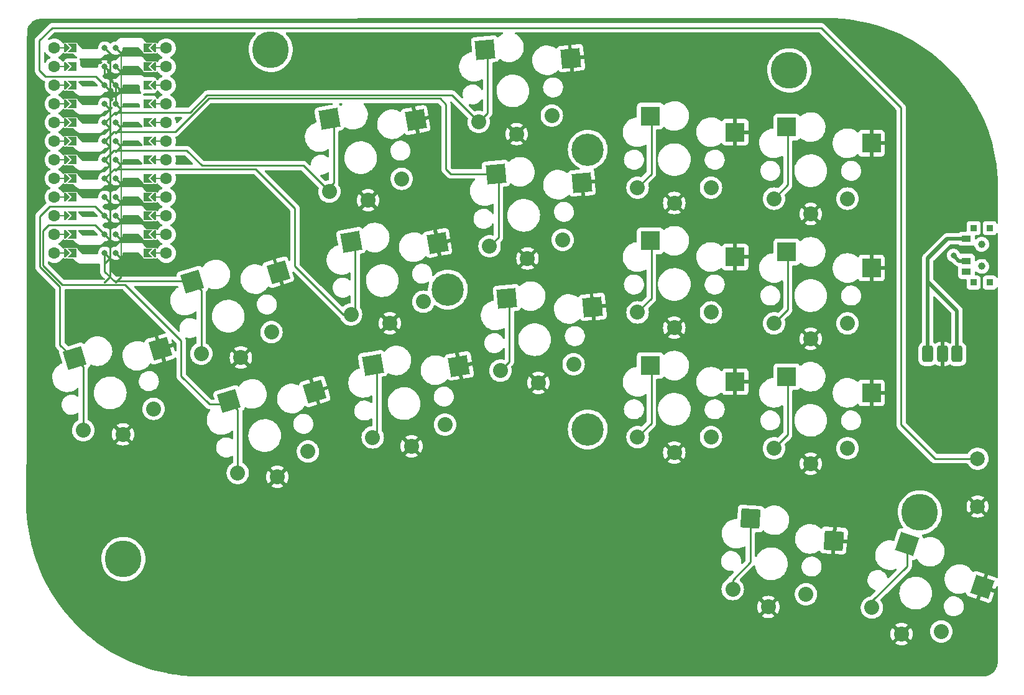
<source format=gbl>
%TF.GenerationSoftware,KiCad,Pcbnew,(6.0.4-0)*%
%TF.CreationDate,2022-07-27T12:02:15+02:00*%
%TF.ProjectId,basbousa,62617362-6f75-4736-912e-6b696361645f,v1.0.0*%
%TF.SameCoordinates,Original*%
%TF.FileFunction,Copper,L2,Bot*%
%TF.FilePolarity,Positive*%
%FSLAX46Y46*%
G04 Gerber Fmt 4.6, Leading zero omitted, Abs format (unit mm)*
G04 Created by KiCad (PCBNEW (6.0.4-0)) date 2022-07-27 12:02:15*
%MOMM*%
%LPD*%
G01*
G04 APERTURE LIST*
G04 Aperture macros list*
%AMRoundRect*
0 Rectangle with rounded corners*
0 $1 Rounding radius*
0 $2 $3 $4 $5 $6 $7 $8 $9 X,Y pos of 4 corners*
0 Add a 4 corners polygon primitive as box body*
4,1,4,$2,$3,$4,$5,$6,$7,$8,$9,$2,$3,0*
0 Add four circle primitives for the rounded corners*
1,1,$1+$1,$2,$3*
1,1,$1+$1,$4,$5*
1,1,$1+$1,$6,$7*
1,1,$1+$1,$8,$9*
0 Add four rect primitives between the rounded corners*
20,1,$1+$1,$2,$3,$4,$5,0*
20,1,$1+$1,$4,$5,$6,$7,0*
20,1,$1+$1,$6,$7,$8,$9,0*
20,1,$1+$1,$8,$9,$2,$3,0*%
%AMRotRect*
0 Rectangle, with rotation*
0 The origin of the aperture is its center*
0 $1 length*
0 $2 width*
0 $3 Rotation angle, in degrees counterclockwise*
0 Add horizontal line*
21,1,$1,$2,0,0,$3*%
%AMFreePoly0*
4,1,5,0.125000,-0.500000,-0.125000,-0.500000,-0.125000,0.500000,0.125000,0.500000,0.125000,-0.500000,0.125000,-0.500000,$1*%
%AMFreePoly1*
4,1,6,0.600000,-0.200000,0.600000,-0.400000,-0.600000,-0.400000,-0.600000,-0.200000,0.000000,0.400000,0.600000,-0.200000,0.600000,-0.200000,$1*%
%AMFreePoly2*
4,1,6,0.600000,-1.000000,0.000000,-0.400000,-0.600000,-1.000000,-0.600000,0.250000,0.600000,0.250000,0.600000,-1.000000,0.600000,-1.000000,$1*%
%AMFreePoly3*
4,1,49,0.014036,0.121239,0.026629,0.122131,0.041953,0.113759,0.062500,0.108253,0.075111,0.095642,0.088388,0.088388,0.854389,-0.677612,0.867708,-0.695449,0.871189,-0.698470,0.871982,-0.701173,0.875852,-0.706356,0.882333,-0.736457,0.891000,-0.766000,0.891000,-3.298000,0.887805,-3.320031,0.888131,-3.324629,0.886780,-3.327102,0.885852,-3.333502,0.869154,-3.359362,0.854389,-3.386388,
0.088388,-4.152388,0.059644,-4.173852,-0.009154,-4.188664,-0.075052,-4.163961,-0.117161,-4.107572,-0.122131,-4.037371,-0.088388,-3.975612,0.641000,-3.246223,0.641000,-0.817777,-0.088388,-0.088388,-0.106146,-0.064607,-0.108253,-0.062500,-0.108552,-0.061385,-0.109852,-0.059644,-0.113261,-0.043810,-0.125000,0.000000,-0.123721,0.004774,-0.124664,0.009154,-0.117242,0.028953,-0.108253,0.062500,
-0.102516,0.068237,-0.099961,0.075052,-0.083139,0.087614,-0.062500,0.108253,-0.051584,0.111178,-0.043572,0.117161,-0.024114,0.118539,0.000000,0.125000,0.014036,0.121239,0.014036,0.121239,$1*%
%AMFreePoly4*
4,1,49,0.014036,0.121239,0.026629,0.122131,0.041953,0.113759,0.062500,0.108253,0.075111,0.095642,0.088388,0.088388,0.850389,-0.673612,0.863708,-0.691449,0.867189,-0.694470,0.867982,-0.697173,0.871852,-0.702356,0.878333,-0.732457,0.887000,-0.762000,0.887000,-3.302000,0.883805,-3.324031,0.884131,-3.328629,0.882780,-3.331102,0.881852,-3.337502,0.865154,-3.363362,0.850389,-3.390388,
0.088388,-4.152388,0.059644,-4.173852,-0.009154,-4.188664,-0.075052,-4.163961,-0.117161,-4.107572,-0.122131,-4.037371,-0.088388,-3.975612,0.637000,-3.250223,0.637000,-0.813777,-0.088388,-0.088388,-0.106146,-0.064607,-0.108253,-0.062500,-0.108552,-0.061385,-0.109852,-0.059644,-0.113261,-0.043810,-0.125000,0.000000,-0.123721,0.004774,-0.124664,0.009154,-0.117242,0.028953,-0.108253,0.062500,
-0.102516,0.068237,-0.099961,0.075052,-0.083139,0.087614,-0.062500,0.108253,-0.051584,0.111178,-0.043572,0.117161,-0.024114,0.118539,0.000000,0.125000,0.014036,0.121239,0.014036,0.121239,$1*%
G04 Aperture macros list end*
%TA.AperFunction,ComponentPad*%
%ADD10C,5.000000*%
%TD*%
%TA.AperFunction,ComponentPad*%
%ADD11RoundRect,0.375000X-0.375000X-0.750000X0.375000X-0.750000X0.375000X0.750000X-0.375000X0.750000X0*%
%TD*%
%TA.AperFunction,ComponentPad*%
%ADD12C,2.000000*%
%TD*%
%TA.AperFunction,SMDPad,CuDef*%
%ADD13RotRect,2.600000X2.600000X10.000000*%
%TD*%
%TA.AperFunction,ComponentPad*%
%ADD14C,2.032000*%
%TD*%
%TA.AperFunction,SMDPad,CuDef*%
%ADD15RotRect,2.600000X2.600000X5.000000*%
%TD*%
%TA.AperFunction,SMDPad,CuDef*%
%ADD16R,2.600000X2.600000*%
%TD*%
%TA.AperFunction,SMDPad,CuDef*%
%ADD17RotRect,2.600000X2.600000X341.000000*%
%TD*%
%TA.AperFunction,SMDPad,CuDef*%
%ADD18R,0.900000X0.900000*%
%TD*%
%TA.AperFunction,WasherPad*%
%ADD19C,1.000000*%
%TD*%
%TA.AperFunction,SMDPad,CuDef*%
%ADD20R,1.250000X0.900000*%
%TD*%
%TA.AperFunction,SMDPad,CuDef*%
%ADD21RotRect,2.600000X2.600000X17.000000*%
%TD*%
%TA.AperFunction,ComponentPad*%
%ADD22C,4.400000*%
%TD*%
%TA.AperFunction,SMDPad,CuDef*%
%ADD23RotRect,2.600000X2.600000X356.000000*%
%TD*%
%TA.AperFunction,SMDPad,CuDef*%
%ADD24FreePoly0,270.000000*%
%TD*%
%TA.AperFunction,SMDPad,CuDef*%
%ADD25FreePoly1,90.000000*%
%TD*%
%TA.AperFunction,SMDPad,CuDef*%
%ADD26FreePoly1,270.000000*%
%TD*%
%TA.AperFunction,ComponentPad*%
%ADD27C,1.600000*%
%TD*%
%TA.AperFunction,SMDPad,CuDef*%
%ADD28FreePoly0,90.000000*%
%TD*%
%TA.AperFunction,SMDPad,CuDef*%
%ADD29FreePoly2,270.000000*%
%TD*%
%TA.AperFunction,ComponentPad*%
%ADD30C,0.800000*%
%TD*%
%TA.AperFunction,SMDPad,CuDef*%
%ADD31FreePoly3,270.000000*%
%TD*%
%TA.AperFunction,SMDPad,CuDef*%
%ADD32FreePoly4,90.000000*%
%TD*%
%TA.AperFunction,SMDPad,CuDef*%
%ADD33FreePoly2,90.000000*%
%TD*%
%TA.AperFunction,ViaPad*%
%ADD34C,0.800000*%
%TD*%
%TA.AperFunction,Conductor*%
%ADD35C,0.250000*%
%TD*%
%TA.AperFunction,Conductor*%
%ADD36C,0.500000*%
%TD*%
G04 APERTURE END LIST*
D10*
%TO.P,,1,1*%
%TO.N,N/C*%
X148844000Y56642000D03*
%TD*%
%TO.P,,1,1*%
%TO.N,N/C*%
X131064000Y116840000D03*
%TD*%
%TO.P,,1,1*%
%TO.N,N/C*%
X40386000Y50292000D03*
%TD*%
%TO.P,,1,1*%
%TO.N,N/C*%
X60452000Y119634000D03*
%TD*%
D11*
%TO.P,PAD1,1*%
%TO.N,Braw*%
X149924000Y78232000D03*
X153924000Y78232000D03*
%TO.P,PAD1,2*%
%TO.N,GND*%
X151924000Y78232000D03*
%TD*%
D12*
%TO.P,B1,1*%
%TO.N,RST*%
X156718000Y63956000D03*
%TO.P,B1,2*%
%TO.N,GND*%
X156718000Y57456000D03*
%TD*%
D13*
%TO.P,S11,1*%
%TO.N,P19*%
X68441985Y110243738D03*
D14*
X78284340Y102078801D03*
X68436262Y100342320D03*
D13*
%TO.P,S11,2*%
%TO.N,GND*%
X80198542Y110082797D03*
D14*
X73724962Y99142464D03*
%TD*%
%TO.P,S15,1*%
%TO.N,P20*%
X100217298Y93764406D03*
D15*
X91124018Y102756090D03*
D14*
X90255351Y92892848D03*
%TO.P,S15,2*%
%TO.N,GND*%
X95419352Y91236618D03*
D15*
X102821810Y101571110D03*
%TD*%
D14*
%TO.P,S21,1*%
%TO.N,P2*%
X120411087Y83886017D03*
D16*
X112136086Y93636017D03*
D14*
X110411087Y83886017D03*
D16*
%TO.P,S21,2*%
%TO.N,GND*%
X123686087Y91436016D03*
D14*
X115411087Y81786017D03*
%TD*%
%TO.P,S29,1*%
%TO.N,P0*%
X128985000Y99378000D03*
D16*
X130709999Y109128000D03*
D14*
X138985000Y99378000D03*
%TO.P,S29,2*%
%TO.N,GND*%
X133985000Y97278000D03*
D16*
X142260000Y106927999D03*
%TD*%
D14*
%TO.P,S33,1*%
%TO.N,P8*%
X142318481Y43683012D03*
D17*
X147123789Y52340214D03*
D14*
X151773667Y40427331D03*
%TO.P,S33,2*%
%TO.N,GND*%
X146362381Y40069582D03*
D17*
X157328279Y46499759D03*
%TD*%
D13*
%TO.P,S7,1*%
%TO.N,P5*%
X74346023Y76760274D03*
D14*
X74340300Y66858856D03*
X84188378Y68595337D03*
%TO.P,S7,2*%
%TO.N,GND*%
X79629000Y65659000D03*
D13*
X86102580Y76599333D03*
%TD*%
D18*
%TO.P,T2,*%
%TO.N,*%
X158369000Y87958000D03*
X158369000Y95358000D03*
X156169000Y87958000D03*
X156169000Y95358000D03*
D19*
X157269000Y93158000D03*
X157269000Y90158000D03*
D20*
%TO.P,T2,1*%
%TO.N,Braw*%
X155194000Y93908000D03*
%TO.P,T2,2*%
%TO.N,RAW*%
X155194000Y90908000D03*
%TO.P,T2,3*%
%TO.N,N/C*%
X155194000Y89408000D03*
%TD*%
D14*
%TO.P,S1,1*%
%TO.N,P14*%
X34929106Y67825928D03*
X44492153Y70749645D03*
D21*
X33728106Y77654241D03*
D14*
%TO.P,S1,2*%
%TO.N,GND*%
X40324610Y67279547D03*
D21*
X45416645Y78927263D03*
%TD*%
D14*
%TO.P,S5,1*%
%TO.N,P10*%
X50992495Y78270380D03*
D21*
X49791495Y88098693D03*
D14*
X60555542Y81194097D03*
%TO.P,S5,2*%
%TO.N,GND*%
X56387999Y77723999D03*
D21*
X61480034Y89371715D03*
%TD*%
D14*
%TO.P,S27,1*%
%TO.N,P3*%
X138985000Y82378000D03*
D16*
X130709999Y92128000D03*
D14*
X128985000Y82378000D03*
D16*
%TO.P,S27,2*%
%TO.N,GND*%
X142260000Y89927999D03*
D14*
X133985000Y80278000D03*
%TD*%
%TO.P,S9,1*%
%TO.N,P18*%
X71388281Y83600588D03*
X81236359Y85337069D03*
D13*
X71394004Y93502006D03*
%TO.P,S9,2*%
%TO.N,GND*%
X83150561Y93341065D03*
D14*
X76676981Y82400732D03*
%TD*%
D15*
%TO.P,S13,1*%
%TO.N,P4*%
X92605666Y85820780D03*
D14*
X91736999Y75957538D03*
X101698946Y76829096D03*
%TO.P,S13,2*%
%TO.N,GND*%
X96901000Y74301308D03*
D15*
X104303458Y84635800D03*
%TD*%
D14*
%TO.P,S17,1*%
%TO.N,P21*%
X88773704Y109828158D03*
X98735651Y110699716D03*
D15*
X89642371Y119691400D03*
D14*
%TO.P,S17,2*%
%TO.N,GND*%
X93937705Y108171928D03*
D15*
X101340163Y118506420D03*
%TD*%
D22*
%TO.P,REF\u002A\u002A,1*%
%TO.N,N/C*%
X84582000Y86995000D03*
X103632000Y106045000D03*
X103632000Y67945000D03*
%TD*%
D14*
%TO.P,S31,1*%
%TO.N,P9*%
X133343836Y45508925D03*
D23*
X125769118Y55812410D03*
D14*
X123368195Y46206490D03*
D23*
%TO.P,S31,2*%
%TO.N,GND*%
X137137519Y52812080D03*
D14*
X128209527Y43762823D03*
%TD*%
%TO.P,S3,1*%
%TO.N,P16*%
X55962814Y62013199D03*
X65525861Y64936916D03*
D21*
X54761814Y71841512D03*
D14*
%TO.P,S3,2*%
%TO.N,GND*%
X61358318Y61466818D03*
D21*
X66450353Y73114534D03*
%TD*%
D16*
%TO.P,S23,1*%
%TO.N,P1*%
X112136086Y110636017D03*
D14*
X110411087Y100886017D03*
X120411087Y100886017D03*
%TO.P,S23,2*%
%TO.N,GND*%
X115411087Y98786017D03*
D16*
X123686087Y108436016D03*
%TD*%
D14*
%TO.P,S25,1*%
%TO.N,P7*%
X138985000Y65378000D03*
D16*
X130709999Y75128000D03*
D14*
X128985000Y65378000D03*
D16*
%TO.P,S25,2*%
%TO.N,GND*%
X142260000Y72927999D03*
D14*
X133985000Y63278000D03*
%TD*%
D16*
%TO.P,S19,1*%
%TO.N,P6*%
X112136086Y76636017D03*
D14*
X110411087Y66886017D03*
X120411087Y66886017D03*
D16*
%TO.P,S19,2*%
%TO.N,GND*%
X123686087Y74436016D03*
D14*
X115411087Y64786017D03*
%TD*%
D24*
%TO.P,,*%
%TO.N,*%
X32258000Y107188000D03*
D25*
X44450000Y112268000D03*
D26*
X32766000Y94488000D03*
D24*
X32258000Y119888000D03*
D27*
X46228000Y99568000D03*
D28*
X44958000Y104648000D03*
D25*
X44450000Y91948000D03*
D26*
X32766000Y114808000D03*
D25*
X44450000Y102108000D03*
D27*
X46228000Y91948000D03*
X30988000Y97028000D03*
X30988000Y112268000D03*
X46228000Y104648000D03*
D25*
X44450000Y109728000D03*
X44450000Y97028000D03*
D24*
X32258000Y91948000D03*
X32258000Y94488000D03*
D25*
X44450000Y119888000D03*
D28*
X44958000Y109728000D03*
D27*
X46228000Y102108000D03*
D26*
X32766000Y99568000D03*
X32766000Y112268000D03*
D28*
X44958000Y117348000D03*
D27*
X30988000Y104648000D03*
D24*
X32258000Y109728000D03*
D27*
X30988000Y94488000D03*
X30988000Y102108000D03*
D25*
X44450000Y114808000D03*
D24*
X32258000Y117348000D03*
X32258000Y99568000D03*
D26*
X32766000Y117348000D03*
X32766000Y107188000D03*
D27*
X46228000Y94488000D03*
D26*
X32766000Y119888000D03*
D28*
X44958000Y107188000D03*
D25*
X44450000Y99568000D03*
D27*
X30988000Y99568000D03*
D28*
X44958000Y91948000D03*
X44958000Y97028000D03*
D27*
X30988000Y114808000D03*
X30988000Y109728000D03*
X46228000Y112268000D03*
D24*
X32258000Y112268000D03*
D26*
X32766000Y104648000D03*
D25*
X44450000Y117348000D03*
D27*
X30988000Y119888000D03*
D28*
X44958000Y94488000D03*
D27*
X46228000Y119888000D03*
D26*
X32766000Y97028000D03*
D27*
X46228000Y117348000D03*
D24*
X32258000Y104648000D03*
X32258000Y102108000D03*
D28*
X44958000Y114808000D03*
D27*
X46228000Y97028000D03*
X46228000Y114808000D03*
D25*
X44450000Y107188000D03*
D26*
X32766000Y109728000D03*
D27*
X30988000Y91948000D03*
D25*
X44450000Y94488000D03*
D24*
X32258000Y114808000D03*
D25*
X44450000Y104648000D03*
D27*
X30988000Y107188000D03*
X46228000Y109728000D03*
D24*
X32258000Y97028000D03*
D26*
X32766000Y91948000D03*
D28*
X44958000Y99568000D03*
D27*
X30988000Y117348000D03*
D28*
X44958000Y112268000D03*
D27*
X46228000Y107188000D03*
D28*
X44958000Y119888000D03*
X44958000Y102108000D03*
D26*
X32766000Y102108000D03*
D29*
%TO.P,,1*%
%TO.N,RAW*%
X33782000Y119888000D03*
D30*
X37846000Y119888000D03*
D31*
X37846000Y119888000D03*
D29*
%TO.P,,2*%
%TO.N,GND*%
X33782000Y117348000D03*
D30*
X37846000Y117348000D03*
D31*
X37846000Y117348000D03*
D30*
%TO.P,,3*%
%TO.N,RST*%
X37846000Y114808000D03*
D31*
X37846000Y114808000D03*
D29*
X33782000Y114808000D03*
%TO.P,,4*%
%TO.N,VCC*%
X33782000Y112268000D03*
D30*
X37846000Y112268000D03*
D31*
X37846000Y112268000D03*
D29*
%TO.P,,5*%
%TO.N,P21*%
X33782000Y109728000D03*
D30*
X37846000Y109728000D03*
D31*
X37846000Y109728000D03*
%TO.P,,6*%
%TO.N,P20*%
X37846000Y107188000D03*
D29*
X33782000Y107188000D03*
D30*
X37846000Y107188000D03*
%TO.P,,7*%
%TO.N,P19*%
X37846000Y104648000D03*
D31*
X37846000Y104648000D03*
D29*
X33782000Y104648000D03*
D30*
%TO.P,,8*%
%TO.N,P18*%
X37846000Y102108000D03*
D29*
X33782000Y102108000D03*
D31*
X37846000Y102108000D03*
D30*
%TO.P,,9*%
%TO.N,P15*%
X37846000Y99568000D03*
D31*
X37846000Y99568000D03*
D29*
X33782000Y99568000D03*
%TO.P,,10*%
%TO.N,P14*%
X33782000Y97028000D03*
D31*
X37846000Y97028000D03*
D30*
X37846000Y97028000D03*
D29*
%TO.P,,11*%
%TO.N,P16*%
X33782000Y94488000D03*
D31*
X37846000Y94488000D03*
D30*
X37846000Y94488000D03*
D31*
%TO.P,,12*%
%TO.N,P10*%
X37846000Y91948000D03*
D30*
X37846000Y91948000D03*
D29*
X33782000Y91948000D03*
D30*
%TO.P,,13*%
%TO.N,P9*%
X39370000Y91948000D03*
D32*
X39370000Y91948000D03*
D33*
X43434000Y91948000D03*
D30*
%TO.P,,14*%
%TO.N,P8*%
X39370000Y94488000D03*
D33*
X43434000Y94488000D03*
D32*
X39370000Y94488000D03*
%TO.P,,15*%
%TO.N,P7*%
X39370000Y97028000D03*
D30*
X39370000Y97028000D03*
D33*
X43434000Y97028000D03*
D32*
%TO.P,,16*%
%TO.N,P6*%
X39370000Y99568000D03*
D30*
X39370000Y99568000D03*
D33*
X43434000Y99568000D03*
D32*
%TO.P,,17*%
%TO.N,P5*%
X39370000Y102108000D03*
D30*
X39370000Y102108000D03*
D33*
X43434000Y102108000D03*
%TO.P,,18*%
%TO.N,P4*%
X43434000Y104648000D03*
D32*
X39370000Y104648000D03*
D30*
X39370000Y104648000D03*
D32*
%TO.P,,19*%
%TO.N,P3*%
X39370000Y107188000D03*
D33*
X43434000Y107188000D03*
D30*
X39370000Y107188000D03*
%TO.P,,20*%
%TO.N,P2*%
X39370000Y109728000D03*
D33*
X43434000Y109728000D03*
D32*
X39370000Y109728000D03*
D33*
%TO.P,,21*%
%TO.N,GND*%
X43434000Y112268000D03*
D32*
X39370000Y112268000D03*
D30*
X39370000Y112268000D03*
%TO.P,,22*%
X39370000Y114808000D03*
D33*
X43434000Y114808000D03*
D32*
X39370000Y114808000D03*
%TO.P,,23*%
%TO.N,P0*%
X39370000Y117348000D03*
D30*
X39370000Y117348000D03*
D33*
X43434000Y117348000D03*
D32*
%TO.P,,24*%
%TO.N,P1*%
X39370000Y119888000D03*
D30*
X39370000Y119888000D03*
D33*
X43434000Y119888000D03*
%TD*%
D34*
%TO.N,RAW*%
X153430113Y91645917D03*
%TD*%
D35*
%TO.N,P6*%
X112285608Y77029475D02*
X112285608Y68760538D01*
X112285608Y68760538D02*
X110411087Y66886017D01*
%TO.N,GND*%
X37846000Y116332000D02*
X39370000Y114808000D01*
X37846000Y117348000D02*
X37846000Y116332000D01*
X39370000Y114808000D02*
X39370000Y112268000D01*
%TO.N,P5*%
X74346024Y76760274D02*
X74903778Y76202520D01*
X74903778Y76202520D02*
X74903778Y67422334D01*
%TO.N,P4*%
X92605667Y85820780D02*
X92953494Y85472953D01*
X92953494Y77174033D02*
X91736999Y75957538D01*
X92953494Y85472953D02*
X92953494Y77174033D01*
%TO.N,P3*%
X130710000Y92128000D02*
X130859521Y91978479D01*
X130859521Y91978479D02*
X130859521Y84252521D01*
X130859521Y84252521D02*
X128985000Y82378000D01*
%TO.N,P2*%
X112285608Y94029475D02*
X112285608Y85760538D01*
X112285608Y85760538D02*
X110411087Y83886017D01*
%TO.N,P0*%
X130859521Y101252521D02*
X128985000Y99378000D01*
X130710000Y109128000D02*
X130859521Y108978479D01*
X130859521Y108978479D02*
X130859521Y101252521D01*
%TO.N,P1*%
X112285608Y102760538D02*
X110411087Y100886017D01*
X112285608Y111029475D02*
X112285608Y102760538D01*
%TO.N,P18*%
X71951759Y84164066D02*
X71388281Y83600588D01*
X39126568Y103388568D02*
X58409432Y103388568D01*
X71951759Y92944252D02*
X71951759Y84164066D01*
X37846000Y102108000D02*
X39126568Y103388568D01*
X70323412Y83600588D02*
X71388281Y83600588D01*
X63754000Y90170000D02*
X70323412Y83600588D01*
X58409432Y103388568D02*
X63754000Y98044000D01*
X71394005Y93502006D02*
X71951759Y92944252D01*
X63754000Y98044000D02*
X63754000Y90170000D01*
%TO.N,P14*%
X31750000Y79470190D02*
X31750000Y87374564D01*
X36576000Y98298000D02*
X37846000Y97028000D01*
X29014480Y96977969D02*
X30334511Y98298000D01*
X34929106Y76453241D02*
X33728106Y77654241D01*
X34929106Y67825928D02*
X34929106Y76453241D01*
X31750000Y87374564D02*
X29014480Y90110084D01*
X33199433Y78020757D02*
X31750000Y79470190D01*
X30334511Y98298000D02*
X36576000Y98298000D01*
X29014480Y90110084D02*
X29014480Y96977969D01*
%TO.N,P16*%
X40590374Y87679626D02*
X32080656Y87679626D01*
X36576000Y95758000D02*
X37846000Y94488000D01*
X54233141Y71358455D02*
X52085545Y71358455D01*
X30226000Y95758000D02*
X36576000Y95758000D01*
X55962814Y62013199D02*
X55962814Y70640512D01*
X29464000Y94996000D02*
X30226000Y95758000D01*
X32080656Y87679626D02*
X29464000Y90296282D01*
X48260000Y75184000D02*
X48260000Y80010000D01*
X52085545Y71358455D02*
X48260000Y75184000D01*
X55962814Y70640512D02*
X54761814Y71841512D01*
X29464000Y90296282D02*
X29464000Y94996000D01*
X48260000Y80010000D02*
X40590374Y87679626D01*
%TO.N,P10*%
X49262822Y87615636D02*
X48749312Y88129146D01*
X50992495Y86897693D02*
X49791495Y88098693D01*
X39124854Y88129146D02*
X37846000Y89408000D01*
X50992495Y78270380D02*
X50992495Y86897693D01*
X48749312Y88129146D02*
X39124854Y88129146D01*
X37846000Y89408000D02*
X37846000Y91948000D01*
%TO.N,P19*%
X51070276Y103869724D02*
X64908858Y103869724D01*
X49022000Y105918000D02*
X51070276Y103869724D01*
X39116000Y105918000D02*
X49022000Y105918000D01*
X67847017Y110243738D02*
X69044359Y109046396D01*
X64908858Y103869724D02*
X68436262Y100342320D01*
X37846000Y104648000D02*
X39116000Y105918000D01*
X69044359Y101545386D02*
X67841293Y100342320D01*
X69044359Y109046396D02*
X69044359Y101545386D01*
%TO.N,P20*%
X84949910Y102756090D02*
X91124019Y102756090D01*
X47429021Y108459761D02*
X51999260Y113030000D01*
X91471846Y94109343D02*
X90255351Y92892848D01*
X91471846Y102408263D02*
X91471846Y94109343D01*
X84328000Y103378000D02*
X84949910Y102756090D01*
X84328000Y112204141D02*
X84328000Y103378000D01*
X39117761Y108459761D02*
X47429021Y108459761D01*
X51999260Y113030000D02*
X83502141Y113030000D01*
X37846000Y107188000D02*
X39117761Y108459761D01*
X83502141Y113030000D02*
X84328000Y112204141D01*
X91124019Y102756090D02*
X91471846Y102408263D01*
%TO.N,P21*%
X37846000Y109728000D02*
X39261489Y111143489D01*
X49477031Y111143489D02*
X51813062Y113479520D01*
X51813062Y113479520D02*
X85122342Y113479520D01*
X89990199Y111044653D02*
X88773704Y109828158D01*
X89990199Y119343573D02*
X89990199Y111044653D01*
X39261489Y111143489D02*
X49477031Y111143489D01*
X85122342Y113479520D02*
X88773704Y109828158D01*
X89642372Y119691400D02*
X89990199Y119343573D01*
%TO.N,P7*%
X130859521Y74978479D02*
X130859521Y67252521D01*
X130859521Y67252521D02*
X128985000Y65378000D01*
X130710000Y75128000D02*
X130859521Y74978479D01*
%TO.N,P8*%
X147123791Y49333791D02*
X142318482Y44528482D01*
X142318482Y44528482D02*
X142318482Y43683012D01*
X147123791Y52340212D02*
X147123791Y49333791D01*
%TO.N,P9*%
X125769119Y54514809D02*
X125769377Y54514551D01*
X125769119Y52961387D02*
X125769119Y49860643D01*
X125769119Y49860643D02*
X123368196Y47459720D01*
X125769119Y55812409D02*
X125769119Y54514809D01*
X125769377Y54514551D02*
X125769377Y52961645D01*
X125769377Y52961645D02*
X125769119Y52961387D01*
X123368196Y47459720D02*
X123368196Y46206489D01*
D36*
%TO.N,RAW*%
X153430113Y91645917D02*
X154168030Y90908000D01*
X154168030Y90908000D02*
X155194000Y90908000D01*
D35*
%TO.N,RST*%
X36637228Y116016772D02*
X37846000Y114808000D01*
X28956000Y120904000D02*
X28956000Y116840000D01*
X150928000Y63956000D02*
X146304000Y68580000D01*
X135401940Y122662060D02*
X30714060Y122662060D01*
X146304000Y111760000D02*
X135401940Y122662060D01*
X156718000Y63956000D02*
X150928000Y63956000D01*
X28956000Y116840000D02*
X29779228Y116016772D01*
X146304000Y68580000D02*
X146304000Y111760000D01*
X29779228Y116016772D02*
X36637228Y116016772D01*
X30714060Y122662060D02*
X28956000Y120904000D01*
D36*
%TO.N,Braw*%
X149924000Y91250000D02*
X149924000Y78232000D01*
X152582000Y93908000D02*
X149924000Y91250000D01*
X155194000Y93908000D02*
X152571941Y93908000D01*
X152571941Y93908000D02*
X149923130Y91259189D01*
X153924000Y84074000D02*
X153924000Y78232000D01*
X155194000Y93908000D02*
X152582000Y93908000D01*
X149923130Y88074870D02*
X153924000Y84074000D01*
X149923130Y91259189D02*
X149923130Y88074870D01*
%TD*%
%TA.AperFunction,Conductor*%
%TO.N,GND*%
G36*
X136348345Y123967854D02*
G01*
X136362851Y123965595D01*
X136362854Y123965595D01*
X136371724Y123964214D01*
X136380626Y123965378D01*
X136380628Y123965378D01*
X136388083Y123966353D01*
X136397598Y123967597D01*
X136416447Y123968636D01*
X136994765Y123957069D01*
X137300586Y123950952D01*
X137305621Y123950750D01*
X138224175Y123895574D01*
X138229198Y123895172D01*
X138390425Y123878996D01*
X139144894Y123803302D01*
X139149852Y123802703D01*
X139766575Y123715798D01*
X140061075Y123674299D01*
X140066049Y123673497D01*
X140971462Y123508750D01*
X140976401Y123507748D01*
X141874421Y123306946D01*
X141879316Y123305749D01*
X142768658Y123069180D01*
X142773501Y123067787D01*
X143652640Y122795855D01*
X143657397Y122794279D01*
X143911587Y122704369D01*
X144524981Y122487403D01*
X144529697Y122485628D01*
X145384308Y122144308D01*
X145388933Y122142353D01*
X146229253Y121767114D01*
X146233764Y121764990D01*
X147058360Y121356473D01*
X147062830Y121354146D01*
X147870424Y120912988D01*
X147874798Y120910484D01*
X148664109Y120437383D01*
X148668378Y120434707D01*
X149438148Y119930417D01*
X149442308Y119927571D01*
X150191284Y119392913D01*
X150195326Y119389904D01*
X150433269Y119205251D01*
X150894280Y118847488D01*
X150922331Y118825719D01*
X150926246Y118822554D01*
X151608493Y118247954D01*
X151630113Y118229745D01*
X151633902Y118226422D01*
X152313500Y117605944D01*
X152317153Y117602472D01*
X152628562Y117294437D01*
X152962957Y116963665D01*
X152971393Y116955320D01*
X152974895Y116951714D01*
X153597373Y116284663D01*
X153602733Y116278919D01*
X153606088Y116275177D01*
X154206559Y115577770D01*
X154209732Y115573932D01*
X154636588Y115036087D01*
X154781818Y114853095D01*
X154784871Y114849086D01*
X155327662Y114105966D01*
X155330529Y114101872D01*
X155830069Y113357175D01*
X155843174Y113337639D01*
X155845896Y113333399D01*
X156327584Y112549259D01*
X156330124Y112544934D01*
X156574913Y112108192D01*
X156780065Y111742169D01*
X156782440Y111737725D01*
X157199908Y110917637D01*
X157202104Y110913101D01*
X157586446Y110076973D01*
X157588459Y110072353D01*
X157939068Y109221506D01*
X157940894Y109216809D01*
X158253044Y108363976D01*
X158257191Y108352645D01*
X158258824Y108347891D01*
X158426268Y107826729D01*
X158540311Y107471775D01*
X158541757Y107466948D01*
X158595547Y107273250D01*
X158783852Y106595170D01*
X158787998Y106580240D01*
X158789244Y106575379D01*
X158998509Y105685151D01*
X158999827Y105679544D01*
X159000879Y105674632D01*
X159079793Y105266241D01*
X159175477Y104771066D01*
X159176333Y104766100D01*
X159274734Y104118891D01*
X159312625Y103869671D01*
X159314650Y103856349D01*
X159315307Y103851357D01*
X159320241Y103807050D01*
X159417139Y102936772D01*
X159417597Y102931753D01*
X159482778Y102013804D01*
X159483034Y102008772D01*
X159483453Y101995215D01*
X159509665Y101146941D01*
X159510108Y101132590D01*
X159508871Y101110667D01*
X159507555Y101101567D01*
X159507555Y101101563D01*
X159506271Y101092681D01*
X159507532Y101083792D01*
X159507532Y101083791D01*
X159510238Y101064713D01*
X159511487Y101046980D01*
X159510039Y96105396D01*
X159490017Y96037281D01*
X159436348Y95990804D01*
X159366071Y95980721D01*
X159301499Y96010233D01*
X159273519Y96044924D01*
X159272766Y96046299D01*
X159269615Y96054705D01*
X159264230Y96061891D01*
X159221054Y96119500D01*
X159182261Y96171261D01*
X159065705Y96258615D01*
X158929316Y96309745D01*
X158867134Y96316500D01*
X157870866Y96316500D01*
X157808684Y96309745D01*
X157672295Y96258615D01*
X157555739Y96171261D01*
X157468385Y96054705D01*
X157417255Y95918316D01*
X157410500Y95856134D01*
X157410500Y94859866D01*
X157417255Y94797684D01*
X157468385Y94661295D01*
X157555739Y94544739D01*
X157672295Y94457385D01*
X157808684Y94406255D01*
X157870866Y94399500D01*
X158867134Y94399500D01*
X158929316Y94406255D01*
X159065705Y94457385D01*
X159182261Y94544739D01*
X159232449Y94611704D01*
X159264231Y94654111D01*
X159264231Y94654112D01*
X159269615Y94661295D01*
X159272765Y94669699D01*
X159273082Y94670277D01*
X159323341Y94720422D01*
X159392732Y94735435D01*
X159459224Y94710549D01*
X159501706Y94653665D01*
X159509601Y94609729D01*
X159507873Y88711295D01*
X159507872Y88709355D01*
X159487850Y88641240D01*
X159434181Y88594763D01*
X159363904Y88584680D01*
X159299332Y88614192D01*
X159272185Y88647849D01*
X159269615Y88654705D01*
X159264230Y88661891D01*
X159191114Y88759448D01*
X159182261Y88771261D01*
X159065705Y88858615D01*
X158929316Y88909745D01*
X158867134Y88916500D01*
X157870866Y88916500D01*
X157808684Y88909745D01*
X157672295Y88858615D01*
X157555739Y88771261D01*
X157468385Y88654705D01*
X157417255Y88518316D01*
X157410500Y88456134D01*
X157410500Y87459866D01*
X157417255Y87397684D01*
X157468385Y87261295D01*
X157555739Y87144739D01*
X157672295Y87057385D01*
X157808684Y87006255D01*
X157870866Y86999500D01*
X158867134Y86999500D01*
X158929316Y87006255D01*
X159065705Y87057385D01*
X159182261Y87144739D01*
X159269615Y87261295D01*
X159271846Y87267246D01*
X159321170Y87316458D01*
X159390561Y87331472D01*
X159457053Y87306586D01*
X159499536Y87249703D01*
X159507431Y87205766D01*
X159495885Y47806547D01*
X159475863Y47738432D01*
X159422194Y47691955D01*
X159351917Y47681872D01*
X159289653Y47709430D01*
X159254171Y47738732D01*
X159240940Y47747121D01*
X159194633Y47768911D01*
X159188327Y47771471D01*
X158174199Y48120663D01*
X158158330Y48121394D01*
X158156739Y48120472D01*
X158152657Y48113751D01*
X157657034Y46674358D01*
X157656303Y46658489D01*
X157657225Y46656898D01*
X157663946Y46652816D01*
X159103339Y46157193D01*
X159119208Y46156462D01*
X159120799Y46157384D01*
X159124881Y46164105D01*
X159250364Y46528533D01*
X159291454Y46586430D01*
X159357323Y46612921D01*
X159427058Y46599596D01*
X159478518Y46550684D01*
X159495499Y46487475D01*
X159494418Y42797931D01*
X159492536Y36378015D01*
X159490608Y36356094D01*
X159487570Y36338937D01*
X159489388Y36322367D01*
X159489687Y36297951D01*
X159470546Y36072895D01*
X159468152Y36056938D01*
X159414771Y35810122D01*
X159410357Y35794603D01*
X159358708Y35649130D01*
X159325871Y35556644D01*
X159319513Y35541823D01*
X159205301Y35316603D01*
X159197101Y35302715D01*
X159055038Y35093939D01*
X159045124Y35081207D01*
X158877557Y34892316D01*
X158866096Y34880954D01*
X158675745Y34715016D01*
X158662927Y34705213D01*
X158452946Y34564976D01*
X158438980Y34556891D01*
X158212786Y34444637D01*
X158197903Y34438404D01*
X157959215Y34355980D01*
X157943664Y34351702D01*
X157820029Y34326081D01*
X157696399Y34300461D01*
X157680420Y34298205D01*
X157462433Y34281567D01*
X157438028Y34282375D01*
X157435671Y34282375D01*
X157426790Y34283648D01*
X157399190Y34279699D01*
X157381317Y34278429D01*
X50348418Y34302568D01*
X50326323Y34304527D01*
X50318450Y34305932D01*
X50318446Y34305932D01*
X50309611Y34307508D01*
X50283634Y34304693D01*
X50264791Y34304070D01*
X49366668Y34341749D01*
X49361681Y34342058D01*
X48921266Y34378096D01*
X48429920Y34418302D01*
X48424942Y34418809D01*
X47991672Y34471651D01*
X47496942Y34531988D01*
X47492008Y34532690D01*
X46569207Y34682631D01*
X46564285Y34683532D01*
X46409601Y34715016D01*
X45648192Y34869991D01*
X45643357Y34871076D01*
X44735352Y35093771D01*
X44730545Y35095051D01*
X43832120Y35353619D01*
X43827362Y35355090D01*
X43263802Y35541813D01*
X42939901Y35649130D01*
X42935184Y35650798D01*
X42060137Y35979828D01*
X42055489Y35981682D01*
X41194193Y36345200D01*
X41189622Y36347237D01*
X40343446Y36744662D01*
X40338960Y36746878D01*
X39509194Y37177608D01*
X39504799Y37180002D01*
X38692840Y37643310D01*
X38688544Y37645875D01*
X37895562Y38141095D01*
X37891372Y38143830D01*
X37785731Y38215786D01*
X37118723Y38670114D01*
X37114684Y38672984D01*
X36909144Y38825276D01*
X145482905Y38825276D01*
X145488632Y38817626D01*
X145664140Y38710075D01*
X145672934Y38705594D01*
X145885410Y38617584D01*
X145894795Y38614535D01*
X146118425Y38560845D01*
X146128172Y38559302D01*
X146357451Y38541257D01*
X146367311Y38541257D01*
X146596590Y38559302D01*
X146606337Y38560845D01*
X146829967Y38614535D01*
X146839352Y38617584D01*
X147051828Y38705594D01*
X147060622Y38710075D01*
X147232464Y38815379D01*
X147241924Y38825835D01*
X147238140Y38834613D01*
X146375193Y39697560D01*
X146361249Y39705174D01*
X146359416Y39705043D01*
X146352801Y39700792D01*
X145489665Y38837656D01*
X145482905Y38825276D01*
X36909144Y38825276D01*
X36363507Y39229557D01*
X36359548Y39232614D01*
X35991715Y39528482D01*
X35631046Y39818588D01*
X35627245Y39821773D01*
X35348702Y40064652D01*
X144834056Y40064652D01*
X144852101Y39835373D01*
X144853644Y39825626D01*
X144907334Y39601996D01*
X144910383Y39592611D01*
X144998393Y39380135D01*
X145002874Y39371341D01*
X145108178Y39199499D01*
X145118634Y39190039D01*
X145127412Y39193823D01*
X145990359Y40056770D01*
X145996737Y40068450D01*
X146726789Y40068450D01*
X146726920Y40066617D01*
X146731171Y40060002D01*
X147594307Y39196866D01*
X147606687Y39190106D01*
X147614337Y39195833D01*
X147721888Y39371341D01*
X147726369Y39380135D01*
X147814379Y39592611D01*
X147817428Y39601996D01*
X147871118Y39825626D01*
X147872661Y39835373D01*
X147890706Y40064652D01*
X147890706Y40074512D01*
X147872661Y40303791D01*
X147871118Y40313538D01*
X147843798Y40427331D01*
X150244453Y40427331D01*
X150263280Y40188109D01*
X150264434Y40183302D01*
X150264435Y40183296D01*
X150294036Y40060002D01*
X150319298Y39954778D01*
X150411127Y39733082D01*
X150536507Y39528482D01*
X150692349Y39346013D01*
X150696111Y39342800D01*
X150868189Y39195833D01*
X150874818Y39190171D01*
X151079418Y39064791D01*
X151083988Y39062898D01*
X151083990Y39062897D01*
X151296541Y38974856D01*
X151301114Y38972962D01*
X151382704Y38953374D01*
X151529632Y38918099D01*
X151529638Y38918098D01*
X151534445Y38916944D01*
X151773667Y38898117D01*
X152012889Y38916944D01*
X152017696Y38918098D01*
X152017702Y38918099D01*
X152164630Y38953374D01*
X152246220Y38972962D01*
X152250793Y38974856D01*
X152463344Y39062897D01*
X152463346Y39062898D01*
X152467916Y39064791D01*
X152672516Y39190171D01*
X152679146Y39195833D01*
X152851223Y39342800D01*
X152854985Y39346013D01*
X153010827Y39528482D01*
X153136207Y39733082D01*
X153228036Y39954778D01*
X153253298Y40060002D01*
X153282899Y40183296D01*
X153282900Y40183302D01*
X153284054Y40188109D01*
X153302881Y40427331D01*
X153284054Y40666553D01*
X153282900Y40671360D01*
X153282899Y40671366D01*
X153229191Y40895072D01*
X153228036Y40899884D01*
X153207640Y40949125D01*
X153138101Y41117008D01*
X153138100Y41117010D01*
X153136207Y41121580D01*
X153010827Y41326180D01*
X152854985Y41508649D01*
X152771605Y41579862D01*
X152676284Y41661273D01*
X152676283Y41661274D01*
X152672516Y41664491D01*
X152467916Y41789871D01*
X152463346Y41791764D01*
X152463344Y41791765D01*
X152250793Y41879806D01*
X152250791Y41879807D01*
X152246220Y41881700D01*
X152164630Y41901288D01*
X152017702Y41936563D01*
X152017696Y41936564D01*
X152012889Y41937718D01*
X151773667Y41956545D01*
X151534445Y41937718D01*
X151529638Y41936564D01*
X151529632Y41936563D01*
X151382704Y41901288D01*
X151301114Y41881700D01*
X151296543Y41879807D01*
X151296541Y41879806D01*
X151083990Y41791765D01*
X151083988Y41791764D01*
X151079418Y41789871D01*
X150874818Y41664491D01*
X150871051Y41661274D01*
X150871050Y41661273D01*
X150775729Y41579862D01*
X150692349Y41508649D01*
X150536507Y41326180D01*
X150411127Y41121580D01*
X150409234Y41117010D01*
X150409233Y41117008D01*
X150339694Y40949125D01*
X150319298Y40899884D01*
X150318143Y40895072D01*
X150264435Y40671366D01*
X150264434Y40671360D01*
X150263280Y40666553D01*
X150244453Y40427331D01*
X147843798Y40427331D01*
X147817428Y40537168D01*
X147814379Y40546553D01*
X147726369Y40759029D01*
X147721888Y40767823D01*
X147616584Y40939665D01*
X147606128Y40949125D01*
X147597350Y40945341D01*
X146734403Y40082394D01*
X146726789Y40068450D01*
X145996737Y40068450D01*
X145997973Y40070714D01*
X145997842Y40072547D01*
X145993591Y40079162D01*
X145130455Y40942298D01*
X145118075Y40949058D01*
X145110425Y40943331D01*
X145002874Y40767823D01*
X144998393Y40759029D01*
X144910383Y40546553D01*
X144907334Y40537168D01*
X144853644Y40313538D01*
X144852101Y40303791D01*
X144834056Y40074512D01*
X144834056Y40064652D01*
X35348702Y40064652D01*
X34922638Y40436164D01*
X34918932Y40439526D01*
X34239234Y41081450D01*
X34235665Y41084958D01*
X34012327Y41313329D01*
X145482838Y41313329D01*
X145486622Y41304551D01*
X146349569Y40441604D01*
X146363513Y40433990D01*
X146365346Y40434121D01*
X146371961Y40438372D01*
X147235097Y41301508D01*
X147241857Y41313888D01*
X147236130Y41321538D01*
X147060622Y41429089D01*
X147051828Y41433570D01*
X146839352Y41521580D01*
X146829967Y41524629D01*
X146606337Y41578319D01*
X146596590Y41579862D01*
X146367311Y41597907D01*
X146357451Y41597907D01*
X146128172Y41579862D01*
X146118425Y41578319D01*
X145894795Y41524629D01*
X145885410Y41521580D01*
X145672934Y41433570D01*
X145664140Y41429089D01*
X145492298Y41323785D01*
X145482838Y41313329D01*
X34012327Y41313329D01*
X33582030Y41753323D01*
X33578603Y41756969D01*
X32951993Y42450792D01*
X32948714Y42454571D01*
X32895416Y42518517D01*
X127330051Y42518517D01*
X127335778Y42510867D01*
X127511286Y42403316D01*
X127520080Y42398835D01*
X127732556Y42310825D01*
X127741941Y42307776D01*
X127965571Y42254086D01*
X127975318Y42252543D01*
X128204597Y42234498D01*
X128214457Y42234498D01*
X128443736Y42252543D01*
X128453483Y42254086D01*
X128677113Y42307776D01*
X128686498Y42310825D01*
X128898974Y42398835D01*
X128907768Y42403316D01*
X129079610Y42508620D01*
X129089070Y42519076D01*
X129085286Y42527854D01*
X128222339Y43390801D01*
X128208395Y43398415D01*
X128206562Y43398284D01*
X128199947Y43394033D01*
X127336811Y42530897D01*
X127330051Y42518517D01*
X32895416Y42518517D01*
X32350164Y43172707D01*
X32347056Y43176590D01*
X31900445Y43757893D01*
X126681202Y43757893D01*
X126699247Y43528614D01*
X126700790Y43518867D01*
X126754480Y43295237D01*
X126757529Y43285852D01*
X126845539Y43073376D01*
X126850020Y43064582D01*
X126955324Y42892740D01*
X126965780Y42883280D01*
X126974558Y42887064D01*
X127837505Y43750011D01*
X127843883Y43761691D01*
X128573935Y43761691D01*
X128574066Y43759858D01*
X128578317Y43753243D01*
X129441453Y42890107D01*
X129453833Y42883347D01*
X129461483Y42889074D01*
X129569034Y43064582D01*
X129573515Y43073376D01*
X129661525Y43285852D01*
X129664574Y43295237D01*
X129718264Y43518867D01*
X129719807Y43528614D01*
X129731959Y43683012D01*
X140789267Y43683012D01*
X140808094Y43443790D01*
X140809248Y43438983D01*
X140809249Y43438977D01*
X140833139Y43339471D01*
X140864112Y43210459D01*
X140866005Y43205888D01*
X140866006Y43205886D01*
X140929057Y43053668D01*
X140955941Y42988763D01*
X141081321Y42784163D01*
X141084538Y42780396D01*
X141084539Y42780395D01*
X141124891Y42733149D01*
X141237163Y42601694D01*
X141240925Y42598481D01*
X141357331Y42499062D01*
X141419632Y42445852D01*
X141624232Y42320472D01*
X141628802Y42318579D01*
X141628804Y42318578D01*
X141841355Y42230537D01*
X141845928Y42228643D01*
X141927518Y42209055D01*
X142074446Y42173780D01*
X142074452Y42173779D01*
X142079259Y42172625D01*
X142318481Y42153798D01*
X142557703Y42172625D01*
X142562510Y42173779D01*
X142562516Y42173780D01*
X142709444Y42209055D01*
X142791034Y42228643D01*
X142795607Y42230537D01*
X143008158Y42318578D01*
X143008160Y42318579D01*
X143012730Y42320472D01*
X143217330Y42445852D01*
X143279632Y42499062D01*
X143396037Y42598481D01*
X143399799Y42601694D01*
X143512071Y42733149D01*
X143552423Y42780395D01*
X143552424Y42780396D01*
X143555641Y42784163D01*
X143681021Y42988763D01*
X143707906Y43053668D01*
X143770956Y43205886D01*
X143770957Y43205888D01*
X143772850Y43210459D01*
X143803823Y43339471D01*
X143827713Y43438977D01*
X143827714Y43438983D01*
X143828868Y43443790D01*
X143847695Y43683012D01*
X143828868Y43922234D01*
X143827714Y43927041D01*
X143827713Y43927047D01*
X143777824Y44134845D01*
X143772850Y44155565D01*
X143739143Y44236941D01*
X143682915Y44372689D01*
X143682914Y44372691D01*
X143681021Y44377261D01*
X143555641Y44581861D01*
X143508914Y44636572D01*
X143498674Y44648562D01*
X143469643Y44713352D01*
X143480249Y44783552D01*
X143505391Y44819487D01*
X144287387Y45601483D01*
X146055747Y45601483D01*
X146056110Y45597335D01*
X146056110Y45597331D01*
X146063845Y45508925D01*
X146081485Y45307293D01*
X146082395Y45303221D01*
X146082396Y45303216D01*
X146143065Y45031799D01*
X146145905Y45019092D01*
X146147348Y45015169D01*
X146147349Y45015167D01*
X146158623Y44984525D01*
X146247877Y44741943D01*
X146249824Y44738250D01*
X146249825Y44738248D01*
X146305103Y44633405D01*
X146385607Y44480715D01*
X146388027Y44477310D01*
X146554252Y44243407D01*
X146554257Y44243401D01*
X146556676Y44239997D01*
X146559520Y44236947D01*
X146559525Y44236941D01*
X146674024Y44114156D01*
X146758079Y44024018D01*
X146986278Y43836574D01*
X147237262Y43680957D01*
X147506623Y43559901D01*
X147789628Y43475534D01*
X147793748Y43474881D01*
X147793750Y43474881D01*
X148077825Y43429887D01*
X148077831Y43429886D01*
X148081306Y43429336D01*
X148105865Y43428221D01*
X148172250Y43425206D01*
X148172271Y43425206D01*
X148173670Y43425142D01*
X148358134Y43425142D01*
X148577897Y43439739D01*
X148581996Y43440565D01*
X148582000Y43440566D01*
X148755423Y43475534D01*
X148867384Y43498109D01*
X149146608Y43594254D01*
X149316322Y43679240D01*
X149406928Y43724612D01*
X149406930Y43724613D01*
X149410664Y43726483D01*
X149654911Y43892474D01*
X149687694Y43921785D01*
X152120785Y43921785D01*
X152129439Y43691249D01*
X152176813Y43465467D01*
X152178771Y43460508D01*
X152178772Y43460506D01*
X152187083Y43439462D01*
X152261552Y43250895D01*
X152381232Y43053668D01*
X152384729Y43049638D01*
X152523163Y42890107D01*
X152532432Y42879425D01*
X152536563Y42876038D01*
X152706700Y42736533D01*
X152706706Y42736529D01*
X152710828Y42733149D01*
X152911320Y42619023D01*
X152916336Y42617202D01*
X152916341Y42617200D01*
X153123160Y42542128D01*
X153123164Y42542127D01*
X153128175Y42540308D01*
X153133424Y42539359D01*
X153133427Y42539358D01*
X153351108Y42499995D01*
X153351115Y42499994D01*
X153355192Y42499257D01*
X153372929Y42498421D01*
X153377877Y42498187D01*
X153377884Y42498187D01*
X153379365Y42498117D01*
X153541510Y42498117D01*
X153608466Y42503798D01*
X153708147Y42512256D01*
X153708151Y42512257D01*
X153713458Y42512707D01*
X153718613Y42514045D01*
X153718619Y42514046D01*
X153931588Y42569322D01*
X153931592Y42569323D01*
X153936757Y42570664D01*
X153941623Y42572856D01*
X153941626Y42572857D01*
X154142234Y42663224D01*
X154147100Y42665416D01*
X154151520Y42668392D01*
X154151524Y42668394D01*
X154317883Y42780395D01*
X154338470Y42794255D01*
X154505397Y42953495D01*
X154643106Y43138583D01*
X154697890Y43246334D01*
X154745243Y43339471D01*
X154745243Y43339472D01*
X154747662Y43344229D01*
X154795187Y43497283D01*
X154814490Y43559447D01*
X154814491Y43559453D01*
X154816074Y43564550D01*
X154837848Y43728834D01*
X154845685Y43787964D01*
X154845685Y43787969D01*
X154846385Y43793249D01*
X154837731Y44023785D01*
X154790357Y44249567D01*
X154754163Y44341217D01*
X154742478Y44370805D01*
X154705618Y44464139D01*
X154597508Y44642299D01*
X154588707Y44656803D01*
X154588706Y44656804D01*
X154585938Y44661366D01*
X154571795Y44677664D01*
X154544751Y44708830D01*
X156984982Y44708830D01*
X156985904Y44707239D01*
X156992625Y44703157D01*
X158011064Y44352480D01*
X158017625Y44350611D01*
X158067522Y44339274D01*
X158083123Y44337737D01*
X158211713Y44341217D01*
X158229231Y44344211D01*
X158350657Y44383314D01*
X158366622Y44391101D01*
X158472193Y44462712D01*
X158485336Y44474671D01*
X158567249Y44573862D01*
X158575641Y44587098D01*
X158597431Y44633405D01*
X158599991Y44639711D01*
X158949183Y45653839D01*
X158949914Y45669708D01*
X158948992Y45671299D01*
X158942271Y45675381D01*
X157502878Y46171004D01*
X157487009Y46171735D01*
X157485418Y46170813D01*
X157481336Y46164092D01*
X156985713Y44724699D01*
X156984982Y44708830D01*
X154544751Y44708830D01*
X154438238Y44831576D01*
X154438236Y44831578D01*
X154434738Y44835609D01*
X154335531Y44916954D01*
X154260470Y44978501D01*
X154260464Y44978505D01*
X154256342Y44981885D01*
X154055850Y45096011D01*
X154050834Y45097832D01*
X154050829Y45097834D01*
X153844010Y45172906D01*
X153844006Y45172907D01*
X153838995Y45174726D01*
X153833746Y45175675D01*
X153833743Y45175676D01*
X153616062Y45215039D01*
X153616055Y45215040D01*
X153611978Y45215777D01*
X153594241Y45216613D01*
X153589293Y45216847D01*
X153589286Y45216847D01*
X153587805Y45216917D01*
X153425660Y45216917D01*
X153358704Y45211236D01*
X153259023Y45202778D01*
X153259019Y45202777D01*
X153253712Y45202327D01*
X153248557Y45200989D01*
X153248551Y45200988D01*
X153035582Y45145712D01*
X153035578Y45145711D01*
X153030413Y45144370D01*
X153025547Y45142178D01*
X153025544Y45142177D01*
X152980662Y45121959D01*
X152820070Y45049618D01*
X152815650Y45046642D01*
X152815646Y45046640D01*
X152738571Y44994749D01*
X152628700Y44920779D01*
X152461773Y44761539D01*
X152450110Y44745863D01*
X152330889Y44585624D01*
X152324064Y44576451D01*
X152321649Y44571701D01*
X152266962Y44464139D01*
X152219508Y44370805D01*
X152209240Y44337737D01*
X152152680Y44155587D01*
X152152679Y44155581D01*
X152151096Y44150484D01*
X152142988Y44089310D01*
X152128514Y43980099D01*
X152120785Y43921785D01*
X149687694Y43921785D01*
X149875060Y44089310D01*
X149911318Y44131613D01*
X150064522Y44310358D01*
X150064525Y44310362D01*
X150067242Y44313532D01*
X150069516Y44317034D01*
X150069520Y44317039D01*
X150225803Y44557693D01*
X150225806Y44557698D01*
X150228082Y44561203D01*
X150235886Y44577637D01*
X150292137Y44696103D01*
X150354752Y44827970D01*
X150371090Y44878855D01*
X150443748Y45105159D01*
X150443748Y45105160D01*
X150445028Y45109146D01*
X150465177Y45221129D01*
X150496584Y45395683D01*
X150496585Y45395688D01*
X150497323Y45399792D01*
X150500122Y45461416D01*
X150510530Y45690631D01*
X150510530Y45690636D01*
X150510719Y45694801D01*
X150484981Y45988991D01*
X150477237Y46023637D01*
X150421473Y46273114D01*
X150421471Y46273121D01*
X150420561Y46277192D01*
X150401106Y46330070D01*
X150350241Y46468314D01*
X150318589Y46554341D01*
X150313895Y46563245D01*
X150235333Y46712250D01*
X150180859Y46815569D01*
X150064541Y46979245D01*
X150012214Y47052877D01*
X150012209Y47052883D01*
X150009790Y47056287D01*
X150006946Y47059337D01*
X150006941Y47059343D01*
X149811233Y47269214D01*
X149808387Y47272266D01*
X149580188Y47459710D01*
X149329204Y47615327D01*
X149282622Y47636262D01*
X152219528Y47636262D01*
X152219681Y47631874D01*
X152219681Y47631868D01*
X152228987Y47365391D01*
X152229331Y47355537D01*
X152230093Y47351214D01*
X152230094Y47351207D01*
X152256086Y47203803D01*
X152278108Y47078908D01*
X152364909Y46811760D01*
X152366837Y46807807D01*
X152366839Y46807802D01*
X152400596Y46738591D01*
X152488046Y46559293D01*
X152490501Y46555654D01*
X152490504Y46555648D01*
X152536488Y46487474D01*
X152645121Y46326419D01*
X152833077Y46117673D01*
X153048256Y45937116D01*
X153286470Y45788264D01*
X153365764Y45752960D01*
X153496391Y45694801D01*
X153543081Y45674013D01*
X153613437Y45653839D01*
X153758647Y45612201D01*
X153813096Y45596588D01*
X153817446Y45595977D01*
X153817449Y45595976D01*
X153920396Y45581508D01*
X154091258Y45557495D01*
X154301852Y45557495D01*
X154304038Y45557648D01*
X154304042Y45557648D01*
X154507533Y45571877D01*
X154507538Y45571878D01*
X154511918Y45572184D01*
X154786676Y45630586D01*
X154790805Y45632089D01*
X154790809Y45632090D01*
X155003149Y45709375D01*
X155074002Y45713878D01*
X155136043Y45679360D01*
X155170442Y45612201D01*
X155172731Y45598808D01*
X155211834Y45477381D01*
X155219621Y45461416D01*
X155291232Y45355845D01*
X155303191Y45342702D01*
X155402382Y45260789D01*
X155415618Y45252397D01*
X155461925Y45230607D01*
X155468231Y45228047D01*
X156482359Y44878855D01*
X156498228Y44878124D01*
X156499819Y44879046D01*
X156503901Y44885767D01*
X157005423Y46342292D01*
X157670845Y48274819D01*
X157671576Y48290688D01*
X157670654Y48292279D01*
X157663933Y48296361D01*
X156645494Y48647038D01*
X156638933Y48648907D01*
X156589036Y48660244D01*
X156573435Y48661781D01*
X156444845Y48658301D01*
X156427327Y48655307D01*
X156305901Y48616204D01*
X156289936Y48608417D01*
X156184364Y48536806D01*
X156176082Y48529269D01*
X156112237Y48498217D01*
X156041738Y48506611D01*
X155986969Y48551788D01*
X155978035Y48567226D01*
X155977297Y48568739D01*
X155977293Y48568745D01*
X155975366Y48572697D01*
X155972911Y48576336D01*
X155972908Y48576342D01*
X155879447Y48714903D01*
X155818291Y48805571D01*
X155811444Y48813176D01*
X155659128Y48982339D01*
X155630335Y49014317D01*
X155415156Y49194874D01*
X155176942Y49343726D01*
X154920331Y49457977D01*
X154650316Y49535402D01*
X154645966Y49536013D01*
X154645963Y49536014D01*
X154491251Y49557757D01*
X154372154Y49574495D01*
X154161560Y49574495D01*
X154159374Y49574342D01*
X154159370Y49574342D01*
X153955879Y49560113D01*
X153955874Y49560112D01*
X153951494Y49559806D01*
X153676736Y49501404D01*
X153672607Y49499901D01*
X153672603Y49499900D01*
X153416925Y49406841D01*
X153416921Y49406839D01*
X153412780Y49405332D01*
X153164764Y49273459D01*
X153161205Y49270873D01*
X153161203Y49270872D01*
X152992596Y49148372D01*
X152937514Y49108353D01*
X152934350Y49105297D01*
X152934347Y49105295D01*
X152868969Y49042160D01*
X152735454Y48913226D01*
X152562518Y48691877D01*
X152560322Y48688073D01*
X152560317Y48688066D01*
X152472988Y48536806D01*
X152422070Y48448614D01*
X152316844Y48188171D01*
X152315779Y48183898D01*
X152315778Y48183896D01*
X152256450Y47945943D01*
X152248889Y47915619D01*
X152248430Y47911251D01*
X152248429Y47911246D01*
X152221650Y47656456D01*
X152219528Y47636262D01*
X149282622Y47636262D01*
X149059843Y47736383D01*
X148887042Y47787897D01*
X148780837Y47819558D01*
X148780835Y47819558D01*
X148776838Y47820750D01*
X148772718Y47821403D01*
X148772716Y47821403D01*
X148488641Y47866397D01*
X148488635Y47866398D01*
X148485160Y47866948D01*
X148460601Y47868063D01*
X148394216Y47871078D01*
X148394195Y47871078D01*
X148392796Y47871142D01*
X148208332Y47871142D01*
X147988569Y47856545D01*
X147984470Y47855719D01*
X147984466Y47855718D01*
X147847456Y47828092D01*
X147699082Y47798175D01*
X147419858Y47702030D01*
X147366196Y47675158D01*
X147173773Y47578800D01*
X147155802Y47569801D01*
X146911555Y47403810D01*
X146691406Y47206974D01*
X146688689Y47203804D01*
X146688688Y47203803D01*
X146529570Y47018157D01*
X146499224Y46982752D01*
X146496950Y46979250D01*
X146496946Y46979245D01*
X146347211Y46748674D01*
X146338384Y46735081D01*
X146336590Y46731303D01*
X146336589Y46731301D01*
X146301260Y46656898D01*
X146211714Y46468314D01*
X146210435Y46464331D01*
X146210434Y46464328D01*
X146153194Y46286046D01*
X146121438Y46187138D01*
X146116050Y46157193D01*
X146071067Y45907184D01*
X146069143Y45896492D01*
X146068954Y45892325D01*
X146068953Y45892318D01*
X146055936Y45605653D01*
X146055747Y45601483D01*
X144287387Y45601483D01*
X147516038Y48830134D01*
X147524328Y48837678D01*
X147530809Y48841791D01*
X147577450Y48891459D01*
X147580204Y48894300D01*
X147599925Y48914021D01*
X147602403Y48917216D01*
X147610109Y48926238D01*
X147613354Y48929694D01*
X147640377Y48958470D01*
X147650137Y48976223D01*
X147660990Y48992746D01*
X147668544Y49002485D01*
X147673404Y49008750D01*
X147690967Y49049334D01*
X147696174Y49059964D01*
X147717486Y49098731D01*
X147719457Y49106408D01*
X147719459Y49106413D01*
X147722523Y49118349D01*
X147728929Y49137061D01*
X147733824Y49148372D01*
X147736972Y49155646D01*
X147738212Y49163474D01*
X147738214Y49163481D01*
X147743890Y49199315D01*
X147746296Y49210935D01*
X147755319Y49246080D01*
X147755319Y49246081D01*
X147757291Y49253761D01*
X147757291Y49274015D01*
X147758842Y49293726D01*
X147760771Y49305905D01*
X147762011Y49313734D01*
X147757850Y49357753D01*
X147757291Y49369610D01*
X147757291Y50051772D01*
X147777293Y50119893D01*
X147830949Y50166386D01*
X147879883Y50177726D01*
X148007310Y50181174D01*
X148007311Y50181174D01*
X148016283Y50181417D01*
X148103101Y50209375D01*
X148146386Y50223314D01*
X148146387Y50223315D01*
X148154928Y50226065D01*
X148184714Y50246269D01*
X148268040Y50302791D01*
X148275470Y50307831D01*
X148278283Y50311237D01*
X148340066Y50341285D01*
X148410565Y50332889D01*
X148465332Y50287711D01*
X148474263Y50272279D01*
X148474772Y50271237D01*
X148476704Y50267276D01*
X148479159Y50263637D01*
X148479162Y50263631D01*
X148527927Y50191334D01*
X148633779Y50034402D01*
X148821735Y49825656D01*
X148825097Y49822835D01*
X148825098Y49822834D01*
X148851927Y49800322D01*
X149036914Y49645099D01*
X149275128Y49496247D01*
X149421704Y49430987D01*
X149500304Y49395992D01*
X149531739Y49381996D01*
X149658978Y49345511D01*
X149791184Y49307602D01*
X149801754Y49304571D01*
X149806104Y49303960D01*
X149806107Y49303959D01*
X149878920Y49293726D01*
X150079916Y49265478D01*
X150290510Y49265478D01*
X150292696Y49265631D01*
X150292700Y49265631D01*
X150496191Y49279860D01*
X150496196Y49279861D01*
X150500576Y49280167D01*
X150775334Y49338569D01*
X150779463Y49340072D01*
X150779467Y49340073D01*
X151035145Y49433132D01*
X151035149Y49433134D01*
X151039290Y49434641D01*
X151287306Y49566514D01*
X151297449Y49573883D01*
X151510993Y49729031D01*
X151510996Y49729034D01*
X151514556Y49731620D01*
X151522349Y49739145D01*
X151653549Y49865844D01*
X151716616Y49926747D01*
X151889552Y50148096D01*
X151891748Y50151900D01*
X151891753Y50151907D01*
X152027799Y50387547D01*
X152030000Y50391359D01*
X152135226Y50651802D01*
X152138318Y50664203D01*
X152202117Y50920085D01*
X152202118Y50920090D01*
X152203181Y50924354D01*
X152207261Y50963166D01*
X152232083Y51199342D01*
X152232083Y51199345D01*
X152232542Y51203711D01*
X152231930Y51221235D01*
X152222893Y51480039D01*
X152222892Y51480045D01*
X152222739Y51484436D01*
X152220317Y51498175D01*
X152179483Y51729751D01*
X152173962Y51761065D01*
X152087161Y52028213D01*
X152082494Y52037783D01*
X151995768Y52215595D01*
X151964024Y52280680D01*
X151961569Y52284319D01*
X151961566Y52284325D01*
X151863291Y52430023D01*
X151806949Y52513554D01*
X151790754Y52531541D01*
X151621930Y52719038D01*
X151618993Y52722300D01*
X151403814Y52902857D01*
X151165600Y53051709D01*
X150985740Y53131788D01*
X150913003Y53164173D01*
X150913001Y53164174D01*
X150908989Y53165960D01*
X150692817Y53227946D01*
X150643201Y53242173D01*
X150643200Y53242173D01*
X150638974Y53243385D01*
X150634624Y53243996D01*
X150634621Y53243997D01*
X150531674Y53258465D01*
X150360812Y53282478D01*
X150150218Y53282478D01*
X150148032Y53282325D01*
X150148028Y53282325D01*
X149944537Y53268096D01*
X149944532Y53268095D01*
X149940152Y53267789D01*
X149665394Y53209387D01*
X149661265Y53207884D01*
X149661261Y53207883D01*
X149449402Y53130773D01*
X149378549Y53126270D01*
X149316508Y53160788D01*
X149282749Y53226697D01*
X149282586Y53232708D01*
X149271583Y53266876D01*
X149240689Y53362811D01*
X149240688Y53362812D01*
X149237938Y53371353D01*
X149175109Y53463978D01*
X149153422Y53531580D01*
X149171726Y53600176D01*
X149224211Y53647987D01*
X149256421Y53658598D01*
X149559278Y53714730D01*
X149559279Y53714730D01*
X149562844Y53715391D01*
X149894456Y53817408D01*
X150212145Y53956864D01*
X150222706Y53963035D01*
X150508560Y54130074D01*
X150508562Y54130075D01*
X150511700Y54131909D01*
X150523226Y54140563D01*
X150786244Y54338042D01*
X150786248Y54338045D01*
X150789151Y54340225D01*
X151040819Y54579050D01*
X151078846Y54624529D01*
X151261048Y54842440D01*
X151263370Y54845217D01*
X151453853Y55135201D01*
X151582446Y55390879D01*
X151608117Y55441920D01*
X151608120Y55441928D01*
X151609744Y55445156D01*
X151657394Y55575365D01*
X151727729Y55767563D01*
X151727730Y55767567D01*
X151728977Y55770974D01*
X151729822Y55774496D01*
X151729825Y55774504D01*
X151809124Y56104809D01*
X151809125Y56104813D01*
X151809971Y56108338D01*
X151822961Y56215680D01*
X151823887Y56223330D01*
X155850160Y56223330D01*
X155855887Y56215680D01*
X156027042Y56110795D01*
X156035837Y56106313D01*
X156245988Y56019266D01*
X156255373Y56016217D01*
X156476554Y55963115D01*
X156486301Y55961572D01*
X156713070Y55943725D01*
X156722930Y55943725D01*
X156949699Y55961572D01*
X156959446Y55963115D01*
X157180627Y56016217D01*
X157190012Y56019266D01*
X157400163Y56106313D01*
X157408958Y56110795D01*
X157576445Y56213432D01*
X157585907Y56223890D01*
X157582124Y56232666D01*
X156730812Y57083978D01*
X156716868Y57091592D01*
X156715035Y57091461D01*
X156708420Y57087210D01*
X155856920Y56235710D01*
X155850160Y56223330D01*
X151823887Y56223330D01*
X151851316Y56449996D01*
X151851316Y56450003D01*
X151851652Y56452775D01*
X151857599Y56642000D01*
X151857438Y56644796D01*
X151837836Y56984754D01*
X151837835Y56984759D01*
X151837627Y56988374D01*
X151805876Y57170299D01*
X151778600Y57326585D01*
X151778598Y57326592D01*
X151777976Y57330158D01*
X151773588Y57344974D01*
X151742160Y57451070D01*
X155205725Y57451070D01*
X155223572Y57224301D01*
X155225115Y57214554D01*
X155278217Y56993373D01*
X155281266Y56983988D01*
X155368313Y56773837D01*
X155372795Y56765042D01*
X155475432Y56597555D01*
X155485890Y56588093D01*
X155494666Y56591876D01*
X156345978Y57443188D01*
X156352356Y57454868D01*
X157082408Y57454868D01*
X157082539Y57453035D01*
X157086790Y57446420D01*
X157938290Y56594920D01*
X157950670Y56588160D01*
X157958320Y56593887D01*
X158063205Y56765042D01*
X158067687Y56773837D01*
X158154734Y56983988D01*
X158157783Y56993373D01*
X158210885Y57214554D01*
X158212428Y57224301D01*
X158230275Y57451070D01*
X158230275Y57460930D01*
X158212428Y57687699D01*
X158210885Y57697446D01*
X158157783Y57918627D01*
X158154734Y57928012D01*
X158067687Y58138163D01*
X158063205Y58146958D01*
X157960568Y58314445D01*
X157950110Y58323907D01*
X157941334Y58320124D01*
X157090022Y57468812D01*
X157082408Y57454868D01*
X156352356Y57454868D01*
X156353592Y57457132D01*
X156353461Y57458965D01*
X156349210Y57465580D01*
X155497710Y58317080D01*
X155485330Y58323840D01*
X155477680Y58318113D01*
X155372795Y58146958D01*
X155368313Y58138163D01*
X155281266Y57928012D01*
X155278217Y57918627D01*
X155225115Y57697446D01*
X155223572Y57687699D01*
X155205725Y57460930D01*
X155205725Y57451070D01*
X151742160Y57451070D01*
X151725266Y57508104D01*
X151679437Y57662820D01*
X151661064Y57705895D01*
X151544740Y57978614D01*
X151544738Y57978617D01*
X151543316Y57981952D01*
X151493569Y58069169D01*
X151373208Y58280184D01*
X151371417Y58283324D01*
X151166018Y58562940D01*
X151049703Y58688110D01*
X155850093Y58688110D01*
X155853876Y58679334D01*
X156705188Y57828022D01*
X156719132Y57820408D01*
X156720965Y57820539D01*
X156727580Y57824790D01*
X157579080Y58676290D01*
X157585840Y58688670D01*
X157580113Y58696320D01*
X157408958Y58801205D01*
X157400163Y58805687D01*
X157190012Y58892734D01*
X157180627Y58895783D01*
X156959446Y58948885D01*
X156949699Y58950428D01*
X156722930Y58968275D01*
X156713070Y58968275D01*
X156486301Y58950428D01*
X156476554Y58948885D01*
X156255373Y58895783D01*
X156245988Y58892734D01*
X156035837Y58805687D01*
X156027042Y58801205D01*
X155859555Y58698568D01*
X155850093Y58688110D01*
X151049703Y58688110D01*
X150929842Y58817096D01*
X150666019Y59042422D01*
X150378047Y59235931D01*
X150069741Y59395060D01*
X149745189Y59517698D01*
X149741668Y59518582D01*
X149741663Y59518584D01*
X149580378Y59559096D01*
X149408692Y59602220D01*
X149386476Y59605145D01*
X149068315Y59647032D01*
X149068307Y59647033D01*
X149064711Y59647506D01*
X148920045Y59649779D01*
X148721446Y59652899D01*
X148721442Y59652899D01*
X148717804Y59652956D01*
X148714190Y59652595D01*
X148714184Y59652595D01*
X148470843Y59628306D01*
X148372569Y59618497D01*
X148033583Y59544586D01*
X148030156Y59543413D01*
X148030150Y59543411D01*
X147951296Y59516413D01*
X147705339Y59432203D01*
X147392188Y59282837D01*
X147098279Y59098468D01*
X147095443Y59096196D01*
X147095436Y59096191D01*
X146952014Y58981288D01*
X146827509Y58881541D01*
X146583466Y58634929D01*
X146581225Y58632071D01*
X146524732Y58560022D01*
X146369386Y58361902D01*
X146367493Y58358813D01*
X146367491Y58358810D01*
X146321233Y58283324D01*
X146188105Y58066079D01*
X146186580Y58062794D01*
X146186578Y58062790D01*
X146119660Y57918627D01*
X146042027Y57751380D01*
X146012396Y57661785D01*
X145940699Y57444992D01*
X145933087Y57421977D01*
X145932351Y57418422D01*
X145932350Y57418419D01*
X145864640Y57091461D01*
X145862730Y57082236D01*
X145831888Y56736659D01*
X145831983Y56733029D01*
X145831983Y56733028D01*
X145835778Y56588093D01*
X145840970Y56389829D01*
X145889856Y56046340D01*
X145977897Y55710747D01*
X146103927Y55387497D01*
X146105624Y55384292D01*
X146239113Y55132175D01*
X146266275Y55080874D01*
X146268325Y55077891D01*
X146268327Y55077888D01*
X146460733Y54797936D01*
X146460739Y54797929D01*
X146462790Y54794944D01*
X146465178Y54792207D01*
X146547538Y54697795D01*
X146577246Y54633313D01*
X146567376Y54563006D01*
X146521062Y54509195D01*
X146453008Y54488967D01*
X146424676Y54492097D01*
X146406351Y54496260D01*
X146384600Y54501202D01*
X146384597Y54501202D01*
X146376900Y54502951D01*
X146281137Y54500360D01*
X146240268Y54499254D01*
X146240267Y54499254D01*
X146231295Y54499011D01*
X146161972Y54476687D01*
X146101192Y54457114D01*
X146101191Y54457113D01*
X146092650Y54454363D01*
X146085222Y54449325D01*
X146085221Y54449324D01*
X145979537Y54377637D01*
X145979534Y54377634D01*
X145972108Y54372597D01*
X145966395Y54365679D01*
X145966393Y54365677D01*
X145958401Y54355999D01*
X145879360Y54260285D01*
X145852728Y54203690D01*
X145455268Y53049382D01*
X145389872Y52859459D01*
X145348782Y52801562D01*
X145282913Y52775071D01*
X145236007Y52779362D01*
X145199358Y52789871D01*
X145199353Y52789872D01*
X145195130Y52791083D01*
X145190780Y52791694D01*
X145190777Y52791695D01*
X145087830Y52806163D01*
X144916968Y52830176D01*
X144706374Y52830176D01*
X144704188Y52830023D01*
X144704184Y52830023D01*
X144500693Y52815794D01*
X144500688Y52815793D01*
X144496308Y52815487D01*
X144221550Y52757085D01*
X144217421Y52755582D01*
X144217417Y52755581D01*
X143961739Y52662522D01*
X143961735Y52662520D01*
X143957594Y52661013D01*
X143709578Y52529140D01*
X143706019Y52526554D01*
X143706017Y52526553D01*
X143502992Y52379047D01*
X143482328Y52364034D01*
X143280268Y52168907D01*
X143107332Y51947558D01*
X143105136Y51943754D01*
X143105131Y51943747D01*
X143022692Y51800957D01*
X142966884Y51704295D01*
X142861658Y51443852D01*
X142860593Y51439579D01*
X142860592Y51439577D01*
X142800695Y51199342D01*
X142793703Y51171300D01*
X142793244Y51166932D01*
X142793243Y51166927D01*
X142766927Y50916542D01*
X142764342Y50891943D01*
X142764495Y50887555D01*
X142764495Y50887549D01*
X142773758Y50622312D01*
X142774145Y50611218D01*
X142774907Y50606895D01*
X142774908Y50606888D01*
X142799288Y50468623D01*
X142822922Y50334589D01*
X142909723Y50067441D01*
X142911651Y50063488D01*
X142911653Y50063483D01*
X142950555Y49983724D01*
X143032860Y49814974D01*
X143035315Y49811335D01*
X143035318Y49811329D01*
X143074090Y49753848D01*
X143189935Y49582100D01*
X143192880Y49578829D01*
X143192881Y49578828D01*
X143261772Y49502317D01*
X143377891Y49373354D01*
X143593070Y49192797D01*
X143831284Y49043945D01*
X144087895Y48929694D01*
X144357910Y48852269D01*
X144362260Y48851658D01*
X144362263Y48851657D01*
X144432465Y48841791D01*
X144636072Y48813176D01*
X144846666Y48813176D01*
X144848852Y48813329D01*
X144848856Y48813329D01*
X145052347Y48827558D01*
X145052352Y48827559D01*
X145056732Y48827865D01*
X145331490Y48886267D01*
X145503161Y48948750D01*
X145574013Y48953253D01*
X145636053Y48918735D01*
X145669583Y48856155D01*
X145663957Y48785381D01*
X145635349Y48741254D01*
X144612404Y47718309D01*
X144550092Y47684283D01*
X144479277Y47689348D01*
X144422441Y47731895D01*
X144399994Y47781531D01*
X144399457Y47784093D01*
X144395958Y47800767D01*
X144390749Y47825596D01*
X144390747Y47825602D01*
X144389653Y47830817D01*
X144387258Y47836883D01*
X144340109Y47956269D01*
X144304914Y48045389D01*
X144207936Y48205204D01*
X144188003Y48238053D01*
X144188002Y48238054D01*
X144185234Y48242616D01*
X144138597Y48296361D01*
X144037534Y48412826D01*
X144037532Y48412828D01*
X144034034Y48416859D01*
X143959932Y48477619D01*
X143859766Y48559751D01*
X143859760Y48559755D01*
X143855638Y48563135D01*
X143655146Y48677261D01*
X143650130Y48679082D01*
X143650125Y48679084D01*
X143443306Y48754156D01*
X143443302Y48754157D01*
X143438291Y48755976D01*
X143433042Y48756925D01*
X143433039Y48756926D01*
X143215358Y48796289D01*
X143215351Y48796290D01*
X143211274Y48797027D01*
X143193537Y48797863D01*
X143188589Y48798097D01*
X143188582Y48798097D01*
X143187101Y48798167D01*
X143024956Y48798167D01*
X142971345Y48793618D01*
X142858319Y48784028D01*
X142858315Y48784027D01*
X142853008Y48783577D01*
X142847853Y48782239D01*
X142847847Y48782238D01*
X142634878Y48726962D01*
X142634874Y48726961D01*
X142629709Y48725620D01*
X142624843Y48723428D01*
X142624840Y48723427D01*
X142480265Y48658301D01*
X142419366Y48630868D01*
X142414946Y48627892D01*
X142414942Y48627890D01*
X142344726Y48580617D01*
X142227996Y48502029D01*
X142061069Y48342789D01*
X142057881Y48338504D01*
X141940734Y48181052D01*
X141923360Y48157701D01*
X141920945Y48152951D01*
X141866258Y48045389D01*
X141818804Y47952055D01*
X141792206Y47866397D01*
X141751976Y47736837D01*
X141751975Y47736831D01*
X141750392Y47731734D01*
X141743703Y47681266D01*
X141725667Y47545179D01*
X141720081Y47503035D01*
X141720281Y47497705D01*
X141720281Y47497704D01*
X141721625Y47461911D01*
X141728735Y47272499D01*
X141776109Y47046717D01*
X141778067Y47041758D01*
X141778068Y47041756D01*
X141786932Y47019312D01*
X141860848Y46832145D01*
X141980528Y46634918D01*
X141984025Y46630888D01*
X142053851Y46550421D01*
X142131728Y46460675D01*
X142135859Y46457288D01*
X142305996Y46317783D01*
X142306002Y46317779D01*
X142310124Y46314399D01*
X142510616Y46200273D01*
X142515632Y46198452D01*
X142515637Y46198450D01*
X142722456Y46123378D01*
X142722460Y46123377D01*
X142727471Y46121558D01*
X142732723Y46120608D01*
X142732724Y46120608D01*
X142734604Y46120268D01*
X142735327Y46119906D01*
X142737872Y46119219D01*
X142737732Y46118701D01*
X142798079Y46088464D01*
X142834282Y46027392D01*
X142831720Y45956441D01*
X142801279Y45907184D01*
X142115224Y45221129D01*
X142055544Y45187705D01*
X141845928Y45137381D01*
X141841357Y45135488D01*
X141841355Y45135487D01*
X141628804Y45047446D01*
X141628802Y45047445D01*
X141624232Y45045552D01*
X141419632Y44920172D01*
X141415865Y44916955D01*
X141415864Y44916954D01*
X141266561Y44789438D01*
X141237163Y44764330D01*
X141233950Y44760568D01*
X141102201Y44606308D01*
X141081321Y44581861D01*
X140955941Y44377261D01*
X140954048Y44372691D01*
X140954047Y44372689D01*
X140897819Y44236941D01*
X140864112Y44155565D01*
X140859138Y44134845D01*
X140809249Y43927047D01*
X140809248Y43927041D01*
X140808094Y43922234D01*
X140789267Y43683012D01*
X129731959Y43683012D01*
X129737852Y43757893D01*
X129737852Y43767753D01*
X129719807Y43997032D01*
X129718264Y44006779D01*
X129664574Y44230409D01*
X129661525Y44239794D01*
X129573515Y44452270D01*
X129569034Y44461064D01*
X129463730Y44632906D01*
X129453274Y44642366D01*
X129444496Y44638582D01*
X128581549Y43775635D01*
X128573935Y43761691D01*
X127843883Y43761691D01*
X127845119Y43763955D01*
X127844988Y43765788D01*
X127840737Y43772403D01*
X126977601Y44635539D01*
X126965221Y44642299D01*
X126957571Y44636572D01*
X126850020Y44461064D01*
X126845539Y44452270D01*
X126757529Y44239794D01*
X126754480Y44230409D01*
X126700790Y44006779D01*
X126699247Y43997032D01*
X126681202Y43767753D01*
X126681202Y43757893D01*
X31900445Y43757893D01*
X31777477Y43917946D01*
X31774508Y43921974D01*
X31556452Y44230409D01*
X31234816Y44685358D01*
X31232021Y44689483D01*
X31227977Y44695715D01*
X30723076Y45473677D01*
X30720441Y45477920D01*
X30702565Y45508018D01*
X30312883Y46164105D01*
X30243041Y46281694D01*
X30240571Y46286046D01*
X30109280Y46528533D01*
X29795428Y47108202D01*
X29793158Y47112604D01*
X29381037Y47951734D01*
X29378920Y47956269D01*
X29256911Y48231839D01*
X29000427Y48811136D01*
X28998510Y48815711D01*
X28654259Y49684934D01*
X28652521Y49689589D01*
X28650585Y49695110D01*
X28440222Y50294796D01*
X28407998Y50386659D01*
X37373888Y50386659D01*
X37373983Y50383029D01*
X37373983Y50383028D01*
X37379190Y50184168D01*
X37382970Y50039829D01*
X37431856Y49696340D01*
X37519897Y49360747D01*
X37645927Y49037497D01*
X37658200Y49014317D01*
X37802251Y48742252D01*
X37808275Y48730874D01*
X37810325Y48727891D01*
X37810327Y48727888D01*
X38002733Y48447936D01*
X38002739Y48447929D01*
X38004790Y48444944D01*
X38074483Y48365053D01*
X38181292Y48242616D01*
X38232866Y48183495D01*
X38235551Y48181052D01*
X38483559Y47955383D01*
X38489481Y47949994D01*
X38771233Y47747534D01*
X39074388Y47578800D01*
X39394928Y47446028D01*
X39398422Y47445033D01*
X39398424Y47445032D01*
X39725103Y47351975D01*
X39725108Y47351974D01*
X39728604Y47350978D01*
X39925304Y47318767D01*
X40067412Y47295496D01*
X40067419Y47295495D01*
X40070993Y47294910D01*
X40221587Y47287808D01*
X40413931Y47278737D01*
X40413932Y47278737D01*
X40417558Y47278566D01*
X40426415Y47279170D01*
X40760073Y47301916D01*
X40760081Y47301917D01*
X40763704Y47302164D01*
X40767279Y47302827D01*
X40767282Y47302827D01*
X41101279Y47364730D01*
X41101283Y47364731D01*
X41104844Y47365391D01*
X41382715Y47450875D01*
X41432978Y47466338D01*
X41436456Y47467408D01*
X41754145Y47606864D01*
X41796935Y47631868D01*
X42050560Y47780074D01*
X42050562Y47780075D01*
X42053700Y47781909D01*
X42075364Y47798175D01*
X42328244Y47988042D01*
X42328248Y47988045D01*
X42331151Y47990225D01*
X42582819Y48229050D01*
X42805370Y48495217D01*
X42812855Y48506611D01*
X42931546Y48687302D01*
X42995853Y48785201D01*
X43086493Y48965419D01*
X43150117Y49091920D01*
X43150120Y49091928D01*
X43151744Y49095156D01*
X43155518Y49105468D01*
X43269729Y49417563D01*
X43269730Y49417567D01*
X43270977Y49420974D01*
X43271822Y49424496D01*
X43271825Y49424504D01*
X43351124Y49754809D01*
X43351125Y49754813D01*
X43351971Y49758338D01*
X43365626Y49871175D01*
X43392878Y50096380D01*
X121771688Y50096380D01*
X121771888Y50091050D01*
X121771888Y50091049D01*
X121773946Y50036238D01*
X121780342Y49865844D01*
X121827716Y49640062D01*
X121829674Y49635103D01*
X121829675Y49635101D01*
X121859411Y49559806D01*
X121912455Y49425490D01*
X122032135Y49228263D01*
X122035632Y49224233D01*
X122133941Y49110942D01*
X122183335Y49054020D01*
X122197799Y49042160D01*
X122357603Y48911128D01*
X122357609Y48911124D01*
X122361731Y48907744D01*
X122562223Y48793618D01*
X122567239Y48791797D01*
X122567244Y48791795D01*
X122774063Y48716723D01*
X122774067Y48716722D01*
X122779078Y48714903D01*
X122784327Y48713954D01*
X122784330Y48713953D01*
X123002011Y48674590D01*
X123002018Y48674589D01*
X123006095Y48673852D01*
X123023832Y48673016D01*
X123028780Y48672782D01*
X123028787Y48672782D01*
X123030268Y48672712D01*
X123192413Y48672712D01*
X123267509Y48679084D01*
X123359050Y48686851D01*
X123359054Y48686852D01*
X123364361Y48687302D01*
X123369520Y48688641D01*
X123374784Y48689541D01*
X123374975Y48688425D01*
X123440333Y48686354D01*
X123498813Y48646099D01*
X123526247Y48580617D01*
X123513923Y48510698D01*
X123490119Y48477548D01*
X122975943Y47963372D01*
X122967657Y47955832D01*
X122961178Y47951720D01*
X122955753Y47945943D01*
X122914553Y47902069D01*
X122911798Y47899227D01*
X122892061Y47879490D01*
X122889581Y47876293D01*
X122881878Y47867273D01*
X122851610Y47835041D01*
X122847791Y47828095D01*
X122847789Y47828092D01*
X122841848Y47817286D01*
X122830997Y47800767D01*
X122818582Y47784761D01*
X122815437Y47777492D01*
X122815434Y47777488D01*
X122801022Y47744183D01*
X122795805Y47733533D01*
X122774501Y47694780D01*
X122772530Y47687105D01*
X122772530Y47687104D01*
X122769463Y47675158D01*
X122763060Y47656456D01*
X122756697Y47641751D01*
X122711288Y47587176D01*
X122689283Y47575383D01*
X122673946Y47569030D01*
X122669727Y47566444D01*
X122669722Y47566442D01*
X122554329Y47495728D01*
X122469346Y47443650D01*
X122465579Y47440433D01*
X122465578Y47440432D01*
X122361108Y47351207D01*
X122286877Y47287808D01*
X122283664Y47284046D01*
X122215131Y47203803D01*
X122131035Y47105339D01*
X122005655Y46900739D01*
X122003762Y46896169D01*
X122003761Y46896167D01*
X121935472Y46731301D01*
X121913826Y46679043D01*
X121894752Y46599596D01*
X121858963Y46450525D01*
X121858962Y46450519D01*
X121857808Y46445712D01*
X121838981Y46206490D01*
X121857808Y45967268D01*
X121858962Y45962461D01*
X121858963Y45962455D01*
X121894238Y45815527D01*
X121913826Y45733937D01*
X121915719Y45729366D01*
X121915720Y45729364D01*
X121970718Y45596588D01*
X122005655Y45512241D01*
X122131035Y45307641D01*
X122134252Y45303874D01*
X122134253Y45303873D01*
X122228006Y45194102D01*
X122286877Y45125172D01*
X122290639Y45121959D01*
X122372774Y45051810D01*
X122469346Y44969330D01*
X122673946Y44843950D01*
X122678516Y44842057D01*
X122678518Y44842056D01*
X122891069Y44754015D01*
X122895642Y44752121D01*
X122953427Y44738248D01*
X123124160Y44697258D01*
X123124166Y44697257D01*
X123128973Y44696103D01*
X123368195Y44677276D01*
X123607417Y44696103D01*
X123612224Y44697257D01*
X123612230Y44697258D01*
X123782963Y44738248D01*
X123840748Y44752121D01*
X123845321Y44754015D01*
X124057872Y44842056D01*
X124057874Y44842057D01*
X124062444Y44843950D01*
X124267044Y44969330D01*
X124310647Y45006570D01*
X127329984Y45006570D01*
X127333768Y44997792D01*
X128196715Y44134845D01*
X128210659Y44127231D01*
X128212492Y44127362D01*
X128219107Y44131613D01*
X129082243Y44994749D01*
X129089003Y45007129D01*
X129083276Y45014779D01*
X128907768Y45122330D01*
X128898974Y45126811D01*
X128686498Y45214821D01*
X128677113Y45217870D01*
X128453483Y45271560D01*
X128443736Y45273103D01*
X128214457Y45291148D01*
X128204597Y45291148D01*
X127975318Y45273103D01*
X127965571Y45271560D01*
X127741941Y45217870D01*
X127732556Y45214821D01*
X127520080Y45126811D01*
X127511286Y45122330D01*
X127339444Y45017026D01*
X127329984Y45006570D01*
X124310647Y45006570D01*
X124363617Y45051810D01*
X124445751Y45121959D01*
X124449513Y45125172D01*
X124508384Y45194102D01*
X124602137Y45303873D01*
X124602138Y45303874D01*
X124605355Y45307641D01*
X124728703Y45508925D01*
X131814622Y45508925D01*
X131833449Y45269703D01*
X131834603Y45264896D01*
X131834604Y45264890D01*
X131867245Y45128934D01*
X131889467Y45036372D01*
X131891360Y45031801D01*
X131891361Y45031799D01*
X131938870Y44917103D01*
X131981296Y44814676D01*
X132106676Y44610076D01*
X132109893Y44606309D01*
X132109894Y44606308D01*
X132127560Y44585624D01*
X132262518Y44427607D01*
X132266280Y44424394D01*
X132391978Y44317039D01*
X132444987Y44271765D01*
X132649587Y44146385D01*
X132654157Y44144492D01*
X132654159Y44144491D01*
X132866710Y44056450D01*
X132871283Y44054556D01*
X132952873Y44034968D01*
X133099801Y43999693D01*
X133099807Y43999692D01*
X133104614Y43998538D01*
X133343836Y43979711D01*
X133583058Y43998538D01*
X133587865Y43999692D01*
X133587871Y43999693D01*
X133734799Y44034968D01*
X133816389Y44054556D01*
X133820962Y44056450D01*
X134033513Y44144491D01*
X134033515Y44144492D01*
X134038085Y44146385D01*
X134242685Y44271765D01*
X134295695Y44317039D01*
X134421392Y44424394D01*
X134425154Y44427607D01*
X134560112Y44585624D01*
X134577778Y44606308D01*
X134577779Y44606309D01*
X134580996Y44610076D01*
X134706376Y44814676D01*
X134748803Y44917103D01*
X134796311Y45031799D01*
X134796312Y45031801D01*
X134798205Y45036372D01*
X134820427Y45128934D01*
X134853068Y45264890D01*
X134853069Y45264896D01*
X134854223Y45269703D01*
X134873050Y45508925D01*
X134854223Y45748147D01*
X134853069Y45752954D01*
X134853068Y45752960D01*
X134802772Y45962455D01*
X134798205Y45981478D01*
X134779187Y46027392D01*
X134708270Y46198602D01*
X134708269Y46198604D01*
X134706376Y46203174D01*
X134580996Y46407774D01*
X134544484Y46450525D01*
X134428367Y46586481D01*
X134425154Y46590243D01*
X134255569Y46735081D01*
X134246453Y46742867D01*
X134246452Y46742868D01*
X134242685Y46746085D01*
X134038085Y46871465D01*
X134033515Y46873358D01*
X134033513Y46873359D01*
X133820962Y46961400D01*
X133820960Y46961401D01*
X133816389Y46963294D01*
X133722120Y46985926D01*
X133587871Y47018157D01*
X133587865Y47018158D01*
X133583058Y47019312D01*
X133343836Y47038139D01*
X133104614Y47019312D01*
X133099807Y47018158D01*
X133099801Y47018157D01*
X132965552Y46985926D01*
X132871283Y46963294D01*
X132866712Y46961401D01*
X132866710Y46961400D01*
X132654159Y46873359D01*
X132654157Y46873358D01*
X132649587Y46871465D01*
X132444987Y46746085D01*
X132441220Y46742868D01*
X132441219Y46742867D01*
X132432103Y46735081D01*
X132262518Y46590243D01*
X132259305Y46586481D01*
X132143189Y46450525D01*
X132106676Y46407774D01*
X131981296Y46203174D01*
X131979403Y46198604D01*
X131979402Y46198602D01*
X131908485Y46027392D01*
X131889467Y45981478D01*
X131884900Y45962455D01*
X131834604Y45752960D01*
X131834603Y45752954D01*
X131833449Y45748147D01*
X131814622Y45508925D01*
X124728703Y45508925D01*
X124730735Y45512241D01*
X124765673Y45596588D01*
X124820670Y45729364D01*
X124820671Y45729366D01*
X124822564Y45733937D01*
X124842152Y45815527D01*
X124877427Y45962455D01*
X124877428Y45962461D01*
X124878582Y45967268D01*
X124897409Y46206490D01*
X124878582Y46445712D01*
X124877428Y46450519D01*
X124877427Y46450525D01*
X124841638Y46599596D01*
X124822564Y46679043D01*
X124800918Y46731301D01*
X124732629Y46896167D01*
X124732628Y46896169D01*
X124730735Y46900739D01*
X124605355Y47105339D01*
X124521260Y47203803D01*
X124452726Y47284046D01*
X124449513Y47287808D01*
X124431928Y47302827D01*
X124360437Y47363886D01*
X124321627Y47423336D01*
X124321120Y47494331D01*
X124353172Y47548792D01*
X125217207Y48412826D01*
X126161372Y49356991D01*
X126169658Y49364531D01*
X126176137Y49368643D01*
X126200908Y49395022D01*
X126262119Y49430987D01*
X126333059Y49428150D01*
X126391204Y49387410D01*
X126418278Y49319752D01*
X126418976Y49311777D01*
X126418978Y49311766D01*
X126419342Y49307602D01*
X126420252Y49303530D01*
X126420253Y49303525D01*
X126478675Y49042160D01*
X126483762Y49019401D01*
X126485205Y49015478D01*
X126485206Y49015476D01*
X126501267Y48971823D01*
X126585734Y48742252D01*
X126587681Y48738559D01*
X126587682Y48738557D01*
X126628972Y48660244D01*
X126723464Y48481024D01*
X126746497Y48448614D01*
X126892109Y48243716D01*
X126892114Y48243710D01*
X126894533Y48240306D01*
X126897377Y48237256D01*
X126897382Y48237250D01*
X127012547Y48113751D01*
X127095936Y48024327D01*
X127324135Y47836883D01*
X127575119Y47681266D01*
X127578936Y47679550D01*
X127578939Y47679549D01*
X127651798Y47646805D01*
X127844480Y47560210D01*
X128127485Y47475843D01*
X128131605Y47475190D01*
X128131607Y47475190D01*
X128415682Y47430196D01*
X128415688Y47430195D01*
X128419163Y47429645D01*
X128443722Y47428530D01*
X128510107Y47425515D01*
X128510128Y47425515D01*
X128511527Y47425451D01*
X128695991Y47425451D01*
X128915754Y47440048D01*
X128919853Y47440874D01*
X128919857Y47440875D01*
X129093280Y47475843D01*
X129205241Y47498418D01*
X129484465Y47594563D01*
X129654179Y47679549D01*
X129744785Y47724921D01*
X129744787Y47724922D01*
X129748521Y47726792D01*
X129992768Y47892783D01*
X130006947Y47905460D01*
X130193982Y48072689D01*
X130212917Y48089619D01*
X130267199Y48152951D01*
X130402379Y48310667D01*
X130402382Y48310671D01*
X130405099Y48313841D01*
X130407373Y48317343D01*
X130407377Y48317348D01*
X130563660Y48558002D01*
X130563663Y48558007D01*
X130565939Y48561512D01*
X130692609Y48828279D01*
X130700312Y48852269D01*
X130781605Y49105468D01*
X130781605Y49105469D01*
X130782885Y49109455D01*
X130799270Y49200522D01*
X130822398Y49329058D01*
X132744892Y49329058D01*
X132745092Y49323728D01*
X132745092Y49323727D01*
X132746958Y49274015D01*
X132753546Y49098522D01*
X132800920Y48872740D01*
X132802878Y48867781D01*
X132802879Y48867779D01*
X132818642Y48827865D01*
X132885659Y48658168D01*
X132956409Y48541576D01*
X132995219Y48477619D01*
X133005339Y48460941D01*
X133008836Y48456911D01*
X133135740Y48310667D01*
X133156539Y48286698D01*
X133198674Y48252150D01*
X133330807Y48143806D01*
X133330813Y48143802D01*
X133334935Y48140422D01*
X133535427Y48026296D01*
X133540443Y48024475D01*
X133540448Y48024473D01*
X133747267Y47949401D01*
X133747271Y47949400D01*
X133752282Y47947581D01*
X133757531Y47946632D01*
X133757534Y47946631D01*
X133975215Y47907268D01*
X133975222Y47907267D01*
X133979299Y47906530D01*
X133997036Y47905694D01*
X134001984Y47905460D01*
X134001991Y47905460D01*
X134003472Y47905390D01*
X134165617Y47905390D01*
X134234632Y47911246D01*
X134332254Y47919529D01*
X134332258Y47919530D01*
X134337565Y47919980D01*
X134342720Y47921318D01*
X134342726Y47921319D01*
X134555695Y47976595D01*
X134555699Y47976596D01*
X134560864Y47977937D01*
X134565730Y47980129D01*
X134565733Y47980130D01*
X134766341Y48070497D01*
X134771207Y48072689D01*
X134775627Y48075665D01*
X134775631Y48075667D01*
X134876840Y48143806D01*
X134962577Y48201528D01*
X135129504Y48360768D01*
X135216391Y48477548D01*
X135264029Y48541576D01*
X135264031Y48541579D01*
X135267213Y48545856D01*
X135322861Y48655307D01*
X135369350Y48746744D01*
X135369350Y48746745D01*
X135371769Y48751502D01*
X135411035Y48877959D01*
X135438597Y48966720D01*
X135438598Y48966726D01*
X135440181Y48971823D01*
X135454094Y49076798D01*
X135469792Y49195237D01*
X135469792Y49195242D01*
X135470492Y49200522D01*
X135468494Y49253761D01*
X135464368Y49363666D01*
X135461838Y49431058D01*
X135414464Y49656840D01*
X135399351Y49695110D01*
X135366066Y49779392D01*
X135329725Y49871412D01*
X135232806Y50031130D01*
X135212814Y50064076D01*
X135212813Y50064077D01*
X135210045Y50068639D01*
X135180423Y50102775D01*
X135062345Y50238849D01*
X135062343Y50238851D01*
X135058845Y50242882D01*
X135002353Y50289203D01*
X134884577Y50385774D01*
X134884571Y50385778D01*
X134880449Y50389158D01*
X134679957Y50503284D01*
X134674941Y50505105D01*
X134674936Y50505107D01*
X134468117Y50580179D01*
X134468113Y50580180D01*
X134463102Y50581999D01*
X134457853Y50582948D01*
X134457850Y50582949D01*
X134240169Y50622312D01*
X134240162Y50622313D01*
X134236085Y50623050D01*
X134218348Y50623886D01*
X134213400Y50624120D01*
X134213393Y50624120D01*
X134211912Y50624190D01*
X134049767Y50624190D01*
X133982811Y50618509D01*
X133883130Y50610051D01*
X133883126Y50610050D01*
X133877819Y50609600D01*
X133872664Y50608262D01*
X133872658Y50608261D01*
X133659689Y50552985D01*
X133659685Y50552984D01*
X133654520Y50551643D01*
X133649654Y50549451D01*
X133649651Y50549450D01*
X133551213Y50505107D01*
X133444177Y50456891D01*
X133439757Y50453915D01*
X133439753Y50453913D01*
X133387811Y50418943D01*
X133252807Y50328052D01*
X133085880Y50168812D01*
X133082692Y50164527D01*
X132952320Y49989300D01*
X132948171Y49983724D01*
X132945756Y49978974D01*
X132862383Y49814991D01*
X132843615Y49778078D01*
X132818065Y49695794D01*
X132776787Y49562860D01*
X132776786Y49562854D01*
X132775203Y49557757D01*
X132761742Y49456190D01*
X132746032Y49337656D01*
X132744892Y49329058D01*
X130822398Y49329058D01*
X130834441Y49395992D01*
X130834442Y49395997D01*
X130835180Y49400101D01*
X130835487Y49406841D01*
X130848387Y49690940D01*
X130848387Y49690945D01*
X130848576Y49695110D01*
X130845609Y49729031D01*
X130826381Y49948808D01*
X130822838Y49989300D01*
X130812757Y50034402D01*
X130759330Y50273423D01*
X130759328Y50273430D01*
X130758418Y50277501D01*
X130754662Y50287711D01*
X130688098Y50468623D01*
X130656446Y50554650D01*
X130644909Y50576533D01*
X130564719Y50728625D01*
X130518716Y50815878D01*
X130448574Y50914578D01*
X130381587Y51008838D01*
X137266044Y51008838D01*
X137269445Y50993322D01*
X137270747Y50992024D01*
X137278292Y50989821D01*
X138352809Y50914684D01*
X138359604Y50914578D01*
X138410750Y50916542D01*
X138426211Y50919094D01*
X138549522Y50955739D01*
X138565671Y50963166D01*
X138672835Y51032360D01*
X138686243Y51044015D01*
X138769682Y51140511D01*
X138779281Y51155463D01*
X138832729Y51272473D01*
X138837411Y51287432D01*
X138846475Y51337812D01*
X138847314Y51344548D01*
X138922133Y52414507D01*
X138918732Y52430023D01*
X138917430Y52431321D01*
X138909885Y52433524D01*
X137391254Y52539717D01*
X137375738Y52536316D01*
X137374440Y52535014D01*
X137372237Y52527469D01*
X137266044Y51008838D01*
X130381587Y51008838D01*
X130350071Y51053186D01*
X130350066Y51053192D01*
X130347647Y51056596D01*
X130344803Y51059646D01*
X130344798Y51059652D01*
X130149090Y51269523D01*
X130146244Y51272575D01*
X129918045Y51460019D01*
X129667061Y51615636D01*
X129630757Y51631952D01*
X129590382Y51650097D01*
X129397700Y51736692D01*
X129114695Y51821059D01*
X129110575Y51821712D01*
X129110573Y51821712D01*
X128826498Y51866706D01*
X128826492Y51866707D01*
X128823017Y51867257D01*
X128798458Y51868372D01*
X128732073Y51871387D01*
X128732052Y51871387D01*
X128730653Y51871451D01*
X128546189Y51871451D01*
X128326426Y51856854D01*
X128322327Y51856028D01*
X128322323Y51856027D01*
X128179729Y51827275D01*
X128036939Y51798484D01*
X127757715Y51702339D01*
X127623447Y51635103D01*
X127584573Y51615636D01*
X127493659Y51570110D01*
X127249412Y51404119D01*
X127246298Y51401335D01*
X127246297Y51401334D01*
X127235060Y51391287D01*
X127029263Y51207283D01*
X127026546Y51204113D01*
X127026545Y51204112D01*
X126845876Y50993322D01*
X126837081Y50983061D01*
X126834807Y50979559D01*
X126834803Y50979554D01*
X126686408Y50751046D01*
X126676241Y50735390D01*
X126674447Y50731612D01*
X126674446Y50731610D01*
X126642439Y50664203D01*
X126595151Y50611247D01*
X126526740Y50592263D01*
X126458925Y50613279D01*
X126413238Y50667622D01*
X126402619Y50718249D01*
X126402619Y52879572D01*
X126402705Y52880947D01*
X126402877Y52881615D01*
X126402877Y52901869D01*
X126404428Y52921580D01*
X126406357Y52933759D01*
X126407597Y52941588D01*
X126403436Y52985607D01*
X126402877Y52997464D01*
X126402877Y53110800D01*
X131858319Y53110800D01*
X131858472Y53106412D01*
X131858472Y53106406D01*
X131867096Y52859459D01*
X131868122Y52830075D01*
X131868884Y52825752D01*
X131868885Y52825745D01*
X131887701Y52719038D01*
X131916899Y52553446D01*
X132003700Y52286298D01*
X132005628Y52282345D01*
X132005630Y52282340D01*
X132038184Y52215595D01*
X132126837Y52033831D01*
X132129292Y52030192D01*
X132129295Y52030186D01*
X132185029Y51947558D01*
X132283912Y51800957D01*
X132286857Y51797686D01*
X132286858Y51797685D01*
X132343322Y51734976D01*
X132471868Y51592211D01*
X132687047Y51411654D01*
X132925261Y51262802D01*
X133057981Y51203711D01*
X133171664Y51153096D01*
X133181872Y51148551D01*
X133186100Y51147339D01*
X133186099Y51147339D01*
X133367324Y51095374D01*
X133451887Y51071126D01*
X133456237Y51070515D01*
X133456240Y51070514D01*
X133533529Y51059652D01*
X133730049Y51032033D01*
X133940643Y51032033D01*
X133942829Y51032186D01*
X133942833Y51032186D01*
X134146324Y51046415D01*
X134146329Y51046416D01*
X134150709Y51046722D01*
X134425467Y51105124D01*
X134429596Y51106627D01*
X134429600Y51106628D01*
X134685278Y51199687D01*
X134685282Y51199689D01*
X134689423Y51201196D01*
X134937439Y51333069D01*
X135093862Y51446716D01*
X135160729Y51470575D01*
X135229880Y51454494D01*
X135282393Y51397433D01*
X135288603Y51383931D01*
X135357799Y51276764D01*
X135369454Y51263356D01*
X135465950Y51179917D01*
X135480902Y51170318D01*
X135597912Y51116870D01*
X135612871Y51112188D01*
X135663251Y51103124D01*
X135669987Y51102285D01*
X136739946Y51027466D01*
X136755462Y51030867D01*
X136756760Y51032169D01*
X136758963Y51039714D01*
X136900642Y53065815D01*
X137409882Y53065815D01*
X137413283Y53050299D01*
X137414585Y53049001D01*
X137422130Y53046798D01*
X138940761Y52940605D01*
X138956277Y52944006D01*
X138957575Y52945308D01*
X138959778Y52952853D01*
X139034915Y54027370D01*
X139035021Y54034165D01*
X139033057Y54085311D01*
X139030505Y54100772D01*
X138993860Y54224083D01*
X138986433Y54240232D01*
X138917239Y54347396D01*
X138905584Y54360804D01*
X138809088Y54444243D01*
X138794136Y54453842D01*
X138677126Y54507290D01*
X138662167Y54511972D01*
X138611787Y54521036D01*
X138605051Y54521875D01*
X137535092Y54596694D01*
X137519576Y54593293D01*
X137518278Y54591991D01*
X137516075Y54584446D01*
X137409882Y53065815D01*
X136900642Y53065815D01*
X136901856Y53083179D01*
X137008994Y54615322D01*
X137005593Y54630838D01*
X137004291Y54632136D01*
X136996746Y54634339D01*
X135922229Y54709476D01*
X135915434Y54709582D01*
X135864288Y54707618D01*
X135848827Y54705066D01*
X135725516Y54668421D01*
X135709367Y54660994D01*
X135602203Y54591800D01*
X135588795Y54580145D01*
X135505354Y54483647D01*
X135498173Y54472462D01*
X135444539Y54425944D01*
X135374269Y54415808D01*
X135309675Y54445272D01*
X135298508Y54456224D01*
X135272070Y54485586D01*
X135272066Y54485590D01*
X135269126Y54488855D01*
X135254412Y54501202D01*
X135146441Y54591800D01*
X135053947Y54669412D01*
X134815733Y54818264D01*
X134559122Y54932515D01*
X134289107Y55009940D01*
X134284757Y55010551D01*
X134284754Y55010552D01*
X134181807Y55025020D01*
X134010945Y55049033D01*
X133800351Y55049033D01*
X133798165Y55048880D01*
X133798161Y55048880D01*
X133594670Y55034651D01*
X133594665Y55034650D01*
X133590285Y55034344D01*
X133315527Y54975942D01*
X133311398Y54974439D01*
X133311394Y54974438D01*
X133055716Y54881379D01*
X133055712Y54881377D01*
X133051571Y54879870D01*
X132803555Y54747997D01*
X132799996Y54745411D01*
X132799994Y54745410D01*
X132620943Y54615322D01*
X132576305Y54582891D01*
X132573141Y54579835D01*
X132573138Y54579833D01*
X132498018Y54507290D01*
X132374245Y54387764D01*
X132201309Y54166415D01*
X132199113Y54162611D01*
X132199108Y54162604D01*
X132126693Y54037177D01*
X132060861Y53923152D01*
X131955635Y53662709D01*
X131954570Y53658436D01*
X131954569Y53658434D01*
X131923055Y53532037D01*
X131887680Y53390157D01*
X131887221Y53385789D01*
X131887220Y53385784D01*
X131863573Y53160788D01*
X131858319Y53110800D01*
X126402877Y53110800D01*
X126402877Y53820059D01*
X126422879Y53888180D01*
X126476535Y53934673D01*
X126537664Y53945752D01*
X126789845Y53928117D01*
X126984419Y53914511D01*
X126984425Y53914511D01*
X126987813Y53914274D01*
X127050315Y53916675D01*
X127189939Y53958167D01*
X127312304Y54037177D01*
X127407576Y54147356D01*
X127410004Y54152672D01*
X127462445Y54198157D01*
X127532714Y54208295D01*
X127597309Y54178834D01*
X127608475Y54167884D01*
X127637512Y54135635D01*
X127852691Y53955078D01*
X128090905Y53806226D01*
X128224625Y53746690D01*
X128296408Y53714730D01*
X128347516Y53691975D01*
X128617531Y53614550D01*
X128621881Y53613939D01*
X128621884Y53613938D01*
X128719808Y53600176D01*
X128895693Y53575457D01*
X129106287Y53575457D01*
X129108473Y53575610D01*
X129108477Y53575610D01*
X129311968Y53589839D01*
X129311973Y53589840D01*
X129316353Y53590146D01*
X129591111Y53648548D01*
X129595240Y53650051D01*
X129595244Y53650052D01*
X129850922Y53743111D01*
X129850926Y53743113D01*
X129855067Y53744620D01*
X130103083Y53876493D01*
X130119169Y53888180D01*
X130326770Y54039010D01*
X130326773Y54039013D01*
X130330333Y54041599D01*
X130336170Y54047235D01*
X130472444Y54178834D01*
X130532393Y54236726D01*
X130705329Y54458075D01*
X130707525Y54461879D01*
X130707530Y54461886D01*
X130826772Y54668421D01*
X130845777Y54701338D01*
X130951003Y54961781D01*
X130954534Y54975942D01*
X131017894Y55230064D01*
X131017895Y55230069D01*
X131018958Y55234333D01*
X131023485Y55277398D01*
X131047860Y55509321D01*
X131047860Y55509324D01*
X131048319Y55513690D01*
X131048166Y55518084D01*
X131038670Y55790018D01*
X131038669Y55790024D01*
X131038516Y55794415D01*
X130989739Y56071044D01*
X130902938Y56338192D01*
X130879505Y56386238D01*
X130845691Y56455566D01*
X130779801Y56590659D01*
X130777346Y56594298D01*
X130777343Y56594304D01*
X130681323Y56736659D01*
X130622726Y56823533D01*
X130434770Y57032279D01*
X130219591Y57212836D01*
X129981377Y57361688D01*
X129781076Y57450868D01*
X129728780Y57474152D01*
X129728778Y57474153D01*
X129724766Y57475939D01*
X129454751Y57553364D01*
X129450401Y57553975D01*
X129450398Y57553976D01*
X129347451Y57568444D01*
X129176589Y57592457D01*
X128965995Y57592457D01*
X128963809Y57592304D01*
X128963805Y57592304D01*
X128760314Y57578075D01*
X128760309Y57578074D01*
X128755929Y57577768D01*
X128481171Y57519366D01*
X128477042Y57517863D01*
X128477038Y57517862D01*
X128221360Y57424803D01*
X128221356Y57424801D01*
X128217215Y57423294D01*
X127969199Y57291421D01*
X127965640Y57288835D01*
X127965638Y57288834D01*
X127813193Y57178077D01*
X127746325Y57154218D01*
X127677173Y57170299D01*
X127625317Y57226648D01*
X127623361Y57233231D01*
X127558528Y57333640D01*
X127549219Y57348057D01*
X127549218Y57348058D01*
X127544351Y57355596D01*
X127434172Y57450868D01*
X127426004Y57454599D01*
X127426001Y57454601D01*
X127308869Y57508104D01*
X127308870Y57508104D01*
X127301682Y57511387D01*
X127240123Y57522464D01*
X127236734Y57522701D01*
X127236726Y57522702D01*
X124553817Y57710309D01*
X124553811Y57710309D01*
X124550423Y57710546D01*
X124487921Y57708145D01*
X124348297Y57666653D01*
X124225932Y57587643D01*
X124130660Y57477464D01*
X124126929Y57469296D01*
X124126927Y57469293D01*
X124103689Y57418419D01*
X124070141Y57344974D01*
X124059064Y57283415D01*
X124058827Y57280026D01*
X124058826Y57280018D01*
X123959795Y55863809D01*
X123935090Y55797249D01*
X123878322Y55754612D01*
X123834102Y55746598D01*
X123824710Y55746598D01*
X123822524Y55746445D01*
X123822520Y55746445D01*
X123619029Y55732216D01*
X123619024Y55732215D01*
X123614644Y55731909D01*
X123339886Y55673507D01*
X123335757Y55672004D01*
X123335753Y55672003D01*
X123080075Y55578944D01*
X123080071Y55578942D01*
X123075930Y55577435D01*
X122827914Y55445562D01*
X122824355Y55442976D01*
X122824353Y55442975D01*
X122743583Y55384292D01*
X122600664Y55280456D01*
X122597500Y55277400D01*
X122597497Y55277398D01*
X122508721Y55191667D01*
X122398604Y55085329D01*
X122313142Y54975942D01*
X122238083Y54879870D01*
X122225668Y54863980D01*
X122223472Y54860176D01*
X122223467Y54860169D01*
X122129721Y54697795D01*
X122085220Y54620717D01*
X121979994Y54360274D01*
X121978929Y54356001D01*
X121978928Y54355999D01*
X121915293Y54100772D01*
X121912039Y54087722D01*
X121911580Y54083354D01*
X121911579Y54083349D01*
X121890110Y53879080D01*
X121882678Y53808365D01*
X121882831Y53803977D01*
X121882831Y53803971D01*
X121890806Y53575610D01*
X121892481Y53527640D01*
X121893243Y53523317D01*
X121893244Y53523310D01*
X121921545Y53362811D01*
X121941258Y53251011D01*
X122028059Y52983863D01*
X122029987Y52979910D01*
X122029989Y52979905D01*
X122063213Y52911787D01*
X122151196Y52731396D01*
X122153651Y52727757D01*
X122153654Y52727751D01*
X122179072Y52690068D01*
X122308271Y52498522D01*
X122311216Y52495251D01*
X122311217Y52495250D01*
X122368779Y52431321D01*
X122496227Y52289776D01*
X122711406Y52109219D01*
X122949620Y51960367D01*
X123055206Y51913357D01*
X123183971Y51856027D01*
X123206231Y51846116D01*
X123476246Y51768691D01*
X123480596Y51768080D01*
X123480599Y51768079D01*
X123583546Y51753611D01*
X123754408Y51729598D01*
X123965002Y51729598D01*
X123967188Y51729751D01*
X123967192Y51729751D01*
X124170683Y51743980D01*
X124170688Y51743981D01*
X124175068Y51744287D01*
X124449826Y51802689D01*
X124453955Y51804192D01*
X124453959Y51804193D01*
X124709637Y51897252D01*
X124709641Y51897254D01*
X124713782Y51898761D01*
X124821575Y51956076D01*
X124950465Y52024608D01*
X125020003Y52038928D01*
X125086243Y52013380D01*
X125128156Y51956076D01*
X125135619Y51913357D01*
X125135619Y50175237D01*
X125115617Y50107116D01*
X125098714Y50086142D01*
X124686314Y49673742D01*
X124624002Y49639716D01*
X124553187Y49644781D01*
X124496351Y49687328D01*
X124471540Y49753848D01*
X124472311Y49779392D01*
X124472768Y49782836D01*
X124485112Y49875973D01*
X124496588Y49962559D01*
X124496588Y49962564D01*
X124497288Y49967844D01*
X124494653Y50038053D01*
X124490522Y50148096D01*
X124488634Y50198380D01*
X124441260Y50424162D01*
X124428866Y50455547D01*
X124391781Y50549450D01*
X124356521Y50638734D01*
X124249028Y50815878D01*
X124239610Y50831398D01*
X124239609Y50831399D01*
X124236841Y50835961D01*
X124192075Y50887549D01*
X124089141Y51006171D01*
X124089139Y51006173D01*
X124085641Y51010204D01*
X124012088Y51070514D01*
X123911373Y51153096D01*
X123911367Y51153100D01*
X123907245Y51156480D01*
X123706753Y51270606D01*
X123701737Y51272427D01*
X123701732Y51272429D01*
X123494913Y51347501D01*
X123494909Y51347502D01*
X123489898Y51349321D01*
X123484649Y51350270D01*
X123484646Y51350271D01*
X123266965Y51389634D01*
X123266958Y51389635D01*
X123262881Y51390372D01*
X123245144Y51391208D01*
X123240196Y51391442D01*
X123240189Y51391442D01*
X123238708Y51391512D01*
X123076563Y51391512D01*
X123009607Y51385831D01*
X122909926Y51377373D01*
X122909922Y51377372D01*
X122904615Y51376922D01*
X122899460Y51375584D01*
X122899454Y51375583D01*
X122686485Y51320307D01*
X122686481Y51320306D01*
X122681316Y51318965D01*
X122676450Y51316773D01*
X122676447Y51316772D01*
X122556638Y51262802D01*
X122470973Y51224213D01*
X122466553Y51221237D01*
X122466549Y51221235D01*
X122405178Y51179917D01*
X122279603Y51095374D01*
X122112676Y50936134D01*
X122100735Y50920085D01*
X122020456Y50812185D01*
X121974967Y50751046D01*
X121965085Y50731610D01*
X121876993Y50558345D01*
X121870411Y50545400D01*
X121857900Y50505107D01*
X121803583Y50330182D01*
X121803582Y50330176D01*
X121801999Y50325079D01*
X121795693Y50277501D01*
X121772536Y50102775D01*
X121771688Y50096380D01*
X43392878Y50096380D01*
X43393316Y50099996D01*
X43393316Y50100003D01*
X43393652Y50102775D01*
X43393789Y50107116D01*
X43399511Y50289203D01*
X43399599Y50292000D01*
X43397520Y50328052D01*
X43379836Y50634754D01*
X43379835Y50634759D01*
X43379627Y50638374D01*
X43345939Y50831398D01*
X43320600Y50976585D01*
X43320598Y50976592D01*
X43319976Y50980158D01*
X43316462Y50992024D01*
X43263357Y51171300D01*
X43221437Y51312820D01*
X43220013Y51316159D01*
X43086740Y51628614D01*
X43086738Y51628617D01*
X43085316Y51631952D01*
X43044053Y51704295D01*
X42915208Y51930184D01*
X42913417Y51933324D01*
X42708018Y52212940D01*
X42633587Y52293038D01*
X42474309Y52464441D01*
X42471842Y52467096D01*
X42208019Y52692422D01*
X41920047Y52885931D01*
X41882736Y52905189D01*
X41614961Y53043398D01*
X41611741Y53045060D01*
X41287189Y53167698D01*
X41283668Y53168582D01*
X41283663Y53168584D01*
X41117583Y53210300D01*
X40950692Y53252220D01*
X40927039Y53255334D01*
X40610315Y53297032D01*
X40610307Y53297033D01*
X40606711Y53297506D01*
X40462045Y53299779D01*
X40263446Y53302899D01*
X40263442Y53302899D01*
X40259804Y53302956D01*
X40256190Y53302595D01*
X40256184Y53302595D01*
X40048509Y53281866D01*
X39914569Y53268497D01*
X39575583Y53194586D01*
X39572156Y53193413D01*
X39572150Y53193411D01*
X39330864Y53110800D01*
X39247339Y53082203D01*
X38934188Y52932837D01*
X38640279Y52748468D01*
X38637443Y52746196D01*
X38637436Y52746191D01*
X38531117Y52661013D01*
X38369509Y52531541D01*
X38340447Y52502173D01*
X38130263Y52289776D01*
X38125466Y52284929D01*
X38123225Y52282071D01*
X37985864Y52106887D01*
X37911386Y52011902D01*
X37909493Y52008813D01*
X37909491Y52008810D01*
X37863233Y51933324D01*
X37730105Y51716079D01*
X37728580Y51712794D01*
X37728578Y51712790D01*
X37663217Y51571981D01*
X37584027Y51401380D01*
X37540419Y51269523D01*
X37486547Y51106628D01*
X37475087Y51071977D01*
X37474351Y51068422D01*
X37474350Y51068419D01*
X37409512Y50755326D01*
X37404730Y50732236D01*
X37388531Y50550730D01*
X37374347Y50391798D01*
X37373888Y50386659D01*
X28407998Y50386659D01*
X28343060Y50571779D01*
X28341498Y50576533D01*
X28067322Y51470271D01*
X28065949Y51475083D01*
X28064642Y51480039D01*
X27827464Y52379053D01*
X27826285Y52383910D01*
X27791734Y52539717D01*
X27653255Y53164173D01*
X27623886Y53296609D01*
X27622900Y53301515D01*
X27456899Y54221541D01*
X27456109Y54226482D01*
X27326773Y55152345D01*
X27326179Y55157314D01*
X27233705Y56087605D01*
X27233309Y56092593D01*
X27177846Y57025810D01*
X27177648Y57030810D01*
X27175223Y57154218D01*
X27159284Y57965519D01*
X27159285Y57970513D01*
X27161138Y58062790D01*
X27177172Y58861579D01*
X27179520Y58883390D01*
X27181297Y58892415D01*
X27181297Y58892416D01*
X27183031Y58901223D01*
X27179052Y58945263D01*
X27178542Y58956773D01*
X27178549Y58961043D01*
X27180396Y60222512D01*
X60478842Y60222512D01*
X60484569Y60214862D01*
X60660077Y60107311D01*
X60668871Y60102830D01*
X60881347Y60014820D01*
X60890732Y60011771D01*
X61114362Y59958081D01*
X61124109Y59956538D01*
X61353388Y59938493D01*
X61363248Y59938493D01*
X61592527Y59956538D01*
X61602274Y59958081D01*
X61825904Y60011771D01*
X61835289Y60014820D01*
X62047765Y60102830D01*
X62056559Y60107311D01*
X62228401Y60212615D01*
X62237861Y60223071D01*
X62234077Y60231849D01*
X61371130Y61094796D01*
X61357186Y61102410D01*
X61355353Y61102279D01*
X61348738Y61098028D01*
X60485602Y60234892D01*
X60478842Y60222512D01*
X27180396Y60222512D01*
X27188904Y66035241D01*
X39445134Y66035241D01*
X39450861Y66027591D01*
X39626369Y65920040D01*
X39635163Y65915559D01*
X39847639Y65827549D01*
X39857024Y65824500D01*
X40080654Y65770810D01*
X40090401Y65769267D01*
X40319680Y65751222D01*
X40329540Y65751222D01*
X40558819Y65769267D01*
X40568566Y65770810D01*
X40792196Y65824500D01*
X40801581Y65827549D01*
X41014057Y65915559D01*
X41022851Y65920040D01*
X41194693Y66025344D01*
X41204153Y66035800D01*
X41200369Y66044578D01*
X40337422Y66907525D01*
X40323478Y66915139D01*
X40321645Y66915008D01*
X40315030Y66910757D01*
X39451894Y66047621D01*
X39445134Y66035241D01*
X27188904Y66035241D01*
X27249721Y107581295D01*
X27269252Y120924057D01*
X28317780Y120924057D01*
X28318526Y120916165D01*
X28321941Y120880039D01*
X28322500Y120868181D01*
X28322500Y116918767D01*
X28321973Y116907584D01*
X28320298Y116900091D01*
X28320547Y116892165D01*
X28320547Y116892164D01*
X28322438Y116832014D01*
X28322500Y116828055D01*
X28322500Y116800144D01*
X28322997Y116796210D01*
X28322997Y116796209D01*
X28323005Y116796144D01*
X28323938Y116784307D01*
X28325327Y116740111D01*
X28330978Y116720661D01*
X28334987Y116701300D01*
X28336257Y116691251D01*
X28337526Y116681203D01*
X28340445Y116673832D01*
X28340445Y116673830D01*
X28353804Y116640088D01*
X28357649Y116628858D01*
X28369982Y116586407D01*
X28374015Y116579588D01*
X28374017Y116579583D01*
X28380293Y116568972D01*
X28388988Y116551224D01*
X28396448Y116532383D01*
X28401110Y116525967D01*
X28401110Y116525966D01*
X28422436Y116496613D01*
X28428952Y116486693D01*
X28451458Y116448638D01*
X28465779Y116434317D01*
X28478619Y116419284D01*
X28490528Y116402893D01*
X28496634Y116397842D01*
X28524605Y116374702D01*
X28533384Y116366712D01*
X29275571Y115624525D01*
X29283115Y115616235D01*
X29287228Y115609754D01*
X29293005Y115604329D01*
X29336895Y115563114D01*
X29339737Y115560359D01*
X29359458Y115540638D01*
X29362653Y115538160D01*
X29371675Y115530454D01*
X29403907Y115500186D01*
X29410856Y115496366D01*
X29421660Y115490426D01*
X29438184Y115479573D01*
X29454187Y115467159D01*
X29494771Y115449596D01*
X29505401Y115444389D01*
X29544168Y115423077D01*
X29551845Y115421106D01*
X29551850Y115421104D01*
X29563786Y115418040D01*
X29582494Y115411635D01*
X29601083Y115403591D01*
X29608911Y115402351D01*
X29608918Y115402349D01*
X29644752Y115396673D01*
X29656336Y115394276D01*
X29658438Y115393737D01*
X29719455Y115357442D01*
X29751164Y115293919D01*
X29748848Y115239076D01*
X29694457Y115036087D01*
X29674502Y114808000D01*
X29694457Y114579913D01*
X29695881Y114574600D01*
X29695881Y114574598D01*
X29750863Y114369406D01*
X29753716Y114358757D01*
X29756039Y114353776D01*
X29756039Y114353775D01*
X29848151Y114156238D01*
X29848154Y114156233D01*
X29850477Y114151251D01*
X29905119Y114073215D01*
X29956436Y113999927D01*
X29981802Y113963700D01*
X30143700Y113801802D01*
X30148208Y113798645D01*
X30148211Y113798643D01*
X30157100Y113792419D01*
X30331251Y113670477D01*
X30336233Y113668154D01*
X30336238Y113668151D01*
X30370457Y113652195D01*
X30423742Y113605278D01*
X30443203Y113537001D01*
X30422661Y113469041D01*
X30370457Y113423805D01*
X30336238Y113407849D01*
X30336233Y113407846D01*
X30331251Y113405523D01*
X30228248Y113333399D01*
X30148211Y113277357D01*
X30148208Y113277355D01*
X30143700Y113274198D01*
X29981802Y113112300D01*
X29978645Y113107792D01*
X29978643Y113107789D01*
X29930050Y113038391D01*
X29850477Y112924749D01*
X29848154Y112919767D01*
X29848151Y112919762D01*
X29756039Y112722225D01*
X29753716Y112717243D01*
X29752294Y112711935D01*
X29752293Y112711933D01*
X29703153Y112528541D01*
X29694457Y112496087D01*
X29674502Y112268000D01*
X29694457Y112039913D01*
X29695880Y112034601D01*
X29695881Y112034598D01*
X29750567Y111830511D01*
X29753716Y111818757D01*
X29756039Y111813776D01*
X29756039Y111813775D01*
X29848151Y111616238D01*
X29848154Y111616233D01*
X29850477Y111611251D01*
X29904219Y111534500D01*
X29972197Y111437418D01*
X29981802Y111423700D01*
X30143700Y111261802D01*
X30148208Y111258645D01*
X30148211Y111258643D01*
X30226389Y111203902D01*
X30331251Y111130477D01*
X30336233Y111128154D01*
X30336238Y111128151D01*
X30370457Y111112195D01*
X30423742Y111065278D01*
X30443203Y110997001D01*
X30422661Y110929041D01*
X30370457Y110883805D01*
X30336238Y110867849D01*
X30336233Y110867846D01*
X30331251Y110865523D01*
X30251375Y110809593D01*
X30148211Y110737357D01*
X30148208Y110737355D01*
X30143700Y110734198D01*
X29981802Y110572300D01*
X29978645Y110567792D01*
X29978643Y110567789D01*
X29945742Y110520801D01*
X29850477Y110384749D01*
X29848154Y110379767D01*
X29848151Y110379762D01*
X29757882Y110186177D01*
X29753716Y110177243D01*
X29752294Y110171935D01*
X29752293Y110171933D01*
X29695881Y109961402D01*
X29694457Y109956087D01*
X29674502Y109728000D01*
X29694457Y109499913D01*
X29695881Y109494600D01*
X29695881Y109494598D01*
X29751848Y109285730D01*
X29753716Y109278757D01*
X29756039Y109273776D01*
X29756039Y109273775D01*
X29848151Y109076238D01*
X29848154Y109076233D01*
X29850477Y109071251D01*
X29901043Y108999036D01*
X29973054Y108896194D01*
X29981802Y108883700D01*
X30143700Y108721802D01*
X30148208Y108718645D01*
X30148211Y108718643D01*
X30189095Y108690016D01*
X30331251Y108590477D01*
X30336233Y108588154D01*
X30336238Y108588151D01*
X30370457Y108572195D01*
X30423742Y108525278D01*
X30443203Y108457001D01*
X30422661Y108389041D01*
X30370457Y108343805D01*
X30336238Y108327849D01*
X30336233Y108327846D01*
X30331251Y108325523D01*
X30240624Y108262065D01*
X30148211Y108197357D01*
X30148208Y108197355D01*
X30143700Y108194198D01*
X29981802Y108032300D01*
X29978645Y108027792D01*
X29978643Y108027789D01*
X29944563Y107979118D01*
X29850477Y107844749D01*
X29848154Y107839767D01*
X29848151Y107839762D01*
X29756044Y107642235D01*
X29753716Y107637243D01*
X29752294Y107631935D01*
X29752293Y107631933D01*
X29696342Y107423123D01*
X29694457Y107416087D01*
X29674502Y107188000D01*
X29694457Y106959913D01*
X29695881Y106954600D01*
X29695881Y106954598D01*
X29743884Y106775452D01*
X29753716Y106738757D01*
X29756039Y106733776D01*
X29756039Y106733775D01*
X29848151Y106536238D01*
X29848154Y106536233D01*
X29850477Y106531251D01*
X29903729Y106455199D01*
X29972094Y106357565D01*
X29981802Y106343700D01*
X30143700Y106181802D01*
X30148208Y106178645D01*
X30148211Y106178643D01*
X30226389Y106123902D01*
X30331251Y106050477D01*
X30336233Y106048154D01*
X30336238Y106048151D01*
X30370457Y106032195D01*
X30423742Y105985278D01*
X30443203Y105917001D01*
X30422661Y105849041D01*
X30370457Y105803805D01*
X30336238Y105787849D01*
X30336233Y105787846D01*
X30331251Y105785523D01*
X30271239Y105743502D01*
X30148211Y105657357D01*
X30148208Y105657355D01*
X30143700Y105654198D01*
X29981802Y105492300D01*
X29978645Y105487792D01*
X29978643Y105487789D01*
X29928477Y105416144D01*
X29850477Y105304749D01*
X29848154Y105299767D01*
X29848151Y105299762D01*
X29759207Y105109019D01*
X29753716Y105097243D01*
X29752294Y105091935D01*
X29752293Y105091933D01*
X29701343Y104901787D01*
X29694457Y104876087D01*
X29674502Y104648000D01*
X29694457Y104419913D01*
X29695881Y104414600D01*
X29695881Y104414598D01*
X29731216Y104282729D01*
X29753716Y104198757D01*
X29756039Y104193776D01*
X29756039Y104193775D01*
X29848151Y103996238D01*
X29848154Y103996233D01*
X29850477Y103991251D01*
X29882491Y103945531D01*
X29946444Y103854197D01*
X29981802Y103803700D01*
X30143700Y103641802D01*
X30148208Y103638645D01*
X30148211Y103638643D01*
X30204716Y103599078D01*
X30331251Y103510477D01*
X30336233Y103508154D01*
X30336238Y103508151D01*
X30370457Y103492195D01*
X30423742Y103445278D01*
X30443203Y103377001D01*
X30422661Y103309041D01*
X30370457Y103263805D01*
X30336238Y103247849D01*
X30336233Y103247846D01*
X30331251Y103245523D01*
X30228893Y103173851D01*
X30148211Y103117357D01*
X30148208Y103117355D01*
X30143700Y103114198D01*
X29981802Y102952300D01*
X29978645Y102947792D01*
X29978643Y102947789D01*
X29934701Y102885033D01*
X29850477Y102764749D01*
X29848154Y102759767D01*
X29848151Y102759762D01*
X29758180Y102566817D01*
X29753716Y102557243D01*
X29752294Y102551935D01*
X29752293Y102551933D01*
X29700220Y102357595D01*
X29694457Y102336087D01*
X29674502Y102108000D01*
X29694457Y101879913D01*
X29695881Y101874600D01*
X29695881Y101874598D01*
X29731216Y101742729D01*
X29753716Y101658757D01*
X29756039Y101653776D01*
X29756039Y101653775D01*
X29848151Y101456238D01*
X29848154Y101456233D01*
X29850477Y101451251D01*
X29882491Y101405531D01*
X29961527Y101292656D01*
X29981802Y101263700D01*
X30143700Y101101802D01*
X30148208Y101098645D01*
X30148211Y101098643D01*
X30181667Y101075217D01*
X30331251Y100970477D01*
X30336233Y100968154D01*
X30336238Y100968151D01*
X30370457Y100952195D01*
X30423742Y100905278D01*
X30443203Y100837001D01*
X30422661Y100769041D01*
X30370457Y100723805D01*
X30336238Y100707849D01*
X30336233Y100707846D01*
X30331251Y100705523D01*
X30247379Y100646795D01*
X30148211Y100577357D01*
X30148208Y100577355D01*
X30143700Y100574198D01*
X29981802Y100412300D01*
X29978645Y100407792D01*
X29978643Y100407789D01*
X29944563Y100359118D01*
X29850477Y100224749D01*
X29848154Y100219767D01*
X29848151Y100219762D01*
X29756039Y100022225D01*
X29753716Y100017243D01*
X29752294Y100011935D01*
X29752293Y100011933D01*
X29695904Y99801486D01*
X29694457Y99796087D01*
X29674502Y99568000D01*
X29694457Y99339913D01*
X29695881Y99334600D01*
X29695881Y99334598D01*
X29750797Y99129652D01*
X29753716Y99118757D01*
X29756039Y99113776D01*
X29756039Y99113775D01*
X29848151Y98916238D01*
X29848154Y98916233D01*
X29850477Y98911251D01*
X29869229Y98884471D01*
X29872771Y98879412D01*
X29895459Y98812138D01*
X29878174Y98743278D01*
X29858653Y98718046D01*
X28622227Y97481621D01*
X28613941Y97474081D01*
X28607462Y97469969D01*
X28602037Y97464192D01*
X28560837Y97420318D01*
X28558082Y97417476D01*
X28538345Y97397739D01*
X28535865Y97394542D01*
X28528162Y97385522D01*
X28497894Y97353290D01*
X28494075Y97346344D01*
X28494073Y97346341D01*
X28488132Y97335535D01*
X28477281Y97319016D01*
X28464866Y97303010D01*
X28461721Y97295741D01*
X28461718Y97295737D01*
X28447306Y97262432D01*
X28442089Y97251782D01*
X28420785Y97213029D01*
X28418814Y97205354D01*
X28418814Y97205353D01*
X28415747Y97193407D01*
X28409343Y97174703D01*
X28401299Y97156114D01*
X28400060Y97148291D01*
X28400057Y97148281D01*
X28394381Y97112445D01*
X28391975Y97100825D01*
X28380980Y97057999D01*
X28380980Y97037745D01*
X28379429Y97018035D01*
X28376260Y96998026D01*
X28377006Y96990134D01*
X28380421Y96954008D01*
X28380980Y96942150D01*
X28380980Y90188851D01*
X28380453Y90177668D01*
X28378778Y90170175D01*
X28379027Y90162249D01*
X28379027Y90162248D01*
X28380918Y90102098D01*
X28380980Y90098139D01*
X28380980Y90070228D01*
X28381477Y90066294D01*
X28381477Y90066293D01*
X28381485Y90066228D01*
X28382418Y90054391D01*
X28383807Y90010195D01*
X28389458Y89990745D01*
X28393467Y89971384D01*
X28396006Y89951287D01*
X28398925Y89943916D01*
X28398925Y89943914D01*
X28412284Y89910172D01*
X28416129Y89898942D01*
X28421531Y89880347D01*
X28428462Y89856491D01*
X28432495Y89849672D01*
X28432497Y89849667D01*
X28438773Y89839056D01*
X28447468Y89821308D01*
X28454928Y89802467D01*
X28459590Y89796051D01*
X28459590Y89796050D01*
X28480916Y89766697D01*
X28487432Y89756777D01*
X28505434Y89726338D01*
X28509938Y89718722D01*
X28524259Y89704401D01*
X28537099Y89689368D01*
X28549008Y89672977D01*
X28571789Y89654131D01*
X28583085Y89644786D01*
X28591864Y89636796D01*
X31079595Y87149065D01*
X31113621Y87086753D01*
X31116500Y87059970D01*
X31116500Y79548957D01*
X31115973Y79537774D01*
X31114298Y79530281D01*
X31114547Y79522355D01*
X31114547Y79522354D01*
X31116438Y79462204D01*
X31116500Y79458245D01*
X31116500Y79430334D01*
X31116997Y79426400D01*
X31116997Y79426399D01*
X31117005Y79426334D01*
X31117938Y79414497D01*
X31119327Y79370301D01*
X31124732Y79351698D01*
X31124978Y79350851D01*
X31128987Y79331490D01*
X31130435Y79320032D01*
X31131526Y79311393D01*
X31134445Y79304022D01*
X31134445Y79304020D01*
X31147804Y79270278D01*
X31151649Y79259048D01*
X31154746Y79248388D01*
X31163982Y79216597D01*
X31168015Y79209778D01*
X31168017Y79209773D01*
X31174293Y79199162D01*
X31182988Y79181414D01*
X31190448Y79162573D01*
X31195110Y79156157D01*
X31195110Y79156156D01*
X31216436Y79126803D01*
X31222952Y79116883D01*
X31237777Y79091816D01*
X31245458Y79078828D01*
X31259779Y79064507D01*
X31272619Y79049474D01*
X31284528Y79033083D01*
X31290632Y79028033D01*
X31290637Y79028028D01*
X31318598Y79004897D01*
X31327379Y78996907D01*
X31572100Y78752185D01*
X31606125Y78689873D01*
X31606386Y78637540D01*
X31604819Y78629971D01*
X31601772Y78621532D01*
X31601216Y78612577D01*
X31601216Y78612575D01*
X31594555Y78505207D01*
X31592752Y78476154D01*
X31598787Y78444517D01*
X31602201Y78426626D01*
X31604473Y78414714D01*
X31758653Y77910414D01*
X32020133Y77055149D01*
X32020922Y76984157D01*
X31983204Y76924008D01*
X31942735Y76899909D01*
X31902774Y76885365D01*
X31654758Y76753492D01*
X31651199Y76750906D01*
X31651197Y76750905D01*
X31441429Y76598500D01*
X31427508Y76588386D01*
X31424344Y76585330D01*
X31424341Y76585328D01*
X31375659Y76538316D01*
X31225448Y76393259D01*
X31052512Y76171910D01*
X31050316Y76168106D01*
X31050311Y76168099D01*
X30942718Y75981741D01*
X30912064Y75928647D01*
X30806838Y75668204D01*
X30805773Y75663931D01*
X30805772Y75663929D01*
X30741103Y75404554D01*
X30738883Y75395652D01*
X30738424Y75391284D01*
X30738423Y75391279D01*
X30712013Y75140000D01*
X30709522Y75116295D01*
X30709675Y75111907D01*
X30709675Y75111901D01*
X30719149Y74840613D01*
X30719325Y74835570D01*
X30720087Y74831247D01*
X30720088Y74831240D01*
X30744865Y74690726D01*
X30768102Y74558941D01*
X30854903Y74291793D01*
X30856831Y74287840D01*
X30856833Y74287835D01*
X30887072Y74225837D01*
X30978040Y74039326D01*
X30980495Y74035687D01*
X30980498Y74035681D01*
X31028309Y73964799D01*
X31135115Y73806452D01*
X31138060Y73803181D01*
X31138061Y73803180D01*
X31157174Y73781953D01*
X31323071Y73597706D01*
X31326433Y73594885D01*
X31326434Y73594884D01*
X31369436Y73558801D01*
X31538250Y73417149D01*
X31776464Y73268297D01*
X31873634Y73225034D01*
X31994246Y73171334D01*
X32033075Y73154046D01*
X32303090Y73076621D01*
X32307440Y73076010D01*
X32307443Y73076009D01*
X32376250Y73066339D01*
X32581252Y73037528D01*
X32791846Y73037528D01*
X32794032Y73037681D01*
X32794036Y73037681D01*
X32997527Y73051910D01*
X32997532Y73051911D01*
X33001912Y73052217D01*
X33276670Y73110619D01*
X33280799Y73112122D01*
X33280803Y73112123D01*
X33536481Y73205182D01*
X33536485Y73205184D01*
X33540626Y73206691D01*
X33788642Y73338564D01*
X33804753Y73350269D01*
X34012329Y73501081D01*
X34012332Y73501084D01*
X34015892Y73503670D01*
X34034239Y73521387D01*
X34082079Y73567586D01*
X34144976Y73600518D01*
X34215692Y73594218D01*
X34271777Y73550686D01*
X34295606Y73476949D01*
X34295606Y72550659D01*
X34275604Y72482538D01*
X34221948Y72436045D01*
X34151674Y72425941D01*
X34107274Y72441157D01*
X33916849Y72549552D01*
X33916850Y72549552D01*
X33912206Y72552195D01*
X33907190Y72554016D01*
X33907185Y72554018D01*
X33700366Y72629090D01*
X33700362Y72629091D01*
X33695351Y72630910D01*
X33690102Y72631859D01*
X33690099Y72631860D01*
X33472418Y72671223D01*
X33472411Y72671224D01*
X33468334Y72671961D01*
X33450597Y72672797D01*
X33445649Y72673031D01*
X33445642Y72673031D01*
X33444161Y72673101D01*
X33282016Y72673101D01*
X33223101Y72668102D01*
X33115379Y72658962D01*
X33115375Y72658961D01*
X33110068Y72658511D01*
X33104913Y72657173D01*
X33104907Y72657172D01*
X32891938Y72601896D01*
X32891934Y72601895D01*
X32886769Y72600554D01*
X32881903Y72598362D01*
X32881900Y72598361D01*
X32779415Y72552195D01*
X32676426Y72505802D01*
X32672006Y72502826D01*
X32672002Y72502824D01*
X32598453Y72453307D01*
X32485056Y72376963D01*
X32318129Y72217723D01*
X32314941Y72213438D01*
X32188533Y72043539D01*
X32180420Y72032635D01*
X32170106Y72012349D01*
X32121960Y71917652D01*
X32075864Y71826989D01*
X32054446Y71758011D01*
X32009036Y71611771D01*
X32009035Y71611765D01*
X32007452Y71606668D01*
X31995117Y71513600D01*
X31978158Y71385641D01*
X31977141Y71377969D01*
X31977341Y71372639D01*
X31977341Y71372638D01*
X31979067Y71326672D01*
X31985795Y71147433D01*
X32033169Y70921651D01*
X32035127Y70916692D01*
X32035128Y70916690D01*
X32040913Y70902042D01*
X32117908Y70707079D01*
X32173990Y70614658D01*
X32227908Y70525805D01*
X32237588Y70509852D01*
X32241085Y70505822D01*
X32382327Y70343055D01*
X32388788Y70335609D01*
X32426109Y70305008D01*
X32563056Y70192717D01*
X32563062Y70192713D01*
X32567184Y70189333D01*
X32767676Y70075207D01*
X32772692Y70073386D01*
X32772697Y70073384D01*
X32979516Y69998312D01*
X32979520Y69998311D01*
X32984531Y69996492D01*
X32989780Y69995543D01*
X32989783Y69995542D01*
X33207464Y69956179D01*
X33207471Y69956178D01*
X33211548Y69955441D01*
X33229285Y69954605D01*
X33234233Y69954371D01*
X33234240Y69954371D01*
X33235721Y69954301D01*
X33397866Y69954301D01*
X33464822Y69959982D01*
X33564503Y69968440D01*
X33564507Y69968441D01*
X33569814Y69968891D01*
X33574969Y69970229D01*
X33574975Y69970230D01*
X33787944Y70025506D01*
X33787948Y70025507D01*
X33793113Y70026848D01*
X33797979Y70029040D01*
X33797982Y70029041D01*
X33998590Y70119408D01*
X34003456Y70121600D01*
X34007876Y70124576D01*
X34007880Y70124578D01*
X34099238Y70186085D01*
X34166917Y70207536D01*
X34235449Y70188993D01*
X34283076Y70136342D01*
X34295606Y70081565D01*
X34295606Y69296198D01*
X34275604Y69228077D01*
X34233784Y69190219D01*
X34234857Y69188468D01*
X34030257Y69063088D01*
X34026490Y69059871D01*
X34026489Y69059870D01*
X33992306Y69030675D01*
X33847788Y68907246D01*
X33844575Y68903484D01*
X33699089Y68733140D01*
X33691946Y68724777D01*
X33566566Y68520177D01*
X33564673Y68515607D01*
X33564672Y68515605D01*
X33479082Y68308972D01*
X33474737Y68298481D01*
X33467548Y68268538D01*
X33419874Y68069963D01*
X33419873Y68069957D01*
X33418719Y68065150D01*
X33399892Y67825928D01*
X33418719Y67586706D01*
X33419873Y67581899D01*
X33419874Y67581893D01*
X33450593Y67453942D01*
X33474737Y67353375D01*
X33476630Y67348804D01*
X33476631Y67348802D01*
X33556627Y67155675D01*
X33566566Y67131679D01*
X33691946Y66927079D01*
X33695163Y66923312D01*
X33695164Y66923311D01*
X33734546Y66877200D01*
X33847788Y66744610D01*
X33877185Y66719502D01*
X34003124Y66611942D01*
X34030257Y66588768D01*
X34234857Y66463388D01*
X34239427Y66461495D01*
X34239429Y66461494D01*
X34451980Y66373453D01*
X34456553Y66371559D01*
X34498077Y66361590D01*
X34685071Y66316696D01*
X34685077Y66316695D01*
X34689884Y66315541D01*
X34929106Y66296714D01*
X35168328Y66315541D01*
X35173135Y66316695D01*
X35173141Y66316696D01*
X35360135Y66361590D01*
X35401659Y66371559D01*
X35406232Y66373453D01*
X35618783Y66461494D01*
X35618785Y66461495D01*
X35623355Y66463388D01*
X35827955Y66588768D01*
X35855089Y66611942D01*
X35981027Y66719502D01*
X36010424Y66744610D01*
X36123666Y66877200D01*
X36163048Y66923311D01*
X36163049Y66923312D01*
X36166266Y66927079D01*
X36291646Y67131679D01*
X36301586Y67155675D01*
X36350853Y67274617D01*
X38796285Y67274617D01*
X38814330Y67045338D01*
X38815873Y67035591D01*
X38869563Y66811961D01*
X38872612Y66802576D01*
X38960622Y66590100D01*
X38965103Y66581306D01*
X39070407Y66409464D01*
X39080863Y66400004D01*
X39089641Y66403788D01*
X39952588Y67266735D01*
X39958966Y67278415D01*
X40689018Y67278415D01*
X40689149Y67276582D01*
X40693400Y67269967D01*
X41556536Y66406831D01*
X41568916Y66400071D01*
X41576566Y66405798D01*
X41684117Y66581306D01*
X41688598Y66590100D01*
X41776608Y66802576D01*
X41779657Y66811961D01*
X41833347Y67035591D01*
X41834890Y67045338D01*
X41852935Y67274617D01*
X41852935Y67284477D01*
X41834890Y67513756D01*
X41833347Y67523503D01*
X41779657Y67747133D01*
X41776608Y67756518D01*
X41688598Y67968994D01*
X41684117Y67977788D01*
X41578813Y68149630D01*
X41568357Y68159090D01*
X41559579Y68155306D01*
X40696632Y67292359D01*
X40689018Y67278415D01*
X39958966Y67278415D01*
X39960202Y67280679D01*
X39960071Y67282512D01*
X39955820Y67289127D01*
X39092684Y68152263D01*
X39080304Y68159023D01*
X39072654Y68153296D01*
X38965103Y67977788D01*
X38960622Y67968994D01*
X38872612Y67756518D01*
X38869563Y67747133D01*
X38815873Y67523503D01*
X38814330Y67513756D01*
X38796285Y67284477D01*
X38796285Y67274617D01*
X36350853Y67274617D01*
X36381581Y67348802D01*
X36381582Y67348804D01*
X36383475Y67353375D01*
X36407619Y67453942D01*
X36438338Y67581893D01*
X36438339Y67581899D01*
X36439493Y67586706D01*
X36458320Y67825928D01*
X36439493Y68065150D01*
X36438339Y68069957D01*
X36438338Y68069963D01*
X36390664Y68268538D01*
X36383475Y68298481D01*
X36379130Y68308972D01*
X36293540Y68515605D01*
X36293539Y68515607D01*
X36291646Y68520177D01*
X36289736Y68523294D01*
X39445067Y68523294D01*
X39448851Y68514516D01*
X40311798Y67651569D01*
X40325742Y67643955D01*
X40327575Y67644086D01*
X40334190Y67648337D01*
X41197326Y68511473D01*
X41204086Y68523853D01*
X41198359Y68531503D01*
X41022851Y68639054D01*
X41014057Y68643535D01*
X40801581Y68731545D01*
X40792196Y68734594D01*
X40568566Y68788284D01*
X40558819Y68789827D01*
X40329540Y68807872D01*
X40319680Y68807872D01*
X40090401Y68789827D01*
X40080654Y68788284D01*
X39857024Y68734594D01*
X39847639Y68731545D01*
X39635163Y68643535D01*
X39626369Y68639054D01*
X39454527Y68533750D01*
X39445067Y68523294D01*
X36289736Y68523294D01*
X36166266Y68724777D01*
X36159124Y68733140D01*
X36013637Y68903484D01*
X36010424Y68907246D01*
X35865906Y69030675D01*
X35831723Y69059870D01*
X35831722Y69059871D01*
X35827955Y69063088D01*
X35623355Y69188468D01*
X35624536Y69190396D01*
X35579750Y69232744D01*
X35562606Y69296198D01*
X35562606Y72875086D01*
X36372131Y72875086D01*
X36372494Y72870938D01*
X36372494Y72870934D01*
X36389975Y72671123D01*
X36397869Y72580896D01*
X36398779Y72576824D01*
X36398780Y72576819D01*
X36460580Y72300342D01*
X36462289Y72292695D01*
X36564261Y72015546D01*
X36566208Y72011853D01*
X36566209Y72011851D01*
X36616616Y71916246D01*
X36701991Y71754318D01*
X36725083Y71721825D01*
X36870636Y71517010D01*
X36870641Y71517004D01*
X36873060Y71513600D01*
X36875904Y71510550D01*
X36875909Y71510544D01*
X37028407Y71347010D01*
X37074463Y71297621D01*
X37302662Y71110177D01*
X37553646Y70954560D01*
X37557463Y70952844D01*
X37557466Y70952843D01*
X37607471Y70930370D01*
X37823007Y70833504D01*
X37982142Y70786064D01*
X38084433Y70755570D01*
X38106012Y70749137D01*
X38110132Y70748484D01*
X38110134Y70748484D01*
X38394209Y70703490D01*
X38394215Y70703489D01*
X38397690Y70702939D01*
X38422249Y70701824D01*
X38488634Y70698809D01*
X38488655Y70698809D01*
X38490054Y70698745D01*
X38674518Y70698745D01*
X38894281Y70713342D01*
X38898380Y70714168D01*
X38898384Y70714169D01*
X39074326Y70749645D01*
X42962939Y70749645D01*
X42981766Y70510423D01*
X42982920Y70505616D01*
X42982921Y70505610D01*
X43013338Y70378917D01*
X43037784Y70277092D01*
X43039677Y70272521D01*
X43039678Y70272519D01*
X43126745Y70062321D01*
X43129613Y70055396D01*
X43254993Y69850796D01*
X43258210Y69847029D01*
X43258211Y69847028D01*
X43318769Y69776123D01*
X43410835Y69668327D01*
X43414597Y69665114D01*
X43585853Y69518849D01*
X43593304Y69512485D01*
X43797904Y69387105D01*
X43802474Y69385212D01*
X43802476Y69385211D01*
X43968138Y69316592D01*
X44019600Y69295276D01*
X44077889Y69281282D01*
X44248118Y69240413D01*
X44248124Y69240412D01*
X44252931Y69239258D01*
X44492153Y69220431D01*
X44731375Y69239258D01*
X44736182Y69240412D01*
X44736188Y69240413D01*
X44906417Y69281282D01*
X44964706Y69295276D01*
X45016168Y69316592D01*
X45181830Y69385211D01*
X45181832Y69385212D01*
X45186402Y69387105D01*
X45391002Y69512485D01*
X45398454Y69518849D01*
X45569709Y69665114D01*
X45573471Y69668327D01*
X45665537Y69776123D01*
X45726095Y69847028D01*
X45726096Y69847029D01*
X45729313Y69850796D01*
X45854693Y70055396D01*
X45857562Y70062321D01*
X45944628Y70272519D01*
X45944629Y70272521D01*
X45946522Y70277092D01*
X45970968Y70378917D01*
X46001385Y70505610D01*
X46001386Y70505616D01*
X46002540Y70510423D01*
X46021367Y70749645D01*
X46002540Y70988867D01*
X46001386Y70993674D01*
X46001385Y70993680D01*
X45960454Y71164166D01*
X45946522Y71222198D01*
X45942325Y71232330D01*
X45856587Y71439322D01*
X45856586Y71439324D01*
X45854693Y71443894D01*
X45729313Y71648494D01*
X45692093Y71692074D01*
X45576684Y71827201D01*
X45573471Y71830963D01*
X45492374Y71900226D01*
X45394770Y71983587D01*
X45394769Y71983588D01*
X45391002Y71986805D01*
X45186402Y72112185D01*
X45181832Y72114078D01*
X45181830Y72114079D01*
X44969279Y72202120D01*
X44969277Y72202121D01*
X44964706Y72204014D01*
X44849586Y72231652D01*
X44736188Y72258877D01*
X44736182Y72258878D01*
X44731375Y72260032D01*
X44492153Y72278859D01*
X44252931Y72260032D01*
X44248124Y72258878D01*
X44248118Y72258877D01*
X44134720Y72231652D01*
X44019600Y72204014D01*
X44015029Y72202121D01*
X44015027Y72202120D01*
X43802476Y72114079D01*
X43802474Y72114078D01*
X43797904Y72112185D01*
X43593304Y71986805D01*
X43589537Y71983588D01*
X43589536Y71983587D01*
X43491932Y71900226D01*
X43410835Y71830963D01*
X43407622Y71827201D01*
X43292214Y71692074D01*
X43254993Y71648494D01*
X43129613Y71443894D01*
X43127720Y71439324D01*
X43127719Y71439322D01*
X43041981Y71232330D01*
X43037784Y71222198D01*
X43023852Y71164166D01*
X42982921Y70993680D01*
X42982920Y70993674D01*
X42981766Y70988867D01*
X42962939Y70749645D01*
X39074326Y70749645D01*
X39077500Y70750285D01*
X39183768Y70771712D01*
X39462992Y70867857D01*
X39632706Y70952843D01*
X39723312Y70998215D01*
X39723314Y70998216D01*
X39727048Y71000086D01*
X39971295Y71166077D01*
X40008459Y71199305D01*
X40176348Y71349416D01*
X40191444Y71362913D01*
X40208705Y71383052D01*
X40380906Y71583961D01*
X40380909Y71583965D01*
X40383626Y71587135D01*
X40385900Y71590637D01*
X40385904Y71590642D01*
X40542187Y71831296D01*
X40542190Y71831301D01*
X40544466Y71834806D01*
X40551563Y71849751D01*
X40623573Y72001406D01*
X40671136Y72101573D01*
X40688224Y72154794D01*
X40760132Y72378762D01*
X40760132Y72378763D01*
X40761412Y72382749D01*
X40782888Y72502111D01*
X40812968Y72669286D01*
X40812969Y72669291D01*
X40813707Y72673395D01*
X40814130Y72682692D01*
X40826914Y72964234D01*
X40826914Y72964239D01*
X40827103Y72968404D01*
X40825416Y72987694D01*
X40801729Y73258433D01*
X40801365Y73262594D01*
X40800454Y73266671D01*
X40737857Y73546717D01*
X40737855Y73546724D01*
X40736945Y73550795D01*
X40717713Y73603067D01*
X40673986Y73721910D01*
X40634973Y73827944D01*
X40614621Y73866546D01*
X40543141Y74002118D01*
X40497243Y74089172D01*
X40431262Y74182016D01*
X40328598Y74326480D01*
X40328593Y74326486D01*
X40326174Y74329890D01*
X40323330Y74332940D01*
X40323325Y74332946D01*
X40127617Y74542817D01*
X40124771Y74545869D01*
X40066106Y74594057D01*
X42496493Y74594057D01*
X42496693Y74588727D01*
X42496693Y74588726D01*
X42499624Y74510652D01*
X42505147Y74363521D01*
X42552521Y74137739D01*
X42554479Y74132780D01*
X42554480Y74132778D01*
X42584270Y74057346D01*
X42637260Y73923167D01*
X42722384Y73782886D01*
X42746837Y73742590D01*
X42756940Y73725940D01*
X42760437Y73721910D01*
X42904501Y73555891D01*
X42908140Y73551697D01*
X42927333Y73535960D01*
X43082408Y73408805D01*
X43082414Y73408801D01*
X43086536Y73405421D01*
X43287028Y73291295D01*
X43292044Y73289474D01*
X43292049Y73289472D01*
X43498868Y73214400D01*
X43498872Y73214399D01*
X43503883Y73212580D01*
X43509132Y73211631D01*
X43509135Y73211630D01*
X43726816Y73172267D01*
X43726823Y73172266D01*
X43730900Y73171529D01*
X43748637Y73170693D01*
X43753585Y73170459D01*
X43753592Y73170459D01*
X43755073Y73170389D01*
X43917218Y73170389D01*
X43993163Y73176833D01*
X44083855Y73184528D01*
X44083859Y73184529D01*
X44089166Y73184979D01*
X44094321Y73186317D01*
X44094327Y73186318D01*
X44307296Y73241594D01*
X44307300Y73241595D01*
X44312465Y73242936D01*
X44317331Y73245128D01*
X44317334Y73245129D01*
X44517942Y73335496D01*
X44522808Y73337688D01*
X44527228Y73340664D01*
X44527232Y73340666D01*
X44637371Y73414817D01*
X44714178Y73466527D01*
X44881105Y73625767D01*
X44921216Y73679678D01*
X45015630Y73806575D01*
X45015632Y73806578D01*
X45018814Y73810855D01*
X45075036Y73921435D01*
X45120951Y74011743D01*
X45120951Y74011744D01*
X45123370Y74016501D01*
X45161016Y74137739D01*
X45190198Y74231719D01*
X45190199Y74231725D01*
X45191782Y74236822D01*
X45208870Y74365749D01*
X45221393Y74460236D01*
X45221393Y74460241D01*
X45222093Y74465521D01*
X45213439Y74696057D01*
X45166065Y74921839D01*
X45162682Y74930407D01*
X45117308Y75045300D01*
X45081326Y75136411D01*
X44969635Y75320472D01*
X44964415Y75329075D01*
X44964414Y75329076D01*
X44961646Y75333638D01*
X44938096Y75360777D01*
X44813946Y75503848D01*
X44813944Y75503850D01*
X44810446Y75507881D01*
X44740342Y75565363D01*
X44636178Y75650773D01*
X44636172Y75650777D01*
X44632050Y75654157D01*
X44431558Y75768283D01*
X44426542Y75770104D01*
X44426537Y75770106D01*
X44219718Y75845178D01*
X44219714Y75845179D01*
X44214703Y75846998D01*
X44209454Y75847947D01*
X44209451Y75847948D01*
X43991770Y75887311D01*
X43991763Y75887312D01*
X43987686Y75888049D01*
X43969949Y75888885D01*
X43965001Y75889119D01*
X43964994Y75889119D01*
X43963513Y75889189D01*
X43801368Y75889189D01*
X43734412Y75883508D01*
X43634731Y75875050D01*
X43634727Y75875049D01*
X43629420Y75874599D01*
X43624265Y75873261D01*
X43624259Y75873260D01*
X43411290Y75817984D01*
X43411286Y75817983D01*
X43406121Y75816642D01*
X43401255Y75814450D01*
X43401252Y75814449D01*
X43246115Y75744565D01*
X43195778Y75721890D01*
X43191358Y75718914D01*
X43191354Y75718912D01*
X43109686Y75663929D01*
X43004408Y75593051D01*
X42837481Y75433811D01*
X42827231Y75420035D01*
X42712437Y75265745D01*
X42699772Y75248723D01*
X42697357Y75243973D01*
X42602668Y75057733D01*
X42595216Y75043077D01*
X42576404Y74982492D01*
X42528388Y74827859D01*
X42528387Y74827853D01*
X42526804Y74822756D01*
X42516371Y74744035D01*
X42498774Y74611266D01*
X42496493Y74594057D01*
X40066106Y74594057D01*
X39896572Y74733313D01*
X39645588Y74888930D01*
X39625367Y74898018D01*
X39458840Y74972858D01*
X39376227Y75009986D01*
X39134230Y75082128D01*
X39097221Y75093161D01*
X39097219Y75093161D01*
X39093222Y75094353D01*
X39089102Y75095006D01*
X39089100Y75095006D01*
X38805025Y75140000D01*
X38805019Y75140001D01*
X38801544Y75140551D01*
X38776985Y75141666D01*
X38710600Y75144681D01*
X38710579Y75144681D01*
X38709180Y75144745D01*
X38524716Y75144745D01*
X38304953Y75130148D01*
X38300854Y75129322D01*
X38300850Y75129321D01*
X38158256Y75100569D01*
X38015466Y75071778D01*
X37736242Y74975633D01*
X37632300Y74923583D01*
X37506552Y74860613D01*
X37472186Y74843404D01*
X37227939Y74677413D01*
X37224825Y74674629D01*
X37224824Y74674628D01*
X37140621Y74599342D01*
X37007790Y74480577D01*
X37005073Y74477407D01*
X37005072Y74477406D01*
X36831786Y74275230D01*
X36815608Y74256355D01*
X36813334Y74252853D01*
X36813330Y74252848D01*
X36663503Y74022135D01*
X36654768Y74008684D01*
X36652974Y74004906D01*
X36652973Y74004904D01*
X36620620Y73936769D01*
X36528098Y73741917D01*
X36526819Y73737934D01*
X36526818Y73737931D01*
X36449396Y73496789D01*
X36437822Y73460741D01*
X36430216Y73418470D01*
X36387970Y73183670D01*
X36385527Y73170095D01*
X36385338Y73165928D01*
X36385337Y73165921D01*
X36372380Y72880567D01*
X36372131Y72875086D01*
X35562606Y72875086D01*
X35562606Y76249997D01*
X35582608Y76318118D01*
X35611815Y76349893D01*
X35624978Y76360011D01*
X35668229Y76393259D01*
X35711940Y76426860D01*
X35711941Y76426861D01*
X35719058Y76432332D01*
X35804981Y76549947D01*
X35812273Y76570144D01*
X35837569Y76640218D01*
X35854440Y76686950D01*
X35854895Y76694276D01*
X35887905Y76756197D01*
X35949874Y76790845D01*
X36020736Y76786490D01*
X36029138Y76783106D01*
X36144634Y76731684D01*
X36171380Y76719776D01*
X36285859Y76686950D01*
X36431076Y76645310D01*
X36441395Y76642351D01*
X36445745Y76641740D01*
X36445748Y76641739D01*
X36548695Y76627271D01*
X36719557Y76603258D01*
X36930151Y76603258D01*
X36932337Y76603411D01*
X36932341Y76603411D01*
X37135832Y76617640D01*
X37135837Y76617641D01*
X37140217Y76617947D01*
X37414975Y76676349D01*
X37419104Y76677852D01*
X37419108Y76677853D01*
X37674786Y76770912D01*
X37674790Y76770914D01*
X37678931Y76772421D01*
X37926947Y76904294D01*
X37936754Y76911419D01*
X38150634Y77066811D01*
X38150637Y77066814D01*
X38154197Y77069400D01*
X38171721Y77086322D01*
X38265382Y77176770D01*
X38356257Y77264527D01*
X38529193Y77485876D01*
X38531389Y77489680D01*
X38531394Y77489687D01*
X38663827Y77719069D01*
X38669641Y77729139D01*
X38774867Y77989582D01*
X38784651Y78028824D01*
X38787441Y78040012D01*
X40272569Y78040012D01*
X40272722Y78035624D01*
X40272722Y78035618D01*
X40281980Y77770526D01*
X40282372Y77759287D01*
X40283134Y77754964D01*
X40283135Y77754957D01*
X40313861Y77580703D01*
X40331149Y77482658D01*
X40417950Y77215510D01*
X40419878Y77211557D01*
X40419880Y77211552D01*
X40465128Y77118781D01*
X40541087Y76963043D01*
X40543542Y76959404D01*
X40543545Y76959398D01*
X40614694Y76853916D01*
X40698162Y76730169D01*
X40701107Y76726898D01*
X40701108Y76726897D01*
X40764139Y76656894D01*
X40886118Y76521423D01*
X40889480Y76518602D01*
X40889481Y76518601D01*
X40924722Y76489030D01*
X41101297Y76340866D01*
X41105029Y76338534D01*
X41271529Y76234494D01*
X41339511Y76192014D01*
X41596122Y76077763D01*
X41650861Y76062067D01*
X41861677Y76001617D01*
X41866137Y76000338D01*
X41870487Y75999727D01*
X41870490Y75999726D01*
X41973437Y75985258D01*
X42144299Y75961245D01*
X42354893Y75961245D01*
X42357079Y75961398D01*
X42357083Y75961398D01*
X42560574Y75975627D01*
X42560579Y75975628D01*
X42564959Y75975934D01*
X42839717Y76034336D01*
X42843846Y76035839D01*
X42843850Y76035840D01*
X43099528Y76128899D01*
X43099532Y76128901D01*
X43103673Y76130408D01*
X43351689Y76262281D01*
X43360871Y76268952D01*
X43575376Y76424798D01*
X43575379Y76424801D01*
X43578939Y76427387D01*
X43582296Y76430628D01*
X43705854Y76549947D01*
X43780999Y76622514D01*
X43932531Y76816467D01*
X43951228Y76840398D01*
X43951229Y76840399D01*
X43953935Y76843863D01*
X43958219Y76851283D01*
X43994698Y76914466D01*
X44046081Y76963459D01*
X44115795Y76976895D01*
X44181705Y76950508D01*
X44191817Y76941643D01*
X44202333Y76931381D01*
X44305342Y76856127D01*
X44321028Y76847787D01*
X44441013Y76804472D01*
X44458420Y76800867D01*
X44586804Y76792902D01*
X44602455Y76793894D01*
X44652721Y76803482D01*
X44659328Y76805117D01*
X45685028Y77118706D01*
X45698293Y77127440D01*
X45699039Y77129123D01*
X45698391Y77136956D01*
X45240015Y78636238D01*
X45099481Y79095902D01*
X44650432Y80564675D01*
X44641698Y80577940D01*
X44640015Y80578686D01*
X44632182Y80578038D01*
X43602125Y80263118D01*
X43595712Y80260771D01*
X43548687Y80240618D01*
X43535156Y80232687D01*
X43433172Y80154290D01*
X43420760Y80141571D01*
X43345509Y80038566D01*
X43337169Y80022880D01*
X43293851Y79902890D01*
X43290715Y79887744D01*
X43257315Y79825094D01*
X43195346Y79790448D01*
X43124483Y79794804D01*
X43116091Y79798184D01*
X42996450Y79851452D01*
X42977386Y79859940D01*
X42977384Y79859941D01*
X42973372Y79861727D01*
X42730974Y79931233D01*
X42707584Y79937940D01*
X42707583Y79937940D01*
X42703357Y79939152D01*
X42699007Y79939763D01*
X42699004Y79939764D01*
X42596057Y79954232D01*
X42425195Y79978245D01*
X42214601Y79978245D01*
X42212415Y79978092D01*
X42212411Y79978092D01*
X42008920Y79963863D01*
X42008915Y79963862D01*
X42004535Y79963556D01*
X41729777Y79905154D01*
X41725648Y79903651D01*
X41725644Y79903650D01*
X41469966Y79810591D01*
X41469962Y79810589D01*
X41465821Y79809082D01*
X41217805Y79677209D01*
X41214246Y79674623D01*
X41214244Y79674622D01*
X41012455Y79528014D01*
X40990555Y79512103D01*
X40987391Y79509047D01*
X40987388Y79509045D01*
X40905881Y79430334D01*
X40788495Y79316976D01*
X40615559Y79095627D01*
X40613363Y79091823D01*
X40613358Y79091816D01*
X40536659Y78958968D01*
X40475111Y78852364D01*
X40369885Y78591921D01*
X40368820Y78587648D01*
X40368819Y78587646D01*
X40305430Y78333406D01*
X40301930Y78319369D01*
X40301471Y78315001D01*
X40301470Y78314996D01*
X40273233Y78046333D01*
X40272569Y78040012D01*
X38787441Y78040012D01*
X38841758Y78257865D01*
X38841759Y78257870D01*
X38842822Y78262134D01*
X38843358Y78267228D01*
X38871724Y78537122D01*
X38871724Y78537125D01*
X38872183Y78541491D01*
X38872030Y78545885D01*
X38862534Y78817819D01*
X38862533Y78817825D01*
X38862380Y78822216D01*
X38858496Y78844247D01*
X38826090Y79028028D01*
X38813603Y79098845D01*
X38726802Y79365993D01*
X38724839Y79370019D01*
X38669692Y79483086D01*
X38603665Y79618460D01*
X38601210Y79622099D01*
X38601207Y79622105D01*
X38509543Y79758002D01*
X38446590Y79851334D01*
X38442943Y79855385D01*
X38261571Y80056818D01*
X38258634Y80060080D01*
X38043455Y80240637D01*
X37805241Y80389489D01*
X37604024Y80479077D01*
X37552644Y80501953D01*
X37552642Y80501954D01*
X37548630Y80503740D01*
X37289520Y80578038D01*
X37282842Y80579953D01*
X37282841Y80579953D01*
X37278615Y80581165D01*
X37274265Y80581776D01*
X37274262Y80581777D01*
X37171315Y80596245D01*
X37000453Y80620258D01*
X36789859Y80620258D01*
X36787673Y80620105D01*
X36787669Y80620105D01*
X36584178Y80605876D01*
X36584173Y80605875D01*
X36579793Y80605569D01*
X36305035Y80547167D01*
X36300906Y80545664D01*
X36300902Y80545663D01*
X36045224Y80452604D01*
X36045220Y80452602D01*
X36041079Y80451095D01*
X35793063Y80319222D01*
X35789504Y80316636D01*
X35789502Y80316635D01*
X35586020Y80168797D01*
X35565813Y80154116D01*
X35562649Y80151060D01*
X35562646Y80151058D01*
X35519680Y80109566D01*
X35363753Y79958989D01*
X35190817Y79737640D01*
X35159938Y79684155D01*
X35150315Y79667488D01*
X35098933Y79618495D01*
X35029219Y79605059D01*
X34963308Y79631445D01*
X34954952Y79638770D01*
X34950015Y79645193D01*
X34832400Y79731116D01*
X34823960Y79734163D01*
X34823958Y79734164D01*
X34703837Y79777528D01*
X34703838Y79777528D01*
X34695397Y79780575D01*
X34686442Y79781131D01*
X34686440Y79781131D01*
X34557906Y79789106D01*
X34557903Y79789106D01*
X34550019Y79789595D01*
X34524806Y79784785D01*
X34491921Y79778512D01*
X34491913Y79778510D01*
X34488579Y79777874D01*
X33627749Y79514692D01*
X32914117Y79296513D01*
X32843125Y79295724D01*
X32788183Y79327912D01*
X32420405Y79695690D01*
X32386379Y79758002D01*
X32383500Y79784785D01*
X32383500Y86920126D01*
X32403502Y86988247D01*
X32457158Y87034740D01*
X32509500Y87046126D01*
X40275780Y87046126D01*
X40343901Y87026124D01*
X40364875Y87009221D01*
X46141116Y81232979D01*
X46175142Y81170667D01*
X46170077Y81099852D01*
X46127530Y81043016D01*
X46088860Y81023390D01*
X45148262Y80735820D01*
X45134997Y80727086D01*
X45134251Y80725403D01*
X45134899Y80717570D01*
X45579988Y79261751D01*
X45588722Y79248486D01*
X45590405Y79247740D01*
X45598238Y79248388D01*
X47054057Y79693476D01*
X47067322Y79702210D01*
X47068068Y79703893D01*
X47067420Y79711726D01*
X46953179Y80085393D01*
X46952390Y80156385D01*
X46990108Y80216534D01*
X47054357Y80246743D01*
X47124739Y80237420D01*
X47162768Y80211327D01*
X47589595Y79784500D01*
X47623621Y79722188D01*
X47626500Y79695405D01*
X47626500Y78726146D01*
X47606498Y78658025D01*
X47552842Y78611532D01*
X47482568Y78601428D01*
X47417988Y78630922D01*
X47380006Y78689307D01*
X47225202Y79195646D01*
X47216468Y79208911D01*
X47214785Y79209657D01*
X47206952Y79209009D01*
X45751133Y78763920D01*
X45737868Y78755186D01*
X45737122Y78753503D01*
X45737770Y78745670D01*
X46182858Y77289851D01*
X46191592Y77276586D01*
X46193275Y77275840D01*
X46201108Y77276488D01*
X47231165Y77591408D01*
X47237578Y77593755D01*
X47284603Y77613908D01*
X47298134Y77621839D01*
X47400119Y77700237D01*
X47410324Y77710694D01*
X47472216Y77745477D01*
X47543089Y77741276D01*
X47600439Y77699426D01*
X47626060Y77633214D01*
X47626500Y77622692D01*
X47626500Y75262767D01*
X47625973Y75251584D01*
X47624298Y75244091D01*
X47624547Y75236165D01*
X47624547Y75236164D01*
X47626438Y75176014D01*
X47626500Y75172055D01*
X47626500Y75144144D01*
X47626997Y75140210D01*
X47626997Y75140209D01*
X47627005Y75140144D01*
X47627938Y75128307D01*
X47629327Y75084111D01*
X47634978Y75064661D01*
X47638987Y75045300D01*
X47639913Y75037974D01*
X47641526Y75025203D01*
X47644445Y75017832D01*
X47644445Y75017830D01*
X47657804Y74984088D01*
X47661649Y74972858D01*
X47673982Y74930407D01*
X47678015Y74923588D01*
X47678017Y74923583D01*
X47684293Y74912972D01*
X47692988Y74895224D01*
X47700448Y74876383D01*
X47705110Y74869967D01*
X47705110Y74869966D01*
X47726436Y74840613D01*
X47732952Y74830693D01*
X47746742Y74807376D01*
X47755458Y74792638D01*
X47769779Y74778317D01*
X47782619Y74763284D01*
X47794528Y74746893D01*
X47819207Y74726477D01*
X47828605Y74718702D01*
X47837384Y74710712D01*
X51581888Y70966208D01*
X51589432Y70957918D01*
X51593545Y70951437D01*
X51599322Y70946012D01*
X51643212Y70904797D01*
X51646054Y70902042D01*
X51665776Y70882320D01*
X51668900Y70879897D01*
X51668904Y70879893D01*
X51668969Y70879843D01*
X51677990Y70872138D01*
X51710224Y70841869D01*
X51717172Y70838050D01*
X51717174Y70838048D01*
X51727977Y70832109D01*
X51744504Y70821253D01*
X51754243Y70813698D01*
X51754245Y70813697D01*
X51760505Y70808841D01*
X51801085Y70791281D01*
X51811733Y70786064D01*
X51839342Y70770886D01*
X51850485Y70764760D01*
X51858161Y70762789D01*
X51858164Y70762788D01*
X51870107Y70759722D01*
X51888812Y70753318D01*
X51907400Y70745274D01*
X51915223Y70744035D01*
X51915233Y70744032D01*
X51951069Y70738356D01*
X51962689Y70735950D01*
X51991684Y70728506D01*
X52005515Y70724955D01*
X52025769Y70724955D01*
X52045479Y70723404D01*
X52065488Y70720235D01*
X52073380Y70720981D01*
X52073381Y70720981D01*
X52101183Y70723609D01*
X52170883Y70710106D01*
X52222219Y70661064D01*
X52238892Y70592053D01*
X52212329Y70520595D01*
X52088934Y70362656D01*
X52088928Y70362647D01*
X52086220Y70359181D01*
X52084024Y70355377D01*
X52084019Y70355370D01*
X51987163Y70187609D01*
X51945772Y70115918D01*
X51840546Y69855475D01*
X51839481Y69851202D01*
X51839480Y69851200D01*
X51775744Y69595568D01*
X51772591Y69582923D01*
X51772132Y69578555D01*
X51772131Y69578550D01*
X51745752Y69327562D01*
X51743230Y69303566D01*
X51743383Y69299178D01*
X51743383Y69299172D01*
X51752842Y69028324D01*
X51753033Y69022841D01*
X51753795Y69018518D01*
X51753796Y69018511D01*
X51780369Y68867812D01*
X51801810Y68746212D01*
X51888611Y68479064D01*
X51890539Y68475111D01*
X51890541Y68475106D01*
X51930994Y68392166D01*
X52011748Y68226597D01*
X52014203Y68222958D01*
X52014206Y68222952D01*
X52083676Y68119959D01*
X52168823Y67993723D01*
X52171768Y67990452D01*
X52171769Y67990451D01*
X52217039Y67940174D01*
X52356779Y67784977D01*
X52360141Y67782156D01*
X52360142Y67782155D01*
X52394312Y67753483D01*
X52571958Y67604420D01*
X52810172Y67455568D01*
X52931226Y67401671D01*
X53027954Y67358605D01*
X53066783Y67341317D01*
X53336798Y67263892D01*
X53341148Y67263281D01*
X53341151Y67263280D01*
X53403839Y67254470D01*
X53614960Y67224799D01*
X53825554Y67224799D01*
X53827740Y67224952D01*
X53827744Y67224952D01*
X54031235Y67239181D01*
X54031240Y67239182D01*
X54035620Y67239488D01*
X54310378Y67297890D01*
X54314507Y67299393D01*
X54314511Y67299394D01*
X54570189Y67392453D01*
X54570193Y67392455D01*
X54574334Y67393962D01*
X54822350Y67525835D01*
X54825911Y67528422D01*
X55046037Y67688352D01*
X55046040Y67688355D01*
X55049600Y67690941D01*
X55059720Y67700713D01*
X55115787Y67754857D01*
X55178684Y67787789D01*
X55249400Y67781489D01*
X55305485Y67737957D01*
X55329314Y67664220D01*
X55329314Y66737930D01*
X55309312Y66669809D01*
X55255656Y66623316D01*
X55185382Y66613212D01*
X55140982Y66628428D01*
X54950557Y66736823D01*
X54950558Y66736823D01*
X54945914Y66739466D01*
X54940898Y66741287D01*
X54940893Y66741289D01*
X54734074Y66816361D01*
X54734070Y66816362D01*
X54729059Y66818181D01*
X54723810Y66819130D01*
X54723807Y66819131D01*
X54506126Y66858494D01*
X54506119Y66858495D01*
X54502042Y66859232D01*
X54484305Y66860068D01*
X54479357Y66860302D01*
X54479350Y66860302D01*
X54477869Y66860372D01*
X54315724Y66860372D01*
X54248768Y66854691D01*
X54149087Y66846233D01*
X54149083Y66846232D01*
X54143776Y66845782D01*
X54138621Y66844444D01*
X54138615Y66844443D01*
X53925646Y66789167D01*
X53925642Y66789166D01*
X53920477Y66787825D01*
X53915611Y66785633D01*
X53915608Y66785632D01*
X53813123Y66739466D01*
X53710134Y66693073D01*
X53705714Y66690097D01*
X53705710Y66690095D01*
X53675579Y66669809D01*
X53518764Y66564234D01*
X53351837Y66404994D01*
X53348649Y66400709D01*
X53256495Y66276849D01*
X53214128Y66219906D01*
X53203561Y66199122D01*
X53120524Y66035800D01*
X53109572Y66014260D01*
X53080316Y65920040D01*
X53042744Y65799042D01*
X53042743Y65799036D01*
X53041160Y65793939D01*
X53033424Y65735569D01*
X53017085Y65612288D01*
X53010849Y65565240D01*
X53011049Y65559910D01*
X53011049Y65559909D01*
X53012417Y65523477D01*
X53019503Y65334704D01*
X53066877Y65108922D01*
X53151616Y64894350D01*
X53271296Y64697123D01*
X53274793Y64693093D01*
X53416356Y64529956D01*
X53422496Y64522880D01*
X53438295Y64509926D01*
X53596764Y64379988D01*
X53596770Y64379984D01*
X53600892Y64376604D01*
X53801384Y64262478D01*
X53806400Y64260657D01*
X53806405Y64260655D01*
X54013224Y64185583D01*
X54013228Y64185582D01*
X54018239Y64183763D01*
X54023488Y64182814D01*
X54023491Y64182813D01*
X54241172Y64143450D01*
X54241179Y64143449D01*
X54245256Y64142712D01*
X54262993Y64141876D01*
X54267941Y64141642D01*
X54267948Y64141642D01*
X54269429Y64141572D01*
X54431574Y64141572D01*
X54498530Y64147253D01*
X54598211Y64155711D01*
X54598215Y64155712D01*
X54603522Y64156162D01*
X54608677Y64157500D01*
X54608683Y64157501D01*
X54821652Y64212777D01*
X54821656Y64212778D01*
X54826821Y64214119D01*
X54831687Y64216311D01*
X54831690Y64216312D01*
X55032298Y64306679D01*
X55037164Y64308871D01*
X55041584Y64311847D01*
X55041588Y64311849D01*
X55132946Y64373356D01*
X55200625Y64394807D01*
X55269157Y64376264D01*
X55316784Y64323613D01*
X55329314Y64268836D01*
X55329314Y63483469D01*
X55309312Y63415348D01*
X55267492Y63377490D01*
X55268565Y63375739D01*
X55063965Y63250359D01*
X54881496Y63094517D01*
X54878283Y63090755D01*
X54781212Y62977098D01*
X54725654Y62912048D01*
X54600274Y62707448D01*
X54598381Y62702878D01*
X54598380Y62702876D01*
X54560053Y62610346D01*
X54508445Y62485752D01*
X54502614Y62461465D01*
X54453582Y62257234D01*
X54453581Y62257228D01*
X54452427Y62252421D01*
X54433600Y62013199D01*
X54452427Y61773977D01*
X54453581Y61769170D01*
X54453582Y61769164D01*
X54469941Y61701027D01*
X54508445Y61540646D01*
X54510338Y61536075D01*
X54510339Y61536073D01*
X54542994Y61457238D01*
X54600274Y61318950D01*
X54725654Y61114350D01*
X54728871Y61110583D01*
X54728872Y61110582D01*
X54823973Y60999232D01*
X54881496Y60931881D01*
X55063965Y60776039D01*
X55268565Y60650659D01*
X55273135Y60648766D01*
X55273137Y60648765D01*
X55421588Y60587275D01*
X55490261Y60558830D01*
X55571851Y60539242D01*
X55718779Y60503967D01*
X55718785Y60503966D01*
X55723592Y60502812D01*
X55962814Y60483985D01*
X56202036Y60502812D01*
X56206843Y60503966D01*
X56206849Y60503967D01*
X56353777Y60539242D01*
X56435367Y60558830D01*
X56504040Y60587275D01*
X56652491Y60648765D01*
X56652493Y60648766D01*
X56657063Y60650659D01*
X56861663Y60776039D01*
X57044132Y60931881D01*
X57101655Y60999232D01*
X57196756Y61110582D01*
X57196757Y61110583D01*
X57199974Y61114350D01*
X57325354Y61318950D01*
X57382635Y61457238D01*
X57384561Y61461888D01*
X59829993Y61461888D01*
X59848038Y61232609D01*
X59849581Y61222862D01*
X59903271Y60999232D01*
X59906320Y60989847D01*
X59994330Y60777371D01*
X59998811Y60768577D01*
X60104115Y60596735D01*
X60114571Y60587275D01*
X60123349Y60591059D01*
X60986296Y61454006D01*
X60992674Y61465686D01*
X61722726Y61465686D01*
X61722857Y61463853D01*
X61727108Y61457238D01*
X62590244Y60594102D01*
X62602624Y60587342D01*
X62610274Y60593069D01*
X62717825Y60768577D01*
X62722306Y60777371D01*
X62810316Y60989847D01*
X62813365Y60999232D01*
X62867055Y61222862D01*
X62868598Y61232609D01*
X62886643Y61461888D01*
X62886643Y61471748D01*
X62868598Y61701027D01*
X62867055Y61710774D01*
X62813365Y61934404D01*
X62810316Y61943789D01*
X62773076Y62033694D01*
X133105524Y62033694D01*
X133111251Y62026044D01*
X133286759Y61918493D01*
X133295553Y61914012D01*
X133508029Y61826002D01*
X133517414Y61822953D01*
X133741044Y61769263D01*
X133750791Y61767720D01*
X133980070Y61749675D01*
X133989930Y61749675D01*
X134219209Y61767720D01*
X134228956Y61769263D01*
X134452586Y61822953D01*
X134461971Y61826002D01*
X134674447Y61914012D01*
X134683241Y61918493D01*
X134855083Y62023797D01*
X134864543Y62034253D01*
X134860759Y62043031D01*
X133997812Y62905978D01*
X133983868Y62913592D01*
X133982035Y62913461D01*
X133975420Y62909210D01*
X133112284Y62046074D01*
X133105524Y62033694D01*
X62773076Y62033694D01*
X62722306Y62156265D01*
X62717825Y62165059D01*
X62612521Y62336901D01*
X62602065Y62346361D01*
X62593287Y62342577D01*
X61730340Y61479630D01*
X61722726Y61465686D01*
X60992674Y61465686D01*
X60993910Y61467950D01*
X60993779Y61469783D01*
X60989528Y61476398D01*
X60126392Y62339534D01*
X60114012Y62346294D01*
X60106362Y62340567D01*
X59998811Y62165059D01*
X59994330Y62156265D01*
X59906320Y61943789D01*
X59903271Y61934404D01*
X59849581Y61710774D01*
X59848038Y61701027D01*
X59829993Y61471748D01*
X59829993Y61461888D01*
X57384561Y61461888D01*
X57415289Y61536073D01*
X57415290Y61536075D01*
X57417183Y61540646D01*
X57455687Y61701027D01*
X57472046Y61769164D01*
X57472047Y61769170D01*
X57473201Y61773977D01*
X57492028Y62013199D01*
X57473201Y62252421D01*
X57472047Y62257228D01*
X57472046Y62257234D01*
X57423014Y62461465D01*
X57417183Y62485752D01*
X57365575Y62610346D01*
X57327248Y62702876D01*
X57327247Y62702878D01*
X57325354Y62707448D01*
X57323444Y62710565D01*
X60478775Y62710565D01*
X60482559Y62701787D01*
X61345506Y61838840D01*
X61359450Y61831226D01*
X61361283Y61831357D01*
X61367898Y61835608D01*
X62231034Y62698744D01*
X62237794Y62711124D01*
X62232067Y62718774D01*
X62056559Y62826325D01*
X62047765Y62830806D01*
X61835289Y62918816D01*
X61825904Y62921865D01*
X61602274Y62975555D01*
X61592527Y62977098D01*
X61363248Y62995143D01*
X61353388Y62995143D01*
X61124109Y62977098D01*
X61114362Y62975555D01*
X60890732Y62921865D01*
X60881347Y62918816D01*
X60668871Y62830806D01*
X60660077Y62826325D01*
X60488235Y62721021D01*
X60478775Y62710565D01*
X57323444Y62710565D01*
X57199974Y62912048D01*
X57144417Y62977098D01*
X57047345Y63090755D01*
X57044132Y63094517D01*
X56861663Y63250359D01*
X56657063Y63375739D01*
X56658244Y63377667D01*
X56613458Y63420015D01*
X56596314Y63483469D01*
X56596314Y67062357D01*
X57405839Y67062357D01*
X57406202Y67058209D01*
X57406202Y67058205D01*
X57423844Y66856557D01*
X57431577Y66768167D01*
X57432487Y66764095D01*
X57432488Y66764090D01*
X57484430Y66531716D01*
X57495997Y66479966D01*
X57497440Y66476043D01*
X57497441Y66476041D01*
X57514907Y66428571D01*
X57597969Y66202817D01*
X57599916Y66199124D01*
X57599917Y66199122D01*
X57613122Y66174076D01*
X57735699Y65941589D01*
X57738119Y65938184D01*
X57904344Y65704281D01*
X57904349Y65704275D01*
X57906768Y65700871D01*
X57909612Y65697821D01*
X57909617Y65697815D01*
X58073956Y65521583D01*
X58108171Y65484892D01*
X58336370Y65297448D01*
X58587354Y65141831D01*
X58591171Y65140115D01*
X58591174Y65140114D01*
X58648967Y65114141D01*
X58856715Y65020775D01*
X59139720Y64936408D01*
X59143840Y64935755D01*
X59143842Y64935755D01*
X59427917Y64890761D01*
X59427923Y64890760D01*
X59431398Y64890210D01*
X59455957Y64889095D01*
X59522342Y64886080D01*
X59522363Y64886080D01*
X59523762Y64886016D01*
X59708226Y64886016D01*
X59927989Y64900613D01*
X59932088Y64901439D01*
X59932092Y64901440D01*
X60108034Y64936916D01*
X63996647Y64936916D01*
X64015474Y64697694D01*
X64016628Y64692887D01*
X64016629Y64692881D01*
X64032589Y64626405D01*
X64071492Y64464363D01*
X64073385Y64459792D01*
X64073386Y64459790D01*
X64152482Y64268836D01*
X64163321Y64242667D01*
X64288701Y64038067D01*
X64444543Y63855598D01*
X64448305Y63852385D01*
X64604142Y63719289D01*
X64627012Y63699756D01*
X64831612Y63574376D01*
X64836182Y63572483D01*
X64836184Y63572482D01*
X65039163Y63488406D01*
X65053308Y63482547D01*
X65134898Y63462959D01*
X65281826Y63427684D01*
X65281832Y63427683D01*
X65286639Y63426529D01*
X65525861Y63407702D01*
X65765083Y63426529D01*
X65769890Y63427683D01*
X65769896Y63427684D01*
X65916824Y63462959D01*
X65998414Y63482547D01*
X66012559Y63488406D01*
X66141250Y63541711D01*
X114531611Y63541711D01*
X114537338Y63534061D01*
X114712846Y63426510D01*
X114721640Y63422029D01*
X114934116Y63334019D01*
X114943501Y63330970D01*
X115167131Y63277280D01*
X115176878Y63275737D01*
X115406157Y63257692D01*
X115416017Y63257692D01*
X115611409Y63273070D01*
X132456675Y63273070D01*
X132474720Y63043791D01*
X132476263Y63034044D01*
X132529953Y62810414D01*
X132533002Y62801029D01*
X132621012Y62588553D01*
X132625493Y62579759D01*
X132730797Y62407917D01*
X132741253Y62398457D01*
X132750031Y62402241D01*
X133612978Y63265188D01*
X133619356Y63276868D01*
X134349408Y63276868D01*
X134349539Y63275035D01*
X134353790Y63268420D01*
X135216926Y62405284D01*
X135229306Y62398524D01*
X135236956Y62404251D01*
X135344507Y62579759D01*
X135348988Y62588553D01*
X135436998Y62801029D01*
X135440047Y62810414D01*
X135493737Y63034044D01*
X135495280Y63043791D01*
X135513325Y63273070D01*
X135513325Y63282930D01*
X135495280Y63512209D01*
X135493737Y63521956D01*
X135440047Y63745586D01*
X135436998Y63754971D01*
X135348988Y63967447D01*
X135344507Y63976241D01*
X135239203Y64148083D01*
X135228747Y64157543D01*
X135219969Y64153759D01*
X134357022Y63290812D01*
X134349408Y63276868D01*
X133619356Y63276868D01*
X133620592Y63279132D01*
X133620461Y63280965D01*
X133616210Y63287580D01*
X132753074Y64150716D01*
X132740694Y64157476D01*
X132733044Y64151749D01*
X132625493Y63976241D01*
X132621012Y63967447D01*
X132533002Y63754971D01*
X132529953Y63745586D01*
X132476263Y63521956D01*
X132474720Y63512209D01*
X132456675Y63282930D01*
X132456675Y63273070D01*
X115611409Y63273070D01*
X115645296Y63275737D01*
X115655043Y63277280D01*
X115878673Y63330970D01*
X115888058Y63334019D01*
X116100534Y63422029D01*
X116109328Y63426510D01*
X116281170Y63531814D01*
X116290630Y63542270D01*
X116286846Y63551048D01*
X115423899Y64413995D01*
X115409955Y64421609D01*
X115408122Y64421478D01*
X115401507Y64417227D01*
X114538371Y63554091D01*
X114531611Y63541711D01*
X66141250Y63541711D01*
X66215538Y63572482D01*
X66215540Y63572483D01*
X66220110Y63574376D01*
X66424710Y63699756D01*
X66447581Y63719289D01*
X66603417Y63852385D01*
X66607179Y63855598D01*
X66763021Y64038067D01*
X66888401Y64242667D01*
X66899241Y64268836D01*
X66959657Y64414694D01*
X78749524Y64414694D01*
X78755251Y64407044D01*
X78930759Y64299493D01*
X78939553Y64295012D01*
X79152029Y64207002D01*
X79161414Y64203953D01*
X79385044Y64150263D01*
X79394791Y64148720D01*
X79624070Y64130675D01*
X79633930Y64130675D01*
X79863209Y64148720D01*
X79872956Y64150263D01*
X80096586Y64203953D01*
X80105971Y64207002D01*
X80318447Y64295012D01*
X80327241Y64299493D01*
X80499083Y64404797D01*
X80508543Y64415253D01*
X80504759Y64424031D01*
X79641812Y65286978D01*
X79627868Y65294592D01*
X79626035Y65294461D01*
X79619420Y65290210D01*
X78756284Y64427074D01*
X78749524Y64414694D01*
X66959657Y64414694D01*
X66978336Y64459790D01*
X66978337Y64459792D01*
X66980230Y64464363D01*
X67019133Y64626405D01*
X67035093Y64692881D01*
X67035094Y64692887D01*
X67036248Y64697694D01*
X67055075Y64936916D01*
X67036248Y65176138D01*
X67035094Y65180945D01*
X67035093Y65180951D01*
X66994875Y65348469D01*
X66980230Y65409469D01*
X66977921Y65415044D01*
X66890295Y65626593D01*
X66890294Y65626595D01*
X66888401Y65631165D01*
X66763021Y65835765D01*
X66725760Y65879393D01*
X66610392Y66014472D01*
X66607179Y66018234D01*
X66469326Y66135971D01*
X66428478Y66170858D01*
X66428477Y66170859D01*
X66424710Y66174076D01*
X66220110Y66299456D01*
X66215540Y66301349D01*
X66215538Y66301350D01*
X66002987Y66389391D01*
X66002985Y66389392D01*
X65998414Y66391285D01*
X65885989Y66418276D01*
X65769896Y66446148D01*
X65769890Y66446149D01*
X65765083Y66447303D01*
X65525861Y66466130D01*
X65286639Y66447303D01*
X65281832Y66446149D01*
X65281826Y66446148D01*
X65165733Y66418276D01*
X65053308Y66391285D01*
X65048737Y66389392D01*
X65048735Y66389391D01*
X64836184Y66301350D01*
X64836182Y66301349D01*
X64831612Y66299456D01*
X64627012Y66174076D01*
X64623245Y66170859D01*
X64623244Y66170858D01*
X64582396Y66135971D01*
X64444543Y66018234D01*
X64441330Y66014472D01*
X64325963Y65879393D01*
X64288701Y65835765D01*
X64163321Y65631165D01*
X64161428Y65626595D01*
X64161427Y65626593D01*
X64073801Y65415044D01*
X64071492Y65409469D01*
X64056847Y65348469D01*
X64016629Y65180951D01*
X64016628Y65180945D01*
X64015474Y65176138D01*
X63996647Y64936916D01*
X60108034Y64936916D01*
X60217476Y64958983D01*
X60496700Y65055128D01*
X60666414Y65140114D01*
X60757020Y65185486D01*
X60757022Y65185487D01*
X60760756Y65187357D01*
X61005003Y65353348D01*
X61049863Y65393457D01*
X61192378Y65520881D01*
X61225152Y65550184D01*
X61238057Y65565240D01*
X61414614Y65771232D01*
X61414617Y65771236D01*
X61417334Y65774406D01*
X61419608Y65777908D01*
X61419612Y65777913D01*
X61575895Y66018567D01*
X61575898Y66018572D01*
X61578174Y66022077D01*
X61582090Y66030323D01*
X61699148Y66276849D01*
X61704844Y66288844D01*
X61706742Y66294754D01*
X61793840Y66566033D01*
X61793840Y66566034D01*
X61795120Y66570020D01*
X61825332Y66737930D01*
X61846676Y66856557D01*
X61846677Y66856562D01*
X61847415Y66860666D01*
X61847904Y66871421D01*
X61860622Y67151505D01*
X61860622Y67151510D01*
X61860811Y67155675D01*
X61855844Y67212456D01*
X61835437Y67445704D01*
X61835073Y67449865D01*
X61834162Y67453942D01*
X61771565Y67733988D01*
X61771563Y67733995D01*
X61770653Y67738066D01*
X61668681Y68015215D01*
X61626080Y68096016D01*
X61577245Y68188638D01*
X61530951Y68276443D01*
X61470281Y68361814D01*
X61362306Y68513751D01*
X61362301Y68513757D01*
X61359882Y68517161D01*
X61357038Y68520211D01*
X61357033Y68520217D01*
X61161325Y68730088D01*
X61158479Y68733140D01*
X61099814Y68781328D01*
X63530201Y68781328D01*
X63538855Y68550792D01*
X63586229Y68325010D01*
X63588187Y68320051D01*
X63588188Y68320049D01*
X63609057Y68267207D01*
X63670968Y68110438D01*
X63790648Y67913211D01*
X63794145Y67909181D01*
X63934763Y67747133D01*
X63941848Y67738968D01*
X63945979Y67735581D01*
X64116116Y67596076D01*
X64116122Y67596072D01*
X64120244Y67592692D01*
X64320736Y67478566D01*
X64325752Y67476745D01*
X64325757Y67476743D01*
X64532576Y67401671D01*
X64532580Y67401670D01*
X64537591Y67399851D01*
X64542840Y67398902D01*
X64542843Y67398901D01*
X64760524Y67359538D01*
X64760531Y67359537D01*
X64764608Y67358800D01*
X64782345Y67357964D01*
X64787293Y67357730D01*
X64787300Y67357730D01*
X64788781Y67357660D01*
X64950926Y67357660D01*
X65017882Y67363341D01*
X65117563Y67371799D01*
X65117567Y67371800D01*
X65122874Y67372250D01*
X65128029Y67373588D01*
X65128035Y67373589D01*
X65341004Y67428865D01*
X65341008Y67428866D01*
X65346173Y67430207D01*
X65351039Y67432399D01*
X65351042Y67432400D01*
X65551650Y67522767D01*
X65556516Y67524959D01*
X65560936Y67527935D01*
X65560940Y67527937D01*
X65692312Y67616383D01*
X65747886Y67653798D01*
X65914813Y67813038D01*
X66011795Y67943387D01*
X66049338Y67993846D01*
X66049340Y67993849D01*
X66052522Y67998126D01*
X66107730Y68106712D01*
X66154659Y68199014D01*
X66154659Y68199015D01*
X66157078Y68203772D01*
X66194724Y68325010D01*
X66223906Y68418990D01*
X66223907Y68418996D01*
X66225490Y68424093D01*
X66240341Y68536144D01*
X66255101Y68647507D01*
X66255101Y68647512D01*
X66255801Y68652792D01*
X66247147Y68883328D01*
X66199773Y69109110D01*
X66195843Y69119063D01*
X66150947Y69232744D01*
X66115034Y69323682D01*
X66020989Y69478663D01*
X65998123Y69516346D01*
X65998122Y69516347D01*
X65995354Y69520909D01*
X65991857Y69524939D01*
X65847654Y69691119D01*
X65847652Y69691121D01*
X65844154Y69695152D01*
X65745403Y69776123D01*
X65669886Y69838044D01*
X65669880Y69838048D01*
X65665758Y69841428D01*
X65465266Y69955554D01*
X65460250Y69957375D01*
X65460245Y69957377D01*
X65253426Y70032449D01*
X65253422Y70032450D01*
X65248411Y70034269D01*
X65243162Y70035218D01*
X65243159Y70035219D01*
X65025478Y70074582D01*
X65025471Y70074583D01*
X65021394Y70075320D01*
X65003657Y70076156D01*
X64998709Y70076390D01*
X64998702Y70076390D01*
X64997221Y70076460D01*
X64835076Y70076460D01*
X64768120Y70070779D01*
X64668439Y70062321D01*
X64668435Y70062320D01*
X64663128Y70061870D01*
X64657973Y70060532D01*
X64657967Y70060531D01*
X64444998Y70005255D01*
X64444994Y70005254D01*
X64439829Y70003913D01*
X64434963Y70001721D01*
X64434960Y70001720D01*
X64326608Y69952911D01*
X64229486Y69909161D01*
X64225066Y69906185D01*
X64225062Y69906183D01*
X64143394Y69851200D01*
X64038116Y69780322D01*
X63871189Y69621082D01*
X63868001Y69616797D01*
X63742058Y69447523D01*
X63733480Y69435994D01*
X63731065Y69431244D01*
X63637101Y69246430D01*
X63628924Y69230348D01*
X63605567Y69155126D01*
X63562096Y69015130D01*
X63562095Y69015124D01*
X63560512Y69010027D01*
X63549952Y68930349D01*
X63531123Y68788284D01*
X63530201Y68781328D01*
X61099814Y68781328D01*
X60930280Y68920584D01*
X60679296Y69076201D01*
X60409935Y69197257D01*
X60197166Y69260686D01*
X60130929Y69280432D01*
X60130927Y69280432D01*
X60126930Y69281624D01*
X60122810Y69282277D01*
X60122808Y69282277D01*
X59838733Y69327271D01*
X59838727Y69327272D01*
X59835252Y69327822D01*
X59810693Y69328937D01*
X59744308Y69331952D01*
X59744287Y69331952D01*
X59742888Y69332016D01*
X59558424Y69332016D01*
X59338661Y69317419D01*
X59334562Y69316593D01*
X59334558Y69316592D01*
X59200623Y69289586D01*
X59049174Y69259049D01*
X58769950Y69162904D01*
X58662526Y69109110D01*
X58575792Y69065677D01*
X58505894Y69030675D01*
X58261647Y68864684D01*
X58041498Y68667848D01*
X58038781Y68664678D01*
X58038780Y68664677D01*
X57862550Y68459066D01*
X57849316Y68443626D01*
X57847042Y68440124D01*
X57847038Y68440119D01*
X57703317Y68218808D01*
X57688476Y68195955D01*
X57686682Y68192177D01*
X57686681Y68192175D01*
X57650225Y68115399D01*
X57561806Y67929188D01*
X57560527Y67925205D01*
X57560526Y67925202D01*
X57505834Y67754857D01*
X57471530Y67648012D01*
X57463687Y67604420D01*
X57425820Y67393962D01*
X57419235Y67357366D01*
X57419046Y67353199D01*
X57419045Y67353192D01*
X57406054Y67067101D01*
X57405839Y67062357D01*
X56596314Y67062357D01*
X56596314Y70437268D01*
X56616316Y70505389D01*
X56645523Y70537164D01*
X56645538Y70537175D01*
X56704336Y70582374D01*
X56745648Y70614131D01*
X56745649Y70614132D01*
X56752766Y70619603D01*
X56838689Y70737218D01*
X56843176Y70749645D01*
X56871221Y70827333D01*
X56888148Y70874221D01*
X56888603Y70881547D01*
X56921613Y70943468D01*
X56983582Y70978116D01*
X57054444Y70973761D01*
X57062846Y70970377D01*
X57189094Y70914168D01*
X57205088Y70907047D01*
X57222543Y70902042D01*
X57451497Y70836391D01*
X57475103Y70829622D01*
X57479453Y70829011D01*
X57479456Y70829010D01*
X57582403Y70814542D01*
X57753265Y70790529D01*
X57963859Y70790529D01*
X57966045Y70790682D01*
X57966049Y70790682D01*
X58169540Y70804911D01*
X58169545Y70804912D01*
X58173925Y70805218D01*
X58448683Y70863620D01*
X58452812Y70865123D01*
X58452816Y70865124D01*
X58708494Y70958183D01*
X58708498Y70958185D01*
X58712639Y70959692D01*
X58960655Y71091565D01*
X58968560Y71097308D01*
X59184342Y71254082D01*
X59184345Y71254085D01*
X59187905Y71256671D01*
X59199052Y71267435D01*
X59299922Y71364845D01*
X59389965Y71451798D01*
X59562901Y71673147D01*
X59565097Y71676951D01*
X59565102Y71676958D01*
X59701148Y71912598D01*
X59703349Y71916410D01*
X59808575Y72176853D01*
X59821149Y72227283D01*
X61306277Y72227283D01*
X61306430Y72222895D01*
X61306430Y72222889D01*
X61315238Y71970677D01*
X61316080Y71946558D01*
X61316842Y71942235D01*
X61316843Y71942228D01*
X61346072Y71776466D01*
X61364857Y71669929D01*
X61451658Y71402781D01*
X61453586Y71398828D01*
X61453588Y71398823D01*
X61492525Y71318992D01*
X61574795Y71150314D01*
X61577250Y71146675D01*
X61577253Y71146669D01*
X61650345Y71038306D01*
X61731870Y70917440D01*
X61734815Y70914169D01*
X61734816Y70914168D01*
X61808702Y70832109D01*
X61919826Y70708694D01*
X61923188Y70705873D01*
X61923189Y70705872D01*
X61926875Y70702779D01*
X62135005Y70528137D01*
X62373219Y70379285D01*
X62471317Y70335609D01*
X62622160Y70268449D01*
X62629830Y70265034D01*
X62634058Y70263822D01*
X62634057Y70263822D01*
X62894147Y70189243D01*
X62899845Y70187609D01*
X62904195Y70186998D01*
X62904198Y70186997D01*
X62969412Y70177832D01*
X63178007Y70148516D01*
X63388601Y70148516D01*
X63390787Y70148669D01*
X63390791Y70148669D01*
X63594282Y70162898D01*
X63594287Y70162899D01*
X63598667Y70163205D01*
X63873425Y70221607D01*
X63877554Y70223110D01*
X63877558Y70223111D01*
X64133236Y70316170D01*
X64133240Y70316172D01*
X64137381Y70317679D01*
X64385397Y70449552D01*
X64406457Y70464853D01*
X64609084Y70612069D01*
X64609087Y70612072D01*
X64612647Y70614658D01*
X64625277Y70626854D01*
X64735878Y70733661D01*
X64814707Y70809785D01*
X64979958Y71021298D01*
X64984936Y71027669D01*
X64984937Y71027670D01*
X64987643Y71031134D01*
X65003113Y71057928D01*
X65028406Y71101737D01*
X65079789Y71150730D01*
X65149503Y71164166D01*
X65215413Y71137779D01*
X65225525Y71128914D01*
X65236041Y71118652D01*
X65339050Y71043398D01*
X65354736Y71035058D01*
X65474721Y70991743D01*
X65492128Y70988138D01*
X65620512Y70980173D01*
X65636163Y70981165D01*
X65686429Y70990753D01*
X65693036Y70992388D01*
X66718736Y71305977D01*
X66732001Y71314711D01*
X66732747Y71316394D01*
X66732099Y71324227D01*
X66237871Y72940774D01*
X66770830Y72940774D01*
X66771478Y72932941D01*
X67216566Y71477122D01*
X67225300Y71463857D01*
X67226983Y71463111D01*
X67234816Y71463759D01*
X68264873Y71778679D01*
X68271286Y71781026D01*
X68318311Y71801179D01*
X68331842Y71809110D01*
X68433826Y71887507D01*
X68446238Y71900226D01*
X68521489Y72003231D01*
X68529829Y72018917D01*
X68573144Y72138902D01*
X68576749Y72156309D01*
X68584714Y72284693D01*
X68583722Y72300344D01*
X68574134Y72350610D01*
X68572499Y72357217D01*
X68258910Y73382917D01*
X68250176Y73396182D01*
X68248493Y73396928D01*
X68240660Y73396280D01*
X66784841Y72951191D01*
X66771576Y72942457D01*
X66770830Y72940774D01*
X66237871Y72940774D01*
X66133189Y73283173D01*
X65684140Y74751946D01*
X65675406Y74765211D01*
X65673723Y74765957D01*
X65665890Y74765309D01*
X64635833Y74450389D01*
X64629420Y74448042D01*
X64582395Y74427889D01*
X64568864Y74419958D01*
X64466880Y74341561D01*
X64454468Y74328842D01*
X64379217Y74225837D01*
X64370877Y74210151D01*
X64327559Y74090161D01*
X64324423Y74075015D01*
X64291023Y74012365D01*
X64229054Y73977719D01*
X64158191Y73982075D01*
X64149799Y73985455D01*
X64038623Y74034954D01*
X64011094Y74047211D01*
X64011092Y74047212D01*
X64007080Y74048998D01*
X63737065Y74126423D01*
X63732715Y74127034D01*
X63732712Y74127035D01*
X63619412Y74142958D01*
X63458903Y74165516D01*
X63248309Y74165516D01*
X63246123Y74165363D01*
X63246119Y74165363D01*
X63042628Y74151134D01*
X63042623Y74151133D01*
X63038243Y74150827D01*
X62763485Y74092425D01*
X62759356Y74090922D01*
X62759352Y74090921D01*
X62503674Y73997862D01*
X62503670Y73997860D01*
X62499529Y73996353D01*
X62251513Y73864480D01*
X62247954Y73861894D01*
X62247952Y73861893D01*
X62040656Y73711284D01*
X62024263Y73699374D01*
X62021099Y73696318D01*
X62021096Y73696316D01*
X61963589Y73640782D01*
X61822203Y73504247D01*
X61649267Y73282898D01*
X61647071Y73279094D01*
X61647066Y73279087D01*
X61541442Y73096139D01*
X61508819Y73039635D01*
X61403593Y72779192D01*
X61402528Y72774919D01*
X61402527Y72774917D01*
X61347451Y72554018D01*
X61335638Y72506640D01*
X61335179Y72502272D01*
X61335178Y72502267D01*
X61308974Y72252945D01*
X61306277Y72227283D01*
X59821149Y72227283D01*
X59824738Y72241678D01*
X59875466Y72445136D01*
X59875467Y72445141D01*
X59876530Y72449405D01*
X59877317Y72456886D01*
X59905432Y72724393D01*
X59905432Y72724396D01*
X59905891Y72728762D01*
X59905604Y72736983D01*
X59896242Y73005090D01*
X59896241Y73005096D01*
X59896088Y73009487D01*
X59893161Y73026092D01*
X59858572Y73222249D01*
X59847311Y73286116D01*
X59760510Y73553264D01*
X59757810Y73558801D01*
X59697607Y73682234D01*
X59637373Y73805731D01*
X59634918Y73809370D01*
X59634915Y73809376D01*
X59530519Y73964149D01*
X59480298Y74038605D01*
X59476091Y74043278D01*
X59315863Y74221228D01*
X59292342Y74247351D01*
X59287852Y74251119D01*
X59111109Y74399424D01*
X59077163Y74427908D01*
X58838949Y74576760D01*
X58619135Y74674628D01*
X58586352Y74689224D01*
X58586350Y74689225D01*
X58582338Y74691011D01*
X58427705Y74735351D01*
X58316550Y74767224D01*
X58316549Y74767224D01*
X58312323Y74768436D01*
X58307973Y74769047D01*
X58307970Y74769048D01*
X58181620Y74786805D01*
X58034161Y74807529D01*
X57823567Y74807529D01*
X57821381Y74807376D01*
X57821377Y74807376D01*
X57617886Y74793147D01*
X57617881Y74793146D01*
X57613501Y74792840D01*
X57338743Y74734438D01*
X57334614Y74732935D01*
X57334610Y74732934D01*
X57078932Y74639875D01*
X57078928Y74639873D01*
X57074787Y74638366D01*
X56826771Y74506493D01*
X56823212Y74503907D01*
X56823210Y74503906D01*
X56605324Y74345603D01*
X56599521Y74341387D01*
X56596357Y74338331D01*
X56596354Y74338329D01*
X56511468Y74256355D01*
X56397461Y74146260D01*
X56224525Y73924911D01*
X56217701Y73913091D01*
X56184023Y73854759D01*
X56132641Y73805766D01*
X56062927Y73792330D01*
X55997016Y73818716D01*
X55988660Y73826041D01*
X55983723Y73832464D01*
X55866108Y73918387D01*
X55857668Y73921434D01*
X55857666Y73921435D01*
X55737545Y73964799D01*
X55737546Y73964799D01*
X55729105Y73967846D01*
X55720150Y73968402D01*
X55720148Y73968402D01*
X55591614Y73976377D01*
X55591611Y73976377D01*
X55583727Y73976866D01*
X55551356Y73970691D01*
X55525629Y73965783D01*
X55525621Y73965781D01*
X55522287Y73965145D01*
X54160480Y73548799D01*
X52947100Y73177832D01*
X52947097Y73177831D01*
X52943833Y73176833D01*
X52886343Y73152193D01*
X52880082Y73147380D01*
X52788034Y73076621D01*
X52770862Y73063421D01*
X52684939Y72945806D01*
X52681892Y72937366D01*
X52681891Y72937364D01*
X52659053Y72874101D01*
X52635480Y72808803D01*
X52634924Y72799848D01*
X52634924Y72799846D01*
X52626990Y72671961D01*
X52626460Y72663425D01*
X52630891Y72640198D01*
X52637543Y72605327D01*
X52637545Y72605319D01*
X52638181Y72601985D01*
X52733016Y72291793D01*
X52774901Y72154794D01*
X52775690Y72083802D01*
X52737972Y72023653D01*
X52673723Y71993444D01*
X52654407Y71991955D01*
X52400139Y71991955D01*
X52332018Y72011957D01*
X52311044Y72028860D01*
X49427231Y74912674D01*
X66167959Y74912674D01*
X66168607Y74904841D01*
X66613696Y73449022D01*
X66622430Y73435757D01*
X66624113Y73435011D01*
X66631946Y73435659D01*
X68087765Y73880747D01*
X68101030Y73889481D01*
X68101776Y73891164D01*
X68101128Y73898997D01*
X67958834Y74364420D01*
X71017079Y74364420D01*
X71017232Y74360032D01*
X71017232Y74360026D01*
X71026691Y74089172D01*
X71026882Y74083695D01*
X71027644Y74079372D01*
X71027645Y74079365D01*
X71053538Y73932518D01*
X71075659Y73807066D01*
X71162460Y73539918D01*
X71164388Y73535965D01*
X71164390Y73535960D01*
X71186481Y73490667D01*
X71285597Y73287451D01*
X71288052Y73283812D01*
X71288055Y73283806D01*
X71352769Y73187864D01*
X71442672Y73054577D01*
X71445617Y73051306D01*
X71445618Y73051305D01*
X71483271Y73009487D01*
X71630628Y72845831D01*
X71633990Y72843010D01*
X71633991Y72843009D01*
X71643906Y72834689D01*
X71845807Y72665274D01*
X72084021Y72516422D01*
X72340632Y72402171D01*
X72610647Y72324746D01*
X72614997Y72324135D01*
X72615000Y72324134D01*
X72714567Y72310141D01*
X72888809Y72285653D01*
X73099403Y72285653D01*
X73101589Y72285806D01*
X73101593Y72285806D01*
X73305084Y72300035D01*
X73305089Y72300036D01*
X73309469Y72300342D01*
X73584227Y72358744D01*
X73588356Y72360247D01*
X73588360Y72360248D01*
X73844038Y72453307D01*
X73844042Y72453309D01*
X73848183Y72454816D01*
X73921847Y72493984D01*
X74085124Y72580800D01*
X74154662Y72595120D01*
X74220903Y72569572D01*
X74262815Y72512268D01*
X74270278Y72469549D01*
X74270278Y71651159D01*
X74250276Y71583038D01*
X74196620Y71536545D01*
X74126346Y71526441D01*
X74064387Y71553725D01*
X73993594Y71611771D01*
X73960790Y71638669D01*
X73760298Y71752795D01*
X73755282Y71754616D01*
X73755277Y71754618D01*
X73548458Y71829690D01*
X73548454Y71829691D01*
X73543443Y71831510D01*
X73538194Y71832459D01*
X73538191Y71832460D01*
X73320510Y71871823D01*
X73320503Y71871824D01*
X73316426Y71872561D01*
X73298689Y71873397D01*
X73293741Y71873631D01*
X73293734Y71873631D01*
X73292253Y71873701D01*
X73130108Y71873701D01*
X73063152Y71868020D01*
X72963471Y71859562D01*
X72963467Y71859561D01*
X72958160Y71859111D01*
X72953005Y71857773D01*
X72952999Y71857772D01*
X72740030Y71802496D01*
X72740026Y71802495D01*
X72734861Y71801154D01*
X72729995Y71798962D01*
X72729992Y71798961D01*
X72558756Y71721825D01*
X72524518Y71706402D01*
X72520098Y71703426D01*
X72520094Y71703424D01*
X72442463Y71651159D01*
X72333148Y71577563D01*
X72166221Y71418323D01*
X72153332Y71401000D01*
X72044023Y71254082D01*
X72028512Y71233235D01*
X72022300Y71221016D01*
X71929150Y71037804D01*
X71923956Y71027589D01*
X71891061Y70921651D01*
X71857128Y70812371D01*
X71857127Y70812365D01*
X71855544Y70807268D01*
X71842479Y70708694D01*
X71830672Y70619603D01*
X71825233Y70578569D01*
X71825433Y70573239D01*
X71825433Y70573238D01*
X71827841Y70509103D01*
X71833887Y70348033D01*
X71881261Y70122251D01*
X71883219Y70117292D01*
X71883220Y70117290D01*
X71915632Y70035219D01*
X71966000Y69907679D01*
X72013574Y69829279D01*
X72068092Y69739437D01*
X72085680Y69710452D01*
X72089177Y69706422D01*
X72226903Y69547707D01*
X72236880Y69536209D01*
X72268971Y69509896D01*
X72411148Y69393317D01*
X72411154Y69393313D01*
X72415276Y69389933D01*
X72615768Y69275807D01*
X72620784Y69273986D01*
X72620789Y69273984D01*
X72827608Y69198912D01*
X72827612Y69198911D01*
X72832623Y69197092D01*
X72837872Y69196143D01*
X72837875Y69196142D01*
X73055556Y69156779D01*
X73055563Y69156778D01*
X73059640Y69156041D01*
X73077377Y69155205D01*
X73082325Y69154971D01*
X73082332Y69154971D01*
X73083813Y69154901D01*
X73245958Y69154901D01*
X73318273Y69161037D01*
X73412595Y69169040D01*
X73412599Y69169041D01*
X73417906Y69169491D01*
X73423061Y69170829D01*
X73423067Y69170830D01*
X73636036Y69226106D01*
X73636040Y69226107D01*
X73641205Y69227448D01*
X73646071Y69229640D01*
X73646074Y69229641D01*
X73846682Y69320008D01*
X73851548Y69322200D01*
X73855968Y69325176D01*
X73855972Y69325178D01*
X73957181Y69393317D01*
X74042918Y69451039D01*
X74046770Y69454713D01*
X74046778Y69454720D01*
X74057308Y69464765D01*
X74120405Y69497312D01*
X74191082Y69490579D01*
X74246898Y69446704D01*
X74270278Y69373594D01*
X74270278Y68499033D01*
X74250276Y68430912D01*
X74196620Y68384419D01*
X74154164Y68373421D01*
X74138683Y68372203D01*
X74101078Y68369243D01*
X74096271Y68368089D01*
X74096265Y68368088D01*
X73985691Y68341541D01*
X73867747Y68313225D01*
X73863176Y68311332D01*
X73863174Y68311331D01*
X73650623Y68223290D01*
X73650621Y68223289D01*
X73646051Y68221396D01*
X73441451Y68096016D01*
X73437684Y68092799D01*
X73437683Y68092798D01*
X73312007Y67985461D01*
X73258982Y67940174D01*
X73255769Y67936412D01*
X73167225Y67832739D01*
X73103140Y67757705D01*
X72977760Y67553105D01*
X72975867Y67548535D01*
X72975866Y67548533D01*
X72894954Y67353192D01*
X72885931Y67331409D01*
X72878245Y67299394D01*
X72831068Y67102891D01*
X72831067Y67102885D01*
X72829913Y67098078D01*
X72811086Y66858856D01*
X72829913Y66619634D01*
X72831067Y66614827D01*
X72831068Y66614821D01*
X72843213Y66564234D01*
X72885931Y66386303D01*
X72887824Y66381732D01*
X72887825Y66381730D01*
X72966510Y66191768D01*
X72977760Y66164607D01*
X73103140Y65960007D01*
X73106357Y65956240D01*
X73106358Y65956239D01*
X73121778Y65938184D01*
X73258982Y65777538D01*
X73262744Y65774325D01*
X73425420Y65635388D01*
X73441451Y65621696D01*
X73646051Y65496316D01*
X73650621Y65494423D01*
X73650623Y65494422D01*
X73842260Y65415044D01*
X73867747Y65404487D01*
X73949337Y65384899D01*
X74096265Y65349624D01*
X74096271Y65349623D01*
X74101078Y65348469D01*
X74340300Y65329642D01*
X74579522Y65348469D01*
X74584329Y65349623D01*
X74584335Y65349624D01*
X74731263Y65384899D01*
X74812853Y65404487D01*
X74838340Y65415044D01*
X75029977Y65494422D01*
X75029979Y65494423D01*
X75034549Y65496316D01*
X75239149Y65621696D01*
X75255181Y65635388D01*
X75277055Y65654070D01*
X78100675Y65654070D01*
X78118720Y65424791D01*
X78120263Y65415044D01*
X78173953Y65191414D01*
X78177002Y65182029D01*
X78265012Y64969553D01*
X78269493Y64960759D01*
X78374797Y64788917D01*
X78385253Y64779457D01*
X78394031Y64783241D01*
X79256978Y65646188D01*
X79263356Y65657868D01*
X79993408Y65657868D01*
X79993539Y65656035D01*
X79997790Y65649420D01*
X80860926Y64786284D01*
X80873306Y64779524D01*
X80875394Y64781087D01*
X113882762Y64781087D01*
X113900807Y64551808D01*
X113902350Y64542061D01*
X113956040Y64318431D01*
X113959089Y64309046D01*
X114047099Y64096570D01*
X114051580Y64087776D01*
X114156884Y63915934D01*
X114167340Y63906474D01*
X114176118Y63910258D01*
X115039065Y64773205D01*
X115045443Y64784885D01*
X115775495Y64784885D01*
X115775626Y64783052D01*
X115779877Y64776437D01*
X116643013Y63913301D01*
X116655393Y63906541D01*
X116663043Y63912268D01*
X116770594Y64087776D01*
X116775075Y64096570D01*
X116863085Y64309046D01*
X116866134Y64318431D01*
X116919824Y64542061D01*
X116921367Y64551808D01*
X116939412Y64781087D01*
X116939412Y64790947D01*
X116921367Y65020226D01*
X116919824Y65029973D01*
X116866134Y65253603D01*
X116863085Y65262988D01*
X116775075Y65475464D01*
X116770594Y65484258D01*
X116665290Y65656100D01*
X116654834Y65665560D01*
X116646056Y65661776D01*
X115783109Y64798829D01*
X115775495Y64784885D01*
X115045443Y64784885D01*
X115046679Y64787149D01*
X115046548Y64788982D01*
X115042297Y64795597D01*
X114179161Y65658733D01*
X114166781Y65665493D01*
X114159131Y65659766D01*
X114051580Y65484258D01*
X114047099Y65475464D01*
X113959089Y65262988D01*
X113956040Y65253603D01*
X113902350Y65029973D01*
X113900807Y65020226D01*
X113882762Y64790947D01*
X113882762Y64781087D01*
X80875394Y64781087D01*
X80880956Y64785251D01*
X80988507Y64960759D01*
X80992988Y64969553D01*
X81080998Y65182029D01*
X81084047Y65191414D01*
X81137737Y65415044D01*
X81139280Y65424791D01*
X81157325Y65654070D01*
X81157325Y65663930D01*
X81139280Y65893209D01*
X81137737Y65902956D01*
X81084047Y66126586D01*
X81080998Y66135971D01*
X80992988Y66348447D01*
X80988507Y66357241D01*
X80883203Y66529083D01*
X80872747Y66538543D01*
X80863969Y66534759D01*
X80001022Y65671812D01*
X79993408Y65657868D01*
X79263356Y65657868D01*
X79264592Y65660132D01*
X79264461Y65661965D01*
X79260210Y65668580D01*
X78397074Y66531716D01*
X78384694Y66538476D01*
X78377044Y66532749D01*
X78269493Y66357241D01*
X78265012Y66348447D01*
X78177002Y66135971D01*
X78173953Y66126586D01*
X78120263Y65902956D01*
X78118720Y65893209D01*
X78100675Y65663930D01*
X78100675Y65654070D01*
X75277055Y65654070D01*
X75417856Y65774325D01*
X75421618Y65777538D01*
X75558822Y65938184D01*
X75574242Y65956239D01*
X75574243Y65956240D01*
X75577460Y65960007D01*
X75702840Y66164607D01*
X75714091Y66191768D01*
X75792775Y66381730D01*
X75792776Y66381732D01*
X75794669Y66386303D01*
X75837387Y66564234D01*
X75849532Y66614821D01*
X75849533Y66614827D01*
X75850687Y66619634D01*
X75869514Y66858856D01*
X75866060Y66902747D01*
X78749457Y66902747D01*
X78753241Y66893969D01*
X79616188Y66031022D01*
X79630132Y66023408D01*
X79631965Y66023539D01*
X79638580Y66027790D01*
X80501716Y66890926D01*
X80508476Y66903306D01*
X80502749Y66910956D01*
X80327241Y67018507D01*
X80318447Y67022988D01*
X80105971Y67110998D01*
X80096586Y67114047D01*
X79872956Y67167737D01*
X79863209Y67169280D01*
X79633930Y67187325D01*
X79624070Y67187325D01*
X79394791Y67169280D01*
X79385044Y67167737D01*
X79161414Y67114047D01*
X79152029Y67110998D01*
X78939553Y67022988D01*
X78930759Y67018507D01*
X78758917Y66913203D01*
X78749457Y66902747D01*
X75866060Y66902747D01*
X75850687Y67098078D01*
X75849533Y67102885D01*
X75849532Y67102891D01*
X75802355Y67299394D01*
X75794669Y67331409D01*
X75785646Y67353192D01*
X75704734Y67548533D01*
X75704733Y67548535D01*
X75702840Y67553105D01*
X75577460Y67757705D01*
X75567468Y67769404D01*
X75538436Y67834194D01*
X75537278Y67851236D01*
X75537278Y68595337D01*
X82659164Y68595337D01*
X82677991Y68356115D01*
X82679145Y68351308D01*
X82679146Y68351302D01*
X82709086Y68226597D01*
X82734009Y68122784D01*
X82735902Y68118213D01*
X82735903Y68118211D01*
X82820817Y67913211D01*
X82825838Y67901088D01*
X82951218Y67696488D01*
X82954435Y67692721D01*
X82954436Y67692720D01*
X83029851Y67604420D01*
X83107060Y67514019D01*
X83110822Y67510806D01*
X83285668Y67361475D01*
X83289529Y67358177D01*
X83494129Y67232797D01*
X83498699Y67230904D01*
X83498701Y67230903D01*
X83658265Y67164810D01*
X83715825Y67140968D01*
X83791696Y67122753D01*
X83944343Y67086105D01*
X83944349Y67086104D01*
X83949156Y67084950D01*
X84188378Y67066123D01*
X84427600Y67084950D01*
X84432407Y67086104D01*
X84432413Y67086105D01*
X84585060Y67122753D01*
X84660931Y67140968D01*
X84718491Y67164810D01*
X84878055Y67230903D01*
X84878057Y67230904D01*
X84882627Y67232797D01*
X85087227Y67358177D01*
X85091089Y67361475D01*
X85265934Y67510806D01*
X85269696Y67514019D01*
X85346905Y67604420D01*
X85422320Y67692720D01*
X85422321Y67692721D01*
X85425538Y67696488D01*
X85550918Y67901088D01*
X85555940Y67913211D01*
X85580877Y67973415D01*
X100918698Y67973415D01*
X100920900Y67929188D01*
X100934721Y67651569D01*
X100934936Y67647241D01*
X100935577Y67643510D01*
X100935578Y67643502D01*
X100987711Y67340105D01*
X100990241Y67325381D01*
X100991329Y67321742D01*
X100991330Y67321739D01*
X101080034Y67025137D01*
X101083814Y67012496D01*
X101085327Y67009025D01*
X101085329Y67009019D01*
X101151780Y66856557D01*
X101214297Y66713119D01*
X101216220Y66709848D01*
X101216222Y66709844D01*
X101273029Y66613212D01*
X101379802Y66431586D01*
X101382103Y66428571D01*
X101575631Y66174988D01*
X101575636Y66174983D01*
X101577931Y66171975D01*
X101639931Y66108330D01*
X101802364Y65941589D01*
X101805814Y65938047D01*
X101920415Y65845741D01*
X102057196Y65735569D01*
X102057201Y65735565D01*
X102060149Y65733191D01*
X102337253Y65560373D01*
X102633112Y65422097D01*
X102720478Y65393457D01*
X102915620Y65329486D01*
X102943440Y65320366D01*
X103263742Y65256654D01*
X103267514Y65256367D01*
X103267522Y65256366D01*
X103585602Y65232171D01*
X103585607Y65232171D01*
X103589379Y65231884D01*
X103915633Y65246414D01*
X103975425Y65256366D01*
X104234037Y65299410D01*
X104234042Y65299411D01*
X104237778Y65300033D01*
X104551149Y65391966D01*
X104554616Y65393456D01*
X104554620Y65393457D01*
X104847721Y65519384D01*
X104847723Y65519385D01*
X104851205Y65520881D01*
X105133601Y65684909D01*
X105346644Y65845741D01*
X105391221Y65879393D01*
X105391222Y65879394D01*
X105394245Y65881676D01*
X105553545Y66035241D01*
X105626632Y66105697D01*
X105626635Y66105700D01*
X105629363Y66108330D01*
X105734943Y66238015D01*
X105833155Y66358649D01*
X105833158Y66358653D01*
X105835549Y66361590D01*
X105855014Y66392440D01*
X106007788Y66634572D01*
X106007790Y66634575D01*
X106009815Y66637785D01*
X106011804Y66641982D01*
X106092334Y66811961D01*
X106149638Y66932916D01*
X106158589Y66959745D01*
X106251790Y67239103D01*
X106251792Y67239109D01*
X106252992Y67242707D01*
X106318381Y67562671D01*
X106318743Y67567115D01*
X106340384Y67833190D01*
X106344856Y67888174D01*
X106345244Y67925202D01*
X106345428Y67942779D01*
X106345428Y67942786D01*
X106345451Y67945000D01*
X106344332Y67963573D01*
X106326026Y68267207D01*
X106326026Y68267211D01*
X106325798Y68270985D01*
X106324934Y68275721D01*
X106267805Y68588527D01*
X106267804Y68588531D01*
X106267125Y68592249D01*
X106264636Y68600267D01*
X106191886Y68834559D01*
X106170282Y68904137D01*
X106036670Y69202131D01*
X105868226Y69481916D01*
X105865899Y69484900D01*
X105865894Y69484907D01*
X105669726Y69736442D01*
X105669724Y69736444D01*
X105667390Y69739437D01*
X105437070Y69970966D01*
X105180603Y70173148D01*
X104901705Y70343055D01*
X104898261Y70344621D01*
X104898257Y70344623D01*
X104736175Y70418317D01*
X104604414Y70478225D01*
X104293037Y70576700D01*
X104026332Y70626854D01*
X103975809Y70636355D01*
X103975807Y70636355D01*
X103972086Y70637055D01*
X103646208Y70658414D01*
X103642428Y70658206D01*
X103642427Y70658206D01*
X103551105Y70653180D01*
X103320124Y70640468D01*
X103316397Y70639807D01*
X103316393Y70639807D01*
X103202393Y70619603D01*
X102998557Y70583478D01*
X102994941Y70582376D01*
X102994933Y70582374D01*
X102702966Y70493389D01*
X102686167Y70488269D01*
X102387477Y70356219D01*
X102301399Y70305008D01*
X102110074Y70191183D01*
X102110068Y70191179D01*
X102106814Y70189243D01*
X102103812Y70186927D01*
X101853985Y69994186D01*
X101848244Y69989757D01*
X101749126Y69892184D01*
X101633453Y69778313D01*
X101615513Y69760653D01*
X101613149Y69757686D01*
X101613146Y69757683D01*
X101417757Y69512485D01*
X101411991Y69505249D01*
X101240626Y69227243D01*
X101103902Y68930664D01*
X101102741Y68927060D01*
X101102741Y68927059D01*
X101095149Y68903484D01*
X101003797Y68619808D01*
X101003079Y68616097D01*
X101003078Y68616093D01*
X100942482Y68302895D01*
X100942481Y68302886D01*
X100941763Y68299176D01*
X100941496Y68295400D01*
X100941495Y68295395D01*
X100918966Y67977204D01*
X100918698Y67973415D01*
X85580877Y67973415D01*
X85640853Y68118211D01*
X85640854Y68118213D01*
X85642747Y68122784D01*
X85667670Y68226597D01*
X85697610Y68351302D01*
X85697611Y68351308D01*
X85698765Y68356115D01*
X85717592Y68595337D01*
X85698765Y68834559D01*
X85697611Y68839366D01*
X85697610Y68839372D01*
X85656229Y69011732D01*
X85642747Y69067890D01*
X85639747Y69075132D01*
X85552812Y69285014D01*
X85552811Y69285016D01*
X85550918Y69289586D01*
X85425538Y69494186D01*
X85416090Y69505249D01*
X85272909Y69672893D01*
X85269696Y69676655D01*
X85146358Y69781995D01*
X85090995Y69829279D01*
X85090994Y69829280D01*
X85087227Y69832497D01*
X84882627Y69957877D01*
X84878057Y69959770D01*
X84878055Y69959771D01*
X84665504Y70047812D01*
X84665502Y70047813D01*
X84660931Y70049706D01*
X84579341Y70069294D01*
X84432413Y70104569D01*
X84432407Y70104570D01*
X84427600Y70105724D01*
X84188378Y70124551D01*
X83949156Y70105724D01*
X83944349Y70104570D01*
X83944343Y70104569D01*
X83797415Y70069294D01*
X83715825Y70049706D01*
X83711254Y70047813D01*
X83711252Y70047812D01*
X83498701Y69959771D01*
X83498699Y69959770D01*
X83494129Y69957877D01*
X83289529Y69832497D01*
X83285762Y69829280D01*
X83285761Y69829279D01*
X83230398Y69781995D01*
X83107060Y69676655D01*
X83103847Y69672893D01*
X82960667Y69505249D01*
X82951218Y69494186D01*
X82825838Y69289586D01*
X82823945Y69285016D01*
X82823944Y69285014D01*
X82737009Y69075132D01*
X82734009Y69067890D01*
X82720527Y69011732D01*
X82679146Y68839372D01*
X82679145Y68839366D01*
X82677991Y68834559D01*
X82659164Y68595337D01*
X75537278Y68595337D01*
X75537278Y71422707D01*
X76376990Y71422707D01*
X76377353Y71418559D01*
X76377353Y71418555D01*
X76391250Y71259714D01*
X76402728Y71128517D01*
X76403638Y71124445D01*
X76403639Y71124440D01*
X76465588Y70847296D01*
X76467148Y70840316D01*
X76468591Y70836393D01*
X76468592Y70836391D01*
X76493542Y70768580D01*
X76569120Y70563167D01*
X76571067Y70559474D01*
X76571068Y70559472D01*
X76613302Y70479369D01*
X76706850Y70301939D01*
X76733938Y70263822D01*
X76875495Y70064631D01*
X76875500Y70064625D01*
X76877919Y70061221D01*
X76880763Y70058171D01*
X76880768Y70058165D01*
X77035548Y69892184D01*
X77079322Y69845242D01*
X77307521Y69657798D01*
X77558505Y69502181D01*
X77562322Y69500465D01*
X77562325Y69500464D01*
X77610835Y69478663D01*
X77827866Y69381125D01*
X77961769Y69341207D01*
X78088034Y69303566D01*
X78110871Y69296758D01*
X78114991Y69296105D01*
X78114993Y69296105D01*
X78399068Y69251111D01*
X78399074Y69251110D01*
X78402549Y69250560D01*
X78427108Y69249445D01*
X78493493Y69246430D01*
X78493514Y69246430D01*
X78494913Y69246366D01*
X78679377Y69246366D01*
X78899140Y69260963D01*
X78903239Y69261789D01*
X78903243Y69261790D01*
X79062040Y69293809D01*
X79188627Y69319333D01*
X79467851Y69415478D01*
X79625028Y69494186D01*
X79728171Y69545836D01*
X79728173Y69545837D01*
X79731907Y69547707D01*
X79976154Y69713698D01*
X80004942Y69739437D01*
X80129490Y69850796D01*
X80196303Y69910534D01*
X80235426Y69956179D01*
X80385765Y70131582D01*
X80385768Y70131586D01*
X80388485Y70134756D01*
X80390759Y70138258D01*
X80390763Y70138263D01*
X80547046Y70378917D01*
X80547049Y70378922D01*
X80549325Y70382427D01*
X80598854Y70486734D01*
X80637008Y70567087D01*
X80675995Y70649194D01*
X80678889Y70658206D01*
X80708452Y70750285D01*
X108548287Y70750285D01*
X108548487Y70744955D01*
X108548487Y70744954D01*
X108552402Y70640676D01*
X108556941Y70519749D01*
X108604315Y70293967D01*
X108606273Y70289008D01*
X108606274Y70289006D01*
X108632891Y70221607D01*
X108689054Y70079395D01*
X108808734Y69882168D01*
X108812231Y69878138D01*
X108953782Y69715015D01*
X108959934Y69707925D01*
X108975512Y69695152D01*
X109134202Y69565033D01*
X109134208Y69565029D01*
X109138330Y69561649D01*
X109338822Y69447523D01*
X109343838Y69445702D01*
X109343843Y69445700D01*
X109550662Y69370628D01*
X109550666Y69370627D01*
X109555677Y69368808D01*
X109560926Y69367859D01*
X109560929Y69367858D01*
X109778610Y69328495D01*
X109778617Y69328494D01*
X109782694Y69327757D01*
X109800431Y69326921D01*
X109805379Y69326687D01*
X109805386Y69326687D01*
X109806867Y69326617D01*
X109969012Y69326617D01*
X110035968Y69332298D01*
X110135649Y69340756D01*
X110135653Y69340757D01*
X110140960Y69341207D01*
X110146115Y69342545D01*
X110146121Y69342546D01*
X110359090Y69397822D01*
X110359094Y69397823D01*
X110364259Y69399164D01*
X110369125Y69401356D01*
X110369128Y69401357D01*
X110569736Y69491724D01*
X110574602Y69493916D01*
X110579022Y69496892D01*
X110579026Y69496894D01*
X110725590Y69595568D01*
X110765972Y69622755D01*
X110932899Y69781995D01*
X110977985Y69842593D01*
X111067424Y69962803D01*
X111067426Y69962806D01*
X111070608Y69967083D01*
X111117833Y70059968D01*
X111172745Y70167971D01*
X111172745Y70167972D01*
X111175164Y70172729D01*
X111220815Y70319749D01*
X111241992Y70387947D01*
X111241993Y70387953D01*
X111243576Y70393050D01*
X111260480Y70520595D01*
X111273187Y70616464D01*
X111273187Y70616469D01*
X111273887Y70621749D01*
X111273313Y70637055D01*
X111268258Y70771712D01*
X111265233Y70852285D01*
X111217859Y71078067D01*
X111212858Y71090732D01*
X111168355Y71203418D01*
X111133120Y71292639D01*
X111038192Y71449076D01*
X111016209Y71485303D01*
X111016208Y71485304D01*
X111013440Y71489866D01*
X110992845Y71513600D01*
X110865740Y71660076D01*
X110865738Y71660078D01*
X110862240Y71664109D01*
X110796862Y71717716D01*
X110687972Y71807001D01*
X110687966Y71807005D01*
X110683844Y71810385D01*
X110483352Y71924511D01*
X110478336Y71926332D01*
X110478331Y71926334D01*
X110271512Y72001406D01*
X110271508Y72001407D01*
X110266497Y72003226D01*
X110261248Y72004175D01*
X110261245Y72004176D01*
X110043564Y72043539D01*
X110043557Y72043540D01*
X110039480Y72044277D01*
X110021743Y72045113D01*
X110016795Y72045347D01*
X110016788Y72045347D01*
X110015307Y72045417D01*
X109853162Y72045417D01*
X109786206Y72039736D01*
X109686525Y72031278D01*
X109686521Y72031277D01*
X109681214Y72030827D01*
X109676059Y72029489D01*
X109676053Y72029488D01*
X109463084Y71974212D01*
X109463080Y71974211D01*
X109457915Y71972870D01*
X109453049Y71970678D01*
X109453046Y71970677D01*
X109324115Y71912598D01*
X109247572Y71878118D01*
X109243152Y71875142D01*
X109243148Y71875140D01*
X109175640Y71829690D01*
X109056202Y71749279D01*
X108889275Y71590039D01*
X108886087Y71585754D01*
X108759894Y71416144D01*
X108751566Y71404951D01*
X108749151Y71400201D01*
X108694464Y71292639D01*
X108647010Y71199305D01*
X108620157Y71112826D01*
X108580182Y70984087D01*
X108580181Y70984081D01*
X108578598Y70978984D01*
X108565587Y70880818D01*
X108549211Y70757256D01*
X108548287Y70750285D01*
X80708452Y70750285D01*
X80764991Y70926383D01*
X80764991Y70926384D01*
X80766271Y70930370D01*
X80793738Y71083028D01*
X80817827Y71216907D01*
X80817828Y71216912D01*
X80818566Y71221016D01*
X80818828Y71226771D01*
X80831773Y71511855D01*
X80831773Y71511860D01*
X80831962Y71516025D01*
X80831579Y71520409D01*
X80806588Y71806054D01*
X80806224Y71810215D01*
X80804527Y71817809D01*
X80742716Y72094338D01*
X80742714Y72094345D01*
X80741804Y72098416D01*
X80727698Y72136756D01*
X80682340Y72260032D01*
X80639832Y72375565D01*
X80607945Y72436045D01*
X80580183Y72488699D01*
X82658119Y72488699D01*
X82658319Y72483369D01*
X82658319Y72483368D01*
X82660393Y72428128D01*
X82666773Y72258163D01*
X82714147Y72032381D01*
X82716105Y72027422D01*
X82716106Y72027420D01*
X82725259Y72004243D01*
X82798886Y71817809D01*
X82868296Y71703424D01*
X82907591Y71638669D01*
X82918566Y71620582D01*
X82922063Y71616552D01*
X83054650Y71463759D01*
X83069766Y71446339D01*
X83078324Y71439322D01*
X83244034Y71303447D01*
X83244040Y71303443D01*
X83248162Y71300063D01*
X83448654Y71185937D01*
X83453670Y71184116D01*
X83453675Y71184114D01*
X83660494Y71109042D01*
X83660498Y71109041D01*
X83665509Y71107222D01*
X83670758Y71106273D01*
X83670761Y71106272D01*
X83888442Y71066909D01*
X83888449Y71066908D01*
X83892526Y71066171D01*
X83910263Y71065335D01*
X83915211Y71065101D01*
X83915218Y71065101D01*
X83916699Y71065031D01*
X84078844Y71065031D01*
X84145800Y71070712D01*
X84245481Y71079170D01*
X84245485Y71079171D01*
X84250792Y71079621D01*
X84255947Y71080959D01*
X84255953Y71080960D01*
X84468922Y71136236D01*
X84468926Y71136237D01*
X84474091Y71137578D01*
X84478957Y71139770D01*
X84478960Y71139771D01*
X84679568Y71230138D01*
X84684434Y71232330D01*
X84688854Y71235306D01*
X84688858Y71235308D01*
X84793825Y71305977D01*
X84875804Y71361169D01*
X85042731Y71520409D01*
X85138029Y71648494D01*
X85177256Y71701217D01*
X85177258Y71701220D01*
X85180440Y71705497D01*
X85233120Y71809110D01*
X85282577Y71906385D01*
X85282577Y71906386D01*
X85284996Y71911143D01*
X85326678Y72045380D01*
X85351824Y72126361D01*
X85351825Y72126367D01*
X85353408Y72131464D01*
X85372943Y72278859D01*
X85383019Y72354878D01*
X85383019Y72354883D01*
X85383719Y72360163D01*
X85380871Y72436045D01*
X85375528Y72578375D01*
X85375065Y72590699D01*
X85327691Y72816481D01*
X85312469Y72855027D01*
X85277940Y72942457D01*
X85242952Y73031053D01*
X85227206Y73057002D01*
X96021524Y73057002D01*
X96027251Y73049352D01*
X96202759Y72941801D01*
X96211553Y72937320D01*
X96424029Y72849310D01*
X96433414Y72846261D01*
X96657044Y72792571D01*
X96666791Y72791028D01*
X96896070Y72772983D01*
X96905930Y72772983D01*
X97135209Y72791028D01*
X97144956Y72792571D01*
X97368586Y72846261D01*
X97377971Y72849310D01*
X97590447Y72937320D01*
X97599241Y72941801D01*
X97771083Y73047105D01*
X97780543Y73057561D01*
X97776759Y73066339D01*
X96913812Y73929286D01*
X96899868Y73936900D01*
X96898035Y73936769D01*
X96891420Y73932518D01*
X96028284Y73069382D01*
X96021524Y73057002D01*
X85227206Y73057002D01*
X85142593Y73196440D01*
X85126041Y73223717D01*
X85126040Y73223718D01*
X85123272Y73228280D01*
X85084249Y73273250D01*
X84975572Y73398490D01*
X84975570Y73398492D01*
X84972072Y73402523D01*
X84896208Y73464728D01*
X84797804Y73545415D01*
X84797798Y73545419D01*
X84793676Y73548799D01*
X84593184Y73662925D01*
X84588168Y73664746D01*
X84588163Y73664748D01*
X84381344Y73739820D01*
X84381340Y73739821D01*
X84376329Y73741640D01*
X84371080Y73742589D01*
X84371077Y73742590D01*
X84153396Y73781953D01*
X84153389Y73781954D01*
X84149312Y73782691D01*
X84131575Y73783527D01*
X84126627Y73783761D01*
X84126620Y73783761D01*
X84125139Y73783831D01*
X83962994Y73783831D01*
X83896038Y73778150D01*
X83796357Y73769692D01*
X83796353Y73769691D01*
X83791046Y73769241D01*
X83785891Y73767903D01*
X83785885Y73767902D01*
X83572916Y73712626D01*
X83572912Y73712625D01*
X83567747Y73711284D01*
X83562881Y73709092D01*
X83562878Y73709091D01*
X83362270Y73618724D01*
X83357404Y73616532D01*
X83352984Y73613556D01*
X83352980Y73613554D01*
X83307676Y73583053D01*
X83166034Y73487693D01*
X82999107Y73328453D01*
X82995919Y73324168D01*
X82869345Y73154046D01*
X82861398Y73143365D01*
X82858983Y73138615D01*
X82763692Y72951191D01*
X82756842Y72937719D01*
X82731165Y72855027D01*
X82690014Y72722501D01*
X82690013Y72722495D01*
X82688430Y72717398D01*
X82677177Y72632491D01*
X82658946Y72494936D01*
X82658119Y72488699D01*
X80580183Y72488699D01*
X80546705Y72552195D01*
X80502102Y72636793D01*
X80438361Y72726486D01*
X80333457Y72874101D01*
X80333452Y72874107D01*
X80331033Y72877511D01*
X80328189Y72880561D01*
X80328184Y72880567D01*
X80132476Y73090438D01*
X80129630Y73093490D01*
X79901431Y73280934D01*
X79650447Y73436551D01*
X79381086Y73557607D01*
X79164798Y73622085D01*
X79102080Y73640782D01*
X79102078Y73640782D01*
X79098081Y73641974D01*
X79093961Y73642627D01*
X79093959Y73642627D01*
X78809884Y73687621D01*
X78809878Y73687622D01*
X78806403Y73688172D01*
X78781844Y73689287D01*
X78715459Y73692302D01*
X78715438Y73692302D01*
X78714039Y73692366D01*
X78529575Y73692366D01*
X78309812Y73677769D01*
X78305713Y73676943D01*
X78305709Y73676942D01*
X78183101Y73652220D01*
X78020325Y73619399D01*
X77741101Y73523254D01*
X77624249Y73464739D01*
X77506770Y73405910D01*
X77477045Y73391025D01*
X77232798Y73225034D01*
X77229684Y73222250D01*
X77229683Y73222249D01*
X77171759Y73170459D01*
X77012649Y73028198D01*
X77009932Y73025028D01*
X77009931Y73025027D01*
X76826712Y72811262D01*
X76820467Y72803976D01*
X76818193Y72800474D01*
X76818189Y72800469D01*
X76661906Y72559815D01*
X76659627Y72556305D01*
X76532957Y72289538D01*
X76531678Y72285555D01*
X76531677Y72285552D01*
X76443961Y72012349D01*
X76442681Y72008362D01*
X76432352Y71950955D01*
X76395404Y71745603D01*
X76390386Y71717716D01*
X76390197Y71713549D01*
X76390196Y71713542D01*
X76378063Y71446339D01*
X76376990Y71422707D01*
X75537278Y71422707D01*
X75537278Y75028198D01*
X75557280Y75096319D01*
X75610936Y75142812D01*
X75641398Y75152284D01*
X75860159Y75190858D01*
X75987719Y75213350D01*
X76011845Y75220359D01*
X76040195Y75228595D01*
X76040199Y75228597D01*
X76047783Y75230800D01*
X76054585Y75234815D01*
X76054588Y75234816D01*
X76125635Y75276751D01*
X76173221Y75304837D01*
X76179355Y75311381D01*
X76179358Y75311383D01*
X76266698Y75404554D01*
X76272838Y75411104D01*
X76276891Y75419110D01*
X76276893Y75419113D01*
X76334571Y75533049D01*
X76334572Y75533052D01*
X76338625Y75541058D01*
X76339961Y75548234D01*
X76380262Y75605655D01*
X76445991Y75632492D01*
X76515794Y75619532D01*
X76525594Y75614001D01*
X76622302Y75553572D01*
X76622306Y75553570D01*
X76626033Y75551241D01*
X76759753Y75491705D01*
X76869779Y75442718D01*
X76882644Y75436990D01*
X76886872Y75435778D01*
X76886871Y75435778D01*
X77049637Y75389106D01*
X77152659Y75359565D01*
X77157009Y75358954D01*
X77157012Y75358953D01*
X77259959Y75344485D01*
X77430821Y75320472D01*
X77641415Y75320472D01*
X77643601Y75320625D01*
X77643605Y75320625D01*
X77847096Y75334854D01*
X77847101Y75334855D01*
X77851481Y75335161D01*
X78126239Y75393563D01*
X78130368Y75395066D01*
X78130372Y75395067D01*
X78386050Y75488126D01*
X78386054Y75488128D01*
X78390195Y75489635D01*
X78638211Y75621508D01*
X78641772Y75624095D01*
X78861898Y75784025D01*
X78861901Y75784028D01*
X78865461Y75786614D01*
X78891323Y75811588D01*
X78994749Y75911466D01*
X79067521Y75981741D01*
X79160619Y76100902D01*
X80865156Y76100902D01*
X80865309Y76096514D01*
X80865309Y76096508D01*
X80874629Y75829633D01*
X80874959Y75820177D01*
X80875721Y75815854D01*
X80875722Y75815847D01*
X80892920Y75718316D01*
X80923736Y75543548D01*
X81010537Y75276400D01*
X81012465Y75272447D01*
X81012467Y75272442D01*
X81060461Y75174042D01*
X81133674Y75023933D01*
X81136129Y75020294D01*
X81136132Y75020288D01*
X81202537Y74921839D01*
X81290749Y74791059D01*
X81293694Y74787788D01*
X81293695Y74787787D01*
X81330516Y74746893D01*
X81478705Y74582313D01*
X81482067Y74579492D01*
X81482068Y74579491D01*
X81485323Y74576760D01*
X81693884Y74401756D01*
X81932098Y74252904D01*
X82095068Y74180345D01*
X82164760Y74149316D01*
X82188709Y74138653D01*
X82458724Y74061228D01*
X82463074Y74060617D01*
X82463077Y74060616D01*
X82545745Y74048998D01*
X82736886Y74022135D01*
X82947480Y74022135D01*
X82949666Y74022288D01*
X82949670Y74022288D01*
X83153161Y74036517D01*
X83153166Y74036518D01*
X83157546Y74036824D01*
X83432304Y74095226D01*
X83436433Y74096729D01*
X83436437Y74096730D01*
X83692115Y74189789D01*
X83692119Y74189791D01*
X83696260Y74191298D01*
X83893886Y74296378D01*
X95372675Y74296378D01*
X95390720Y74067099D01*
X95392263Y74057352D01*
X95445953Y73833722D01*
X95449002Y73824337D01*
X95537012Y73611861D01*
X95541493Y73603067D01*
X95646797Y73431225D01*
X95657253Y73421765D01*
X95666031Y73425549D01*
X96528978Y74288496D01*
X96535356Y74300176D01*
X97265408Y74300176D01*
X97265539Y74298343D01*
X97269790Y74291728D01*
X98132926Y73428592D01*
X98145306Y73421832D01*
X98152956Y73427559D01*
X98260507Y73603067D01*
X98264988Y73611861D01*
X98352998Y73824337D01*
X98356047Y73833722D01*
X98409737Y74057352D01*
X98411280Y74067099D01*
X98429325Y74296378D01*
X98429325Y74306238D01*
X98413581Y74506283D01*
X108398909Y74506283D01*
X108399062Y74501895D01*
X108399062Y74501889D01*
X108408497Y74231719D01*
X108408712Y74225558D01*
X108409474Y74221235D01*
X108409475Y74221228D01*
X108437474Y74062440D01*
X108457489Y73948929D01*
X108544290Y73681781D01*
X108546218Y73677828D01*
X108546220Y73677823D01*
X108596804Y73574111D01*
X108667427Y73429314D01*
X108669882Y73425675D01*
X108669885Y73425669D01*
X108727221Y73340666D01*
X108824502Y73196440D01*
X108827447Y73193169D01*
X108827448Y73193168D01*
X108893228Y73120112D01*
X109012458Y72987694D01*
X109227637Y72807137D01*
X109465851Y72658285D01*
X109617651Y72590699D01*
X109700038Y72554018D01*
X109722462Y72544034D01*
X109726690Y72542822D01*
X109726689Y72542822D01*
X109936926Y72482538D01*
X109992477Y72466609D01*
X109996827Y72465998D01*
X109996830Y72465997D01*
X110087126Y72453307D01*
X110270639Y72427516D01*
X110481233Y72427516D01*
X110483419Y72427669D01*
X110483423Y72427669D01*
X110686914Y72441898D01*
X110686919Y72441899D01*
X110691299Y72442205D01*
X110966057Y72500607D01*
X110970186Y72502110D01*
X110970190Y72502111D01*
X111225868Y72595170D01*
X111225872Y72595172D01*
X111230013Y72596679D01*
X111298511Y72633100D01*
X111466954Y72722663D01*
X111536492Y72736983D01*
X111602733Y72711435D01*
X111644645Y72654131D01*
X111652108Y72611412D01*
X111652108Y69075132D01*
X111632106Y69007011D01*
X111615203Y68986037D01*
X111002773Y68373607D01*
X110940461Y68339581D01*
X110884126Y68342410D01*
X110883640Y68340386D01*
X110655122Y68395249D01*
X110655116Y68395250D01*
X110650309Y68396404D01*
X110411087Y68415231D01*
X110171865Y68396404D01*
X110167058Y68395250D01*
X110167052Y68395249D01*
X110027788Y68361814D01*
X109938534Y68340386D01*
X109933963Y68338493D01*
X109933961Y68338492D01*
X109721410Y68250451D01*
X109721408Y68250450D01*
X109716838Y68248557D01*
X109512238Y68123177D01*
X109508471Y68119960D01*
X109508470Y68119959D01*
X109390156Y68018910D01*
X109329769Y67967335D01*
X109326556Y67963573D01*
X109213208Y67830858D01*
X109173927Y67784866D01*
X109048547Y67580266D01*
X109046654Y67575696D01*
X109046653Y67575694D01*
X108959063Y67364231D01*
X108956718Y67358570D01*
X108955563Y67353758D01*
X108901855Y67130052D01*
X108901854Y67130046D01*
X108900700Y67125239D01*
X108881873Y66886017D01*
X108900700Y66646795D01*
X108901854Y66641988D01*
X108901855Y66641982D01*
X108928080Y66532749D01*
X108956718Y66413464D01*
X108958611Y66408893D01*
X108958612Y66408891D01*
X109042347Y66206737D01*
X109048547Y66191768D01*
X109173927Y65987168D01*
X109329769Y65804699D01*
X109333531Y65801486D01*
X109503834Y65656035D01*
X109512238Y65648857D01*
X109716838Y65523477D01*
X109721408Y65521584D01*
X109721410Y65521583D01*
X109933961Y65433542D01*
X109938534Y65431648D01*
X110011868Y65414042D01*
X110167052Y65376785D01*
X110167058Y65376784D01*
X110171865Y65375630D01*
X110411087Y65356803D01*
X110650309Y65375630D01*
X110655116Y65376784D01*
X110655122Y65376785D01*
X110810306Y65414042D01*
X110883640Y65431648D01*
X110888213Y65433542D01*
X111100764Y65521583D01*
X111100766Y65521584D01*
X111105336Y65523477D01*
X111309936Y65648857D01*
X111318341Y65656035D01*
X111488643Y65801486D01*
X111492405Y65804699D01*
X111648247Y65987168D01*
X111674350Y66029764D01*
X114531544Y66029764D01*
X114535328Y66020986D01*
X115398275Y65158039D01*
X115412219Y65150425D01*
X115414052Y65150556D01*
X115420667Y65154807D01*
X116283803Y66017943D01*
X116290563Y66030323D01*
X116284836Y66037973D01*
X116109328Y66145524D01*
X116100534Y66150005D01*
X115888058Y66238015D01*
X115878673Y66241064D01*
X115655043Y66294754D01*
X115645296Y66296297D01*
X115416017Y66314342D01*
X115406157Y66314342D01*
X115176878Y66296297D01*
X115167131Y66294754D01*
X114943501Y66241064D01*
X114934116Y66238015D01*
X114721640Y66150005D01*
X114712846Y66145524D01*
X114541004Y66040220D01*
X114531544Y66029764D01*
X111674350Y66029764D01*
X111773627Y66191768D01*
X111779828Y66206737D01*
X111863562Y66408891D01*
X111863563Y66408893D01*
X111865456Y66413464D01*
X111894094Y66532749D01*
X111920319Y66641982D01*
X111920320Y66641988D01*
X111921474Y66646795D01*
X111940301Y66886017D01*
X118881873Y66886017D01*
X118900700Y66646795D01*
X118901854Y66641988D01*
X118901855Y66641982D01*
X118928080Y66532749D01*
X118956718Y66413464D01*
X118958611Y66408893D01*
X118958612Y66408891D01*
X119042347Y66206737D01*
X119048547Y66191768D01*
X119173927Y65987168D01*
X119329769Y65804699D01*
X119333531Y65801486D01*
X119503834Y65656035D01*
X119512238Y65648857D01*
X119716838Y65523477D01*
X119721408Y65521584D01*
X119721410Y65521583D01*
X119933961Y65433542D01*
X119938534Y65431648D01*
X120011868Y65414042D01*
X120167052Y65376785D01*
X120167058Y65376784D01*
X120171865Y65375630D01*
X120411087Y65356803D01*
X120650309Y65375630D01*
X120655116Y65376784D01*
X120655122Y65376785D01*
X120810306Y65414042D01*
X120883640Y65431648D01*
X120888213Y65433542D01*
X121100764Y65521583D01*
X121100766Y65521584D01*
X121105336Y65523477D01*
X121309936Y65648857D01*
X121318341Y65656035D01*
X121488643Y65801486D01*
X121492405Y65804699D01*
X121648247Y65987168D01*
X121773627Y66191768D01*
X121779828Y66206737D01*
X121863562Y66408891D01*
X121863563Y66408893D01*
X121865456Y66413464D01*
X121894094Y66532749D01*
X121920319Y66641982D01*
X121920320Y66641988D01*
X121921474Y66646795D01*
X121940301Y66886017D01*
X121921474Y67125239D01*
X121920320Y67130046D01*
X121920319Y67130052D01*
X121866611Y67353758D01*
X121865456Y67358570D01*
X121863111Y67364231D01*
X121775521Y67575694D01*
X121775520Y67575696D01*
X121773627Y67580266D01*
X121648247Y67784866D01*
X121608967Y67830858D01*
X121495618Y67963573D01*
X121492405Y67967335D01*
X121432018Y68018910D01*
X121313704Y68119959D01*
X121313703Y68119960D01*
X121309936Y68123177D01*
X121105336Y68248557D01*
X121100766Y68250450D01*
X121100764Y68250451D01*
X120888213Y68338492D01*
X120888211Y68338493D01*
X120883640Y68340386D01*
X120794386Y68361814D01*
X120655122Y68395249D01*
X120655116Y68395250D01*
X120650309Y68396404D01*
X120411087Y68415231D01*
X120171865Y68396404D01*
X120167058Y68395250D01*
X120167052Y68395249D01*
X120027788Y68361814D01*
X119938534Y68340386D01*
X119933963Y68338493D01*
X119933961Y68338492D01*
X119721410Y68250451D01*
X119721408Y68250450D01*
X119716838Y68248557D01*
X119512238Y68123177D01*
X119508471Y68119960D01*
X119508470Y68119959D01*
X119390156Y68018910D01*
X119329769Y67967335D01*
X119326556Y67963573D01*
X119213208Y67830858D01*
X119173927Y67784866D01*
X119048547Y67580266D01*
X119046654Y67575696D01*
X119046653Y67575694D01*
X118959063Y67364231D01*
X118956718Y67358570D01*
X118955563Y67353758D01*
X118901855Y67130052D01*
X118901854Y67130046D01*
X118900700Y67125239D01*
X118881873Y66886017D01*
X111940301Y66886017D01*
X111921474Y67125239D01*
X111920320Y67130046D01*
X111920319Y67130052D01*
X111865456Y67358570D01*
X111867691Y67359107D01*
X111865885Y67420537D01*
X111898677Y67477703D01*
X112264365Y67843390D01*
X112677866Y68256891D01*
X112686145Y68264425D01*
X112692626Y68268538D01*
X112739252Y68318190D01*
X112742006Y68321031D01*
X112761743Y68340768D01*
X112764223Y68343965D01*
X112771928Y68352987D01*
X112802194Y68385217D01*
X112806013Y68392163D01*
X112806015Y68392166D01*
X112811956Y68402972D01*
X112822807Y68419491D01*
X112824135Y68421203D01*
X112835222Y68435497D01*
X112838367Y68442766D01*
X112838370Y68442770D01*
X112852782Y68476075D01*
X112857999Y68486725D01*
X112879303Y68525478D01*
X112881789Y68535158D01*
X112884341Y68545100D01*
X112890745Y68563804D01*
X112895641Y68575118D01*
X112895641Y68575119D01
... [505327 chars truncated]
</source>
